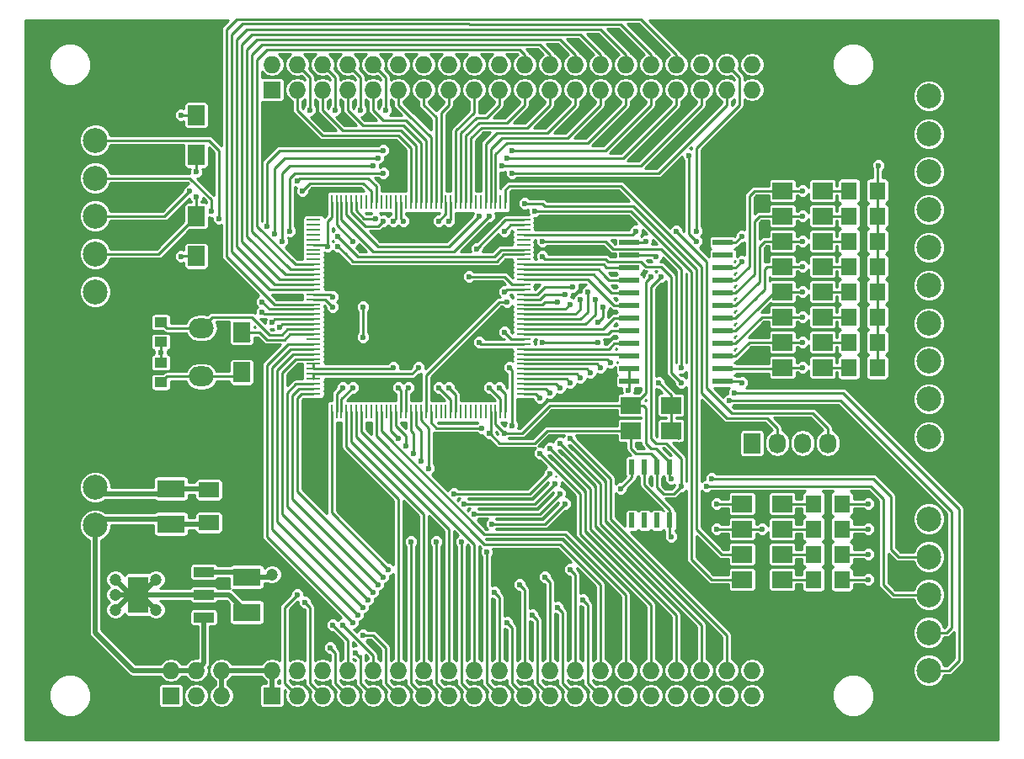
<source format=gtl>
G04 #@! TF.FileFunction,Copper,L1,Top,Signal*
%FSLAX46Y46*%
G04 Gerber Fmt 4.6, Leading zero omitted, Abs format (unit mm)*
G04 Created by KiCad (PCBNEW (after 2015-mar-04 BZR unknown)-product) date 03.06.2015 18:39:59*
%MOMM*%
G01*
G04 APERTURE LIST*
%ADD10C,0.100000*%
%ADD11R,2.794000X1.778000*%
%ADD12R,2.032000X1.524000*%
%ADD13R,1.597660X1.800860*%
%ADD14R,1.727200X1.727200*%
%ADD15O,1.727200X1.727200*%
%ADD16R,1.727200X2.032000*%
%ADD17O,1.727200X2.032000*%
%ADD18R,1.700000X2.000000*%
%ADD19R,2.000000X1.700000*%
%ADD20R,1.450000X0.250000*%
%ADD21R,0.250000X1.450000*%
%ADD22R,2.032000X3.657600*%
%ADD23R,2.032000X1.016000*%
%ADD24R,2.000000X0.600000*%
%ADD25R,0.600000X1.550000*%
%ADD26R,1.250000X1.000000*%
%ADD27O,2.499360X1.998980*%
%ADD28C,2.500000*%
%ADD29C,0.600000*%
%ADD30C,1.200000*%
%ADD31C,0.250000*%
%ADD32C,0.500000*%
%ADD33C,0.254000*%
G04 APERTURE END LIST*
D10*
D11*
X127000000Y-104648000D03*
X127000000Y-101092000D03*
D12*
X130810000Y-104521000D03*
X130810000Y-101219000D03*
D11*
X134620000Y-109982000D03*
X134620000Y-113538000D03*
D13*
X198015860Y-88900000D03*
X195176140Y-88900000D03*
X198015860Y-86360000D03*
X195176140Y-86360000D03*
X198015860Y-83820000D03*
X195176140Y-83820000D03*
X198015860Y-81280000D03*
X195176140Y-81280000D03*
X198015860Y-78740000D03*
X195176140Y-78740000D03*
X198015860Y-76200000D03*
X195176140Y-76200000D03*
X198015860Y-73660000D03*
X195176140Y-73660000D03*
X198015860Y-71120000D03*
X195176140Y-71120000D03*
X194459860Y-102616000D03*
X191620140Y-102616000D03*
X194459860Y-105156000D03*
X191620140Y-105156000D03*
X194459860Y-107696000D03*
X191620140Y-107696000D03*
X194459860Y-110236000D03*
X191620140Y-110236000D03*
D14*
X127000000Y-121920000D03*
D15*
X127000000Y-119380000D03*
X129540000Y-121920000D03*
X129540000Y-119380000D03*
X132080000Y-121920000D03*
X132080000Y-119380000D03*
D14*
X137160000Y-121920000D03*
D15*
X137160000Y-119380000D03*
X139700000Y-121920000D03*
X139700000Y-119380000D03*
X142240000Y-121920000D03*
X142240000Y-119380000D03*
X144780000Y-121920000D03*
X144780000Y-119380000D03*
X147320000Y-121920000D03*
X147320000Y-119380000D03*
X149860000Y-121920000D03*
X149860000Y-119380000D03*
X152400000Y-121920000D03*
X152400000Y-119380000D03*
X154940000Y-121920000D03*
X154940000Y-119380000D03*
X157480000Y-121920000D03*
X157480000Y-119380000D03*
X160020000Y-121920000D03*
X160020000Y-119380000D03*
X162560000Y-121920000D03*
X162560000Y-119380000D03*
X165100000Y-121920000D03*
X165100000Y-119380000D03*
X167640000Y-121920000D03*
X167640000Y-119380000D03*
X170180000Y-121920000D03*
X170180000Y-119380000D03*
X172720000Y-121920000D03*
X172720000Y-119380000D03*
X175260000Y-121920000D03*
X175260000Y-119380000D03*
X177800000Y-121920000D03*
X177800000Y-119380000D03*
X180340000Y-121920000D03*
X180340000Y-119380000D03*
X182880000Y-121920000D03*
X182880000Y-119380000D03*
X185420000Y-121920000D03*
X185420000Y-119380000D03*
D14*
X137160000Y-60960000D03*
D15*
X137160000Y-58420000D03*
X139700000Y-60960000D03*
X139700000Y-58420000D03*
X142240000Y-60960000D03*
X142240000Y-58420000D03*
X144780000Y-60960000D03*
X144780000Y-58420000D03*
X147320000Y-60960000D03*
X147320000Y-58420000D03*
X149860000Y-60960000D03*
X149860000Y-58420000D03*
X152400000Y-60960000D03*
X152400000Y-58420000D03*
X154940000Y-60960000D03*
X154940000Y-58420000D03*
X157480000Y-60960000D03*
X157480000Y-58420000D03*
X160020000Y-60960000D03*
X160020000Y-58420000D03*
X162560000Y-60960000D03*
X162560000Y-58420000D03*
X165100000Y-60960000D03*
X165100000Y-58420000D03*
X167640000Y-60960000D03*
X167640000Y-58420000D03*
X170180000Y-60960000D03*
X170180000Y-58420000D03*
X172720000Y-60960000D03*
X172720000Y-58420000D03*
X175260000Y-60960000D03*
X175260000Y-58420000D03*
X177800000Y-60960000D03*
X177800000Y-58420000D03*
X180340000Y-60960000D03*
X180340000Y-58420000D03*
X182880000Y-60960000D03*
X182880000Y-58420000D03*
X185420000Y-60960000D03*
X185420000Y-58420000D03*
D16*
X185420000Y-96520000D03*
D17*
X187960000Y-96520000D03*
X190500000Y-96520000D03*
X193040000Y-96520000D03*
D18*
X134112000Y-85376000D03*
X134112000Y-89376000D03*
X129540000Y-63532000D03*
X129540000Y-67532000D03*
X129540000Y-77692000D03*
X129540000Y-73692000D03*
D19*
X192500000Y-88900000D03*
X188500000Y-88900000D03*
X192500000Y-86360000D03*
X188500000Y-86360000D03*
X192500000Y-83820000D03*
X188500000Y-83820000D03*
X192500000Y-81280000D03*
X188500000Y-81280000D03*
X192500000Y-78740000D03*
X188500000Y-78740000D03*
X192500000Y-76200000D03*
X188500000Y-76200000D03*
X192500000Y-73660000D03*
X188500000Y-73660000D03*
X192500000Y-71120000D03*
X188500000Y-71120000D03*
X177260000Y-95250000D03*
X173260000Y-95250000D03*
X177260000Y-92710000D03*
X173260000Y-92710000D03*
X188436000Y-102616000D03*
X184436000Y-102616000D03*
X188436000Y-105156000D03*
X184436000Y-105156000D03*
X188436000Y-107696000D03*
X184436000Y-107696000D03*
X188436000Y-110236000D03*
X184436000Y-110236000D03*
D20*
X141342000Y-74054000D03*
X141342000Y-74554000D03*
X141342000Y-75054000D03*
X141342000Y-75554000D03*
X141342000Y-76054000D03*
X141342000Y-76554000D03*
X141342000Y-77054000D03*
X141342000Y-77554000D03*
X141342000Y-78054000D03*
X141342000Y-78554000D03*
X141342000Y-79054000D03*
X141342000Y-79554000D03*
X141342000Y-80054000D03*
X141342000Y-80554000D03*
X141342000Y-81054000D03*
X141342000Y-81554000D03*
X141342000Y-82054000D03*
X141342000Y-82554000D03*
X141342000Y-83054000D03*
X141342000Y-83554000D03*
X141342000Y-84054000D03*
X141342000Y-84554000D03*
X141342000Y-85054000D03*
X141342000Y-85554000D03*
X141342000Y-86054000D03*
X141342000Y-86554000D03*
X141342000Y-87054000D03*
X141342000Y-87554000D03*
X141342000Y-88054000D03*
X141342000Y-88554000D03*
X141342000Y-89054000D03*
X141342000Y-89554000D03*
X141342000Y-90054000D03*
X141342000Y-90554000D03*
X141342000Y-91054000D03*
X141342000Y-91554000D03*
D21*
X143142000Y-93354000D03*
X143642000Y-93354000D03*
X144142000Y-93354000D03*
X144642000Y-93354000D03*
X145142000Y-93354000D03*
X145642000Y-93354000D03*
X146142000Y-93354000D03*
X146642000Y-93354000D03*
X147142000Y-93354000D03*
X147642000Y-93354000D03*
X148142000Y-93354000D03*
X148642000Y-93354000D03*
X149142000Y-93354000D03*
X149642000Y-93354000D03*
X150142000Y-93354000D03*
X150642000Y-93354000D03*
X151142000Y-93354000D03*
X151642000Y-93354000D03*
X152142000Y-93354000D03*
X152642000Y-93354000D03*
X153142000Y-93354000D03*
X153642000Y-93354000D03*
X154142000Y-93354000D03*
X154642000Y-93354000D03*
X155142000Y-93354000D03*
X155642000Y-93354000D03*
X156142000Y-93354000D03*
X156642000Y-93354000D03*
X157142000Y-93354000D03*
X157642000Y-93354000D03*
X158142000Y-93354000D03*
X158642000Y-93354000D03*
X159142000Y-93354000D03*
X159642000Y-93354000D03*
X160142000Y-93354000D03*
X160642000Y-93354000D03*
D20*
X162442000Y-91554000D03*
X162442000Y-91054000D03*
X162442000Y-90554000D03*
X162442000Y-90054000D03*
X162442000Y-89554000D03*
X162442000Y-89054000D03*
X162442000Y-88554000D03*
X162442000Y-88054000D03*
X162442000Y-87554000D03*
X162442000Y-87054000D03*
X162442000Y-86554000D03*
X162442000Y-86054000D03*
X162442000Y-85554000D03*
X162442000Y-85054000D03*
X162442000Y-84554000D03*
X162442000Y-84054000D03*
X162442000Y-83554000D03*
X162442000Y-83054000D03*
X162442000Y-82554000D03*
X162442000Y-82054000D03*
X162442000Y-81554000D03*
X162442000Y-81054000D03*
X162442000Y-80554000D03*
X162442000Y-80054000D03*
X162442000Y-79554000D03*
X162442000Y-79054000D03*
X162442000Y-78554000D03*
X162442000Y-78054000D03*
X162442000Y-77554000D03*
X162442000Y-77054000D03*
X162442000Y-76554000D03*
X162442000Y-76054000D03*
X162442000Y-75554000D03*
X162442000Y-75054000D03*
X162442000Y-74554000D03*
X162442000Y-74054000D03*
D21*
X160642000Y-72254000D03*
X160142000Y-72254000D03*
X159642000Y-72254000D03*
X159142000Y-72254000D03*
X158642000Y-72254000D03*
X158142000Y-72254000D03*
X157642000Y-72254000D03*
X157142000Y-72254000D03*
X156642000Y-72254000D03*
X156142000Y-72254000D03*
X155642000Y-72254000D03*
X155142000Y-72254000D03*
X154642000Y-72254000D03*
X154142000Y-72254000D03*
X153642000Y-72254000D03*
X153142000Y-72254000D03*
X152642000Y-72254000D03*
X152142000Y-72254000D03*
X151642000Y-72254000D03*
X151142000Y-72254000D03*
X150642000Y-72254000D03*
X150142000Y-72254000D03*
X149642000Y-72254000D03*
X149142000Y-72254000D03*
X148642000Y-72254000D03*
X148142000Y-72254000D03*
X147642000Y-72254000D03*
X147142000Y-72254000D03*
X146642000Y-72254000D03*
X146142000Y-72254000D03*
X145642000Y-72254000D03*
X145142000Y-72254000D03*
X144642000Y-72254000D03*
X144142000Y-72254000D03*
X143642000Y-72254000D03*
X143142000Y-72254000D03*
D22*
X123698000Y-111760000D03*
D23*
X130302000Y-111760000D03*
X130302000Y-109474000D03*
X130302000Y-114046000D03*
D24*
X173100000Y-76327000D03*
X173100000Y-77597000D03*
X173100000Y-78867000D03*
X173100000Y-80137000D03*
X173100000Y-81407000D03*
X173100000Y-82677000D03*
X173100000Y-83947000D03*
X173100000Y-85217000D03*
X173100000Y-86487000D03*
X173100000Y-87757000D03*
X173100000Y-89027000D03*
X173100000Y-90297000D03*
X182500000Y-90297000D03*
X182500000Y-89027000D03*
X182500000Y-87757000D03*
X182500000Y-86487000D03*
X182500000Y-85217000D03*
X182500000Y-83947000D03*
X182500000Y-82677000D03*
X182500000Y-81407000D03*
X182500000Y-80137000D03*
X182500000Y-78867000D03*
X182500000Y-77597000D03*
X182500000Y-76327000D03*
D25*
X173355000Y-104300000D03*
X174625000Y-104300000D03*
X175895000Y-104300000D03*
X177165000Y-104300000D03*
X177165000Y-98900000D03*
X175895000Y-98900000D03*
X174625000Y-98900000D03*
X173355000Y-98900000D03*
D26*
X125984000Y-84344000D03*
X125984000Y-86344000D03*
X125984000Y-90408000D03*
X125984000Y-88408000D03*
D27*
X130048000Y-84935060D03*
X130048000Y-89816940D03*
D28*
X119380000Y-100965000D03*
X119380000Y-104775000D03*
X203200000Y-95885000D03*
X203200000Y-92075000D03*
X203200000Y-88265000D03*
X203200000Y-84455000D03*
X203200000Y-80645000D03*
X203200000Y-76835000D03*
X203200000Y-73025000D03*
X203200000Y-69215000D03*
X203200000Y-65405000D03*
X203200000Y-61595000D03*
X119380000Y-66040000D03*
X119380000Y-69850000D03*
X119380000Y-73660000D03*
X119380000Y-77470000D03*
X119380000Y-81280000D03*
X203200000Y-119380000D03*
X203200000Y-115570000D03*
X203200000Y-111760000D03*
X203200000Y-107950000D03*
X203200000Y-104140000D03*
D29*
X145288000Y-76200000D03*
X184404000Y-78232000D03*
X184404000Y-90424000D03*
X197104000Y-110236000D03*
X197104000Y-107696000D03*
X197104000Y-105156000D03*
X197104000Y-102616000D03*
X157988000Y-86360000D03*
X143256000Y-81788000D03*
X149352000Y-88900000D03*
X160528000Y-75184000D03*
X154940000Y-74168000D03*
X150368000Y-74168000D03*
X160528000Y-81280000D03*
X159004000Y-90932000D03*
X153924000Y-90932000D03*
X149860000Y-90932000D03*
X144272000Y-90932000D03*
X125984000Y-87376000D03*
D30*
X125476000Y-110236000D03*
X125476000Y-113284000D03*
X121412000Y-111760000D03*
X121412000Y-110236000D03*
X121412000Y-113284000D03*
D29*
X177292000Y-105918000D03*
X172974000Y-91186000D03*
X198120000Y-68580000D03*
X181864000Y-102616000D03*
X184404000Y-75692000D03*
X142748000Y-76708000D03*
X149352000Y-74168000D03*
X143256000Y-82804000D03*
X153924000Y-74168000D03*
X146304000Y-85852000D03*
X146304000Y-82804000D03*
X151892000Y-88900000D03*
X156972000Y-79756000D03*
X160528000Y-85344000D03*
X160020000Y-90932000D03*
X154940000Y-90932000D03*
X150876000Y-90932000D03*
X145288000Y-90932000D03*
X157734000Y-76962000D03*
D30*
X137160000Y-109728000D03*
D29*
X181864000Y-105156000D03*
X172212000Y-101092000D03*
X175768000Y-77724000D03*
X174752000Y-76200000D03*
X186436000Y-105156000D03*
X128016000Y-77724000D03*
X128016000Y-63500000D03*
X176022000Y-90424000D03*
X190500000Y-86360000D03*
X190500000Y-83820000D03*
X190500000Y-81280000D03*
X190500000Y-78740000D03*
X190500000Y-76200000D03*
X190500000Y-73660000D03*
X190500000Y-71120000D03*
X143764000Y-76708000D03*
X131826000Y-73914000D03*
X131064000Y-73152000D03*
X143764000Y-75692000D03*
X139700000Y-70104000D03*
X129540000Y-69215000D03*
X128905000Y-71120000D03*
X140208000Y-71120000D03*
X129540000Y-71755000D03*
X147574000Y-73914000D03*
X164338000Y-76200000D03*
X183642000Y-91440000D03*
X178308000Y-88900000D03*
X148336000Y-74168000D03*
X178308000Y-90424000D03*
X183134000Y-92202000D03*
X164338000Y-77724000D03*
X143256000Y-114808000D03*
X178308000Y-100838000D03*
X180848000Y-100838000D03*
X159004000Y-95504000D03*
X179070000Y-67564000D03*
X176276000Y-79756000D03*
X179832000Y-76200000D03*
X144272000Y-114808000D03*
X160528000Y-95504000D03*
X177292000Y-100076000D03*
X181356000Y-100076000D03*
X175260000Y-79756000D03*
X179832000Y-75184000D03*
X150622000Y-96774000D03*
X140462000Y-112522000D03*
X138938000Y-75184000D03*
X148336000Y-69342000D03*
X161290000Y-69342000D03*
X137922000Y-84836000D03*
X151384000Y-97536000D03*
X143002000Y-117094000D03*
X139700000Y-111760000D03*
X149860000Y-96012000D03*
X152146000Y-98298000D03*
X145542000Y-117602000D03*
X152908000Y-99060000D03*
X146304000Y-115824000D03*
X168148000Y-89916000D03*
X165100000Y-99568000D03*
X155448000Y-101600000D03*
X151130000Y-106426000D03*
X169164000Y-89408000D03*
X165608000Y-100584000D03*
X156464000Y-102616000D03*
X153670000Y-106426000D03*
X170180000Y-88900000D03*
X166116000Y-101600000D03*
X156210000Y-106426000D03*
X157480000Y-103632000D03*
X171196000Y-88392000D03*
X166624000Y-102616000D03*
X158750000Y-107442000D03*
X159258000Y-104648000D03*
X164084000Y-91948000D03*
X164084000Y-97536000D03*
X165100000Y-97028000D03*
X165100000Y-91440000D03*
X166116000Y-96520000D03*
X166116000Y-90932000D03*
X167132000Y-96012000D03*
X167132000Y-90424000D03*
X167132000Y-82550000D03*
X140970000Y-62992000D03*
X165862000Y-82296000D03*
X143510000Y-62992000D03*
X166624000Y-81534000D03*
X146050000Y-62992000D03*
X148590000Y-62992000D03*
X167386000Y-80772000D03*
X160782000Y-82296000D03*
X161036000Y-88900000D03*
X161290000Y-94742000D03*
X158242000Y-94996000D03*
X169926000Y-84328000D03*
X170434000Y-82804000D03*
X164338000Y-86360000D03*
X169926000Y-86360000D03*
X169672000Y-82042000D03*
X168910000Y-81280000D03*
X168148000Y-82042000D03*
X136144000Y-82296000D03*
X136652000Y-74676000D03*
X148336000Y-67056000D03*
X161290000Y-67056000D03*
X136144000Y-83312000D03*
X137414000Y-75438000D03*
X147828000Y-67818000D03*
X160782000Y-67818000D03*
X138176000Y-76200000D03*
X137160000Y-84328000D03*
X160274000Y-68580000D03*
X147320000Y-68580000D03*
X145288000Y-114554000D03*
X160782000Y-114554000D03*
X145796000Y-113792000D03*
X163322000Y-113792000D03*
X146304000Y-113030000D03*
X165862000Y-113030000D03*
X146812000Y-112268000D03*
X168402000Y-112268000D03*
X177800000Y-75184000D03*
X173736000Y-75184000D03*
X162560000Y-72390000D03*
X157988000Y-73660000D03*
X163576000Y-73152000D03*
X159004000Y-73660000D03*
X147320000Y-111506000D03*
X159512000Y-111506000D03*
X147828000Y-110744000D03*
X162052000Y-110744000D03*
X148336000Y-109982000D03*
X164592000Y-109982000D03*
X148844000Y-109220000D03*
X167132000Y-109220000D03*
X190500000Y-88900000D03*
D31*
X126575060Y-84935060D02*
X125984000Y-84344000D01*
X130048000Y-84935060D02*
X126575060Y-84935060D01*
X135128000Y-83820000D02*
X131163060Y-83820000D01*
X131163060Y-83820000D02*
X130048000Y-84935060D01*
X135636000Y-84328000D02*
X135128000Y-83820000D01*
X138176000Y-85598000D02*
X137922000Y-85598000D01*
X138720000Y-85054000D02*
X138176000Y-85598000D01*
X137922000Y-85598000D02*
X136906000Y-85598000D01*
X140208000Y-85054000D02*
X139736000Y-85054000D01*
X141342000Y-85054000D02*
X140208000Y-85054000D01*
X139736000Y-85054000D02*
X138720000Y-85054000D01*
X135636000Y-84328000D02*
X136906000Y-85598000D01*
X143642000Y-72254000D02*
X143642000Y-74554000D01*
X143642000Y-74554000D02*
X145288000Y-76200000D01*
X155142000Y-73966000D02*
X154940000Y-74168000D01*
X150142000Y-73942000D02*
X150368000Y-74168000D01*
X182500000Y-78867000D02*
X183769000Y-78867000D01*
X183769000Y-78867000D02*
X184404000Y-78232000D01*
X182500000Y-90297000D02*
X184277000Y-90297000D01*
X184277000Y-90297000D02*
X184404000Y-90424000D01*
X173100000Y-89027000D02*
X173100000Y-90297000D01*
X194459860Y-110236000D02*
X197104000Y-110236000D01*
X194459860Y-107696000D02*
X197104000Y-107696000D01*
X194459860Y-105156000D02*
X197104000Y-105156000D01*
X194459860Y-102616000D02*
X197104000Y-102616000D01*
X198015860Y-86360000D02*
X198015860Y-88900000D01*
X198015860Y-83820000D02*
X198015860Y-86360000D01*
X198015860Y-81280000D02*
X198015860Y-83820000D01*
X198015860Y-78740000D02*
X198015860Y-81280000D01*
X198015860Y-76200000D02*
X198015860Y-78740000D01*
X198015860Y-73660000D02*
X198015860Y-76200000D01*
X198015860Y-71120000D02*
X198015860Y-73660000D01*
X162442000Y-86554000D02*
X158182000Y-86554000D01*
X158182000Y-86554000D02*
X157988000Y-86360000D01*
X141342000Y-81554000D02*
X143022000Y-81554000D01*
X143022000Y-81554000D02*
X143256000Y-81788000D01*
X141342000Y-89054000D02*
X149198000Y-89054000D01*
X149198000Y-89054000D02*
X149352000Y-88900000D01*
X162442000Y-74554000D02*
X161158000Y-74554000D01*
X161158000Y-74554000D02*
X160528000Y-75184000D01*
X155142000Y-72254000D02*
X155142000Y-73966000D01*
X150142000Y-72254000D02*
X150142000Y-73942000D01*
X162442000Y-81054000D02*
X160754000Y-81054000D01*
X160754000Y-81054000D02*
X160528000Y-81280000D01*
X160142000Y-93354000D02*
X160142000Y-92070000D01*
X160142000Y-92070000D02*
X159004000Y-90932000D01*
X155142000Y-93354000D02*
X155142000Y-92150000D01*
X155142000Y-92150000D02*
X153924000Y-90932000D01*
X150142000Y-93354000D02*
X150142000Y-91214000D01*
X150142000Y-91214000D02*
X149860000Y-90932000D01*
X143642000Y-93354000D02*
X143642000Y-91562000D01*
X143642000Y-91562000D02*
X144272000Y-90932000D01*
X141342000Y-88554000D02*
X141342000Y-89054000D01*
X125984000Y-87376000D02*
X125984000Y-86344000D01*
X125984000Y-88408000D02*
X125984000Y-87376000D01*
D32*
X126492000Y-101600000D02*
X127000000Y-101092000D01*
X119380000Y-101600000D02*
X126492000Y-101600000D01*
X130683000Y-101092000D02*
X130810000Y-101219000D01*
X127000000Y-101092000D02*
X130683000Y-101092000D01*
X130302000Y-111760000D02*
X123698000Y-111760000D01*
X132842000Y-111760000D02*
X134620000Y-113538000D01*
X130302000Y-111760000D02*
X132842000Y-111760000D01*
X137160000Y-121920000D02*
X137160000Y-119380000D01*
X123952000Y-111760000D02*
X125476000Y-110236000D01*
X123952000Y-111760000D02*
X125476000Y-113284000D01*
X123698000Y-111760000D02*
X123952000Y-111760000D01*
X123698000Y-111760000D02*
X121412000Y-111760000D01*
X122936000Y-111760000D02*
X121412000Y-110236000D01*
X122936000Y-111760000D02*
X121412000Y-113284000D01*
X123698000Y-111760000D02*
X122936000Y-111760000D01*
D31*
X177165000Y-105791000D02*
X177292000Y-105918000D01*
X177165000Y-104300000D02*
X177165000Y-105791000D01*
X173100000Y-91060000D02*
X172974000Y-91186000D01*
X173100000Y-90297000D02*
X173100000Y-91060000D01*
X174625000Y-100711000D02*
X177165000Y-103251000D01*
X177165000Y-103251000D02*
X177165000Y-104300000D01*
X174625000Y-98900000D02*
X174625000Y-100711000D01*
X198015860Y-69319140D02*
X198015860Y-68684140D01*
X198015860Y-68684140D02*
X198120000Y-68580000D01*
X198015860Y-71120000D02*
X198015860Y-69319140D01*
D32*
X137160000Y-119380000D02*
X132080000Y-119380000D01*
X132080000Y-121920000D02*
X132080000Y-119380000D01*
D31*
X126575060Y-89816940D02*
X125984000Y-90408000D01*
X130048000Y-89816940D02*
X126575060Y-89816940D01*
X133671060Y-89816940D02*
X134112000Y-89376000D01*
X130048000Y-89816940D02*
X133671060Y-89816940D01*
D32*
X126492000Y-104140000D02*
X127000000Y-104648000D01*
X119380000Y-104140000D02*
X126492000Y-104140000D01*
X130683000Y-104648000D02*
X130810000Y-104521000D01*
X127000000Y-104648000D02*
X130683000Y-104648000D01*
X130302000Y-114046000D02*
X130302000Y-115570000D01*
D31*
X181864000Y-102616000D02*
X184436000Y-102616000D01*
X183769000Y-76327000D02*
X182500000Y-76327000D01*
X183769000Y-76327000D02*
X184404000Y-75692000D01*
D32*
X127000000Y-119380000D02*
X129540000Y-119380000D01*
X130302000Y-118618000D02*
X129540000Y-119380000D01*
X130302000Y-115570000D02*
X130302000Y-118618000D01*
X123190000Y-119380000D02*
X119380000Y-115570000D01*
X119380000Y-115570000D02*
X119380000Y-104775000D01*
X127000000Y-119380000D02*
X123190000Y-119380000D01*
D31*
X143142000Y-72254000D02*
X143142000Y-73774000D01*
X142748000Y-74168000D02*
X142748000Y-76708000D01*
X143142000Y-73774000D02*
X142748000Y-74168000D01*
X149642000Y-73878000D02*
X149352000Y-74168000D01*
X142506000Y-82054000D02*
X143256000Y-82804000D01*
X154642000Y-73450000D02*
X153924000Y-74168000D01*
X146304000Y-82804000D02*
X146304000Y-85852000D01*
X151238000Y-89554000D02*
X151892000Y-88900000D01*
X141342000Y-89554000D02*
X151238000Y-89554000D01*
X162442000Y-80554000D02*
X161326000Y-80554000D01*
X161326000Y-80554000D02*
X160528000Y-79756000D01*
X160528000Y-79756000D02*
X156972000Y-79756000D01*
X141342000Y-76554000D02*
X142594000Y-76554000D01*
X142594000Y-76554000D02*
X142748000Y-76708000D01*
X154642000Y-72254000D02*
X154642000Y-73450000D01*
X149642000Y-72254000D02*
X149642000Y-73878000D01*
X162442000Y-86054000D02*
X161238000Y-86054000D01*
X161238000Y-86054000D02*
X160528000Y-85344000D01*
X160642000Y-93354000D02*
X160642000Y-91554000D01*
X160642000Y-91554000D02*
X160020000Y-90932000D01*
X155642000Y-93354000D02*
X155642000Y-91634000D01*
X155642000Y-91634000D02*
X154940000Y-90932000D01*
X150642000Y-93354000D02*
X150642000Y-91166000D01*
X150642000Y-91166000D02*
X150876000Y-90932000D01*
X144142000Y-93354000D02*
X144142000Y-92078000D01*
X144142000Y-92078000D02*
X145288000Y-90932000D01*
X141342000Y-90054000D02*
X141342000Y-89554000D01*
X141342000Y-82054000D02*
X142506000Y-82054000D01*
X178054000Y-96044000D02*
X177260000Y-95250000D01*
X177260000Y-95250000D02*
X177260000Y-92710000D01*
X177260000Y-95250000D02*
X177546000Y-95250000D01*
X160642000Y-74054000D02*
X157734000Y-76962000D01*
X162442000Y-74054000D02*
X160642000Y-74054000D01*
D32*
X134112000Y-109474000D02*
X134620000Y-109982000D01*
X130302000Y-109474000D02*
X134112000Y-109474000D01*
X136906000Y-109982000D02*
X137160000Y-109728000D01*
X134620000Y-109982000D02*
X136906000Y-109982000D01*
D31*
X181864000Y-105156000D02*
X184436000Y-105156000D01*
X173355000Y-98900000D02*
X173355000Y-99949000D01*
X173355000Y-99949000D02*
X172212000Y-101092000D01*
X175641000Y-77597000D02*
X173100000Y-77597000D01*
X175641000Y-77597000D02*
X175768000Y-77724000D01*
X173100000Y-76327000D02*
X174625000Y-76327000D01*
X174625000Y-76327000D02*
X174752000Y-76200000D01*
X184436000Y-105156000D02*
X186436000Y-105156000D01*
X128016000Y-77724000D02*
X128048000Y-77692000D01*
X128048000Y-77692000D02*
X129540000Y-77692000D01*
X128016000Y-63500000D02*
X128048000Y-63532000D01*
X128048000Y-63532000D02*
X129540000Y-63532000D01*
X177260000Y-91662000D02*
X177260000Y-92710000D01*
X177260000Y-91662000D02*
X176022000Y-90424000D01*
X192500000Y-88900000D02*
X195176140Y-88900000D01*
X192500000Y-86360000D02*
X195176140Y-86360000D01*
X192500000Y-83820000D02*
X195176140Y-83820000D01*
X192500000Y-81280000D02*
X195176140Y-81280000D01*
X192500000Y-78740000D02*
X195176140Y-78740000D01*
X192500000Y-76200000D02*
X195176140Y-76200000D01*
X192500000Y-73660000D02*
X195176140Y-73660000D01*
X192500000Y-71120000D02*
X195176140Y-71120000D01*
X188436000Y-102616000D02*
X191620140Y-102616000D01*
X191620140Y-105156000D02*
X188436000Y-105156000D01*
X188436000Y-107696000D02*
X191620140Y-107696000D01*
X191620140Y-110236000D02*
X188436000Y-110236000D01*
X182500000Y-87757000D02*
X183769000Y-87757000D01*
X185166000Y-86360000D02*
X188500000Y-86360000D01*
X183769000Y-87757000D02*
X185166000Y-86360000D01*
X188500000Y-86360000D02*
X190500000Y-86360000D01*
X182500000Y-86487000D02*
X183769000Y-86487000D01*
X186436000Y-83820000D02*
X186944000Y-83820000D01*
X183769000Y-86487000D02*
X186436000Y-83820000D01*
X187452000Y-83820000D02*
X188500000Y-83820000D01*
X186944000Y-83820000D02*
X187452000Y-83820000D01*
X190500000Y-83820000D02*
X188500000Y-83820000D01*
X188500000Y-81280000D02*
X187706000Y-81280000D01*
X187706000Y-81280000D02*
X186690000Y-82296000D01*
X186182000Y-82804000D02*
X186690000Y-82296000D01*
X182500000Y-85217000D02*
X183769000Y-85217000D01*
X183769000Y-85217000D02*
X186182000Y-82804000D01*
X188500000Y-81280000D02*
X187960000Y-81280000D01*
X188500000Y-81280000D02*
X190500000Y-81280000D01*
X182500000Y-83947000D02*
X183769000Y-83947000D01*
X183769000Y-83947000D02*
X186690000Y-81026000D01*
X186690000Y-81026000D02*
X186690000Y-80518000D01*
X183769000Y-83947000D02*
X185928000Y-81788000D01*
X182500000Y-83947000D02*
X183261000Y-83947000D01*
X186690000Y-80518000D02*
X186690000Y-78994000D01*
X186690000Y-78994000D02*
X186944000Y-78740000D01*
X186944000Y-78740000D02*
X187452000Y-78740000D01*
X187452000Y-78740000D02*
X188500000Y-78740000D01*
X188500000Y-78740000D02*
X190500000Y-78740000D01*
X186182000Y-79756000D02*
X186182000Y-80264000D01*
X183769000Y-82677000D02*
X186182000Y-80264000D01*
X183769000Y-82677000D02*
X182500000Y-82677000D01*
X182500000Y-82677000D02*
X183261000Y-82677000D01*
X186182000Y-79756000D02*
X186182000Y-76708000D01*
X186182000Y-76708000D02*
X186690000Y-76200000D01*
X186690000Y-76200000D02*
X188500000Y-76200000D01*
X188500000Y-76200000D02*
X190500000Y-76200000D01*
X186944000Y-73660000D02*
X186182000Y-73660000D01*
X186182000Y-73660000D02*
X185674000Y-74168000D01*
X185674000Y-74168000D02*
X185674000Y-74676000D01*
X188500000Y-73660000D02*
X186944000Y-73660000D01*
X183769000Y-81407000D02*
X182500000Y-81407000D01*
X185674000Y-79502000D02*
X183769000Y-81407000D01*
X185674000Y-74168000D02*
X185674000Y-74676000D01*
X185674000Y-74676000D02*
X185674000Y-79502000D01*
X186182000Y-73660000D02*
X185674000Y-74168000D01*
X188500000Y-73660000D02*
X190500000Y-73660000D01*
X182500000Y-80137000D02*
X183769000Y-80137000D01*
X183769000Y-80137000D02*
X185166000Y-78740000D01*
X186944000Y-71120000D02*
X188500000Y-71120000D01*
X185674000Y-71120000D02*
X186944000Y-71120000D01*
X185166000Y-71628000D02*
X185674000Y-71120000D01*
X185166000Y-72390000D02*
X185166000Y-71628000D01*
X185166000Y-73914000D02*
X185166000Y-72390000D01*
X185166000Y-78740000D02*
X185166000Y-73914000D01*
X190500000Y-71120000D02*
X188500000Y-71120000D01*
X144610000Y-77554000D02*
X143764000Y-76708000D01*
X131826000Y-73914000D02*
X131826000Y-67945000D01*
X160444000Y-77554000D02*
X159766000Y-78232000D01*
X159766000Y-78232000D02*
X145288000Y-78232000D01*
X145288000Y-78232000D02*
X144610000Y-77554000D01*
X162442000Y-77554000D02*
X160444000Y-77554000D01*
X131826000Y-67056000D02*
X130810000Y-66040000D01*
X130810000Y-66040000D02*
X119380000Y-66040000D01*
X131826000Y-67945000D02*
X131826000Y-67056000D01*
X145796000Y-77724000D02*
X143764000Y-75692000D01*
X159512000Y-77724000D02*
X145796000Y-77724000D01*
X160182000Y-77054000D02*
X159512000Y-77724000D01*
X131064000Y-73152000D02*
X131064000Y-72390000D01*
X162442000Y-77054000D02*
X160182000Y-77054000D01*
X131064000Y-72009000D02*
X128905000Y-69850000D01*
X128905000Y-69850000D02*
X119380000Y-69850000D01*
X131064000Y-72390000D02*
X131064000Y-72009000D01*
X147642000Y-72254000D02*
X147642000Y-70680000D01*
X146812000Y-69850000D02*
X144780000Y-69850000D01*
X147642000Y-70680000D02*
X146812000Y-69850000D01*
X144780000Y-69850000D02*
X140462000Y-69850000D01*
X139954000Y-69850000D02*
X139700000Y-70104000D01*
X140462000Y-69850000D02*
X139954000Y-69850000D01*
X129540000Y-69215000D02*
X129540000Y-67532000D01*
X128905000Y-71120000D02*
X126365000Y-73660000D01*
X126365000Y-73660000D02*
X119380000Y-73660000D01*
X129540000Y-73692000D02*
X129540000Y-71755000D01*
X141478000Y-70358000D02*
X140970000Y-70358000D01*
X140970000Y-70358000D02*
X140208000Y-71120000D01*
X144780000Y-70358000D02*
X141478000Y-70358000D01*
X147142000Y-71196000D02*
X146304000Y-70358000D01*
X146304000Y-70358000D02*
X144780000Y-70358000D01*
X147142000Y-72254000D02*
X147142000Y-71196000D01*
X125762000Y-77470000D02*
X129540000Y-73692000D01*
X119380000Y-77470000D02*
X125762000Y-77470000D01*
X145642000Y-72254000D02*
X145642000Y-73123602D01*
X146432398Y-73914000D02*
X147574000Y-73914000D01*
X145642000Y-73123602D02*
X146432398Y-73914000D01*
X174244000Y-76962000D02*
X175768000Y-76962000D01*
X170688000Y-76200000D02*
X171450000Y-76962000D01*
X171450000Y-76962000D02*
X171704000Y-76962000D01*
X164338000Y-76200000D02*
X170688000Y-76200000D01*
X171704000Y-76962000D02*
X174244000Y-76962000D01*
X183642000Y-91440000D02*
X193040000Y-91440000D01*
X178308000Y-78994000D02*
X178308000Y-88900000D01*
X176276000Y-76962000D02*
X178308000Y-78994000D01*
X175768000Y-76962000D02*
X176276000Y-76962000D01*
X194564000Y-91440000D02*
X206248000Y-103124000D01*
X206248000Y-103124000D02*
X206248000Y-118364000D01*
X206248000Y-118364000D02*
X205232000Y-119380000D01*
X205232000Y-119380000D02*
X203200000Y-119380000D01*
X193040000Y-91440000D02*
X194564000Y-91440000D01*
X147828000Y-74676000D02*
X148336000Y-74168000D01*
X145142000Y-72254000D02*
X145142000Y-73260000D01*
X145142000Y-73260000D02*
X146558000Y-74676000D01*
X146558000Y-74676000D02*
X147828000Y-74676000D01*
X171450000Y-78232000D02*
X174244000Y-78232000D01*
X177292000Y-79756000D02*
X177292000Y-89408000D01*
X177292000Y-89408000D02*
X178308000Y-90424000D01*
X183134000Y-92202000D02*
X192278000Y-92202000D01*
X174752000Y-78740000D02*
X176276000Y-78740000D01*
X176276000Y-78740000D02*
X177292000Y-79756000D01*
X174244000Y-78232000D02*
X174752000Y-78740000D01*
X192278000Y-92202000D02*
X193040000Y-92202000D01*
X170688000Y-77978000D02*
X170942000Y-78232000D01*
X170942000Y-78232000D02*
X171450000Y-78232000D01*
X164338000Y-77724000D02*
X164592000Y-77978000D01*
X164592000Y-77978000D02*
X170688000Y-77978000D01*
X194310000Y-92202000D02*
X205486000Y-103378000D01*
X205486000Y-103378000D02*
X205486000Y-115062000D01*
X205486000Y-115062000D02*
X204978000Y-115570000D01*
X204978000Y-115570000D02*
X203200000Y-115570000D01*
X193040000Y-92202000D02*
X194310000Y-92202000D01*
X180848000Y-100838000D02*
X197358000Y-100838000D01*
X197358000Y-100838000D02*
X197612000Y-101092000D01*
X197612000Y-101092000D02*
X198628000Y-102108000D01*
X198628000Y-102108000D02*
X198628000Y-108204000D01*
X144780000Y-116332000D02*
X143256000Y-114808000D01*
X144780000Y-119380000D02*
X144780000Y-116332000D01*
X165100000Y-95250000D02*
X173260000Y-95250000D01*
X164846000Y-95250000D02*
X165100000Y-95250000D01*
X173260000Y-95250000D02*
X173736000Y-95250000D01*
X159142000Y-95642000D02*
X160020000Y-96520000D01*
X160020000Y-96520000D02*
X163576000Y-96520000D01*
X163576000Y-96520000D02*
X164846000Y-95250000D01*
X159142000Y-93354000D02*
X159142000Y-95642000D01*
X159142000Y-95366000D02*
X159004000Y-95504000D01*
X159142000Y-95366000D02*
X159142000Y-93354000D01*
X175260000Y-97536000D02*
X175768000Y-98044000D01*
X175260000Y-97536000D02*
X173736000Y-97536000D01*
X179070000Y-67564000D02*
X179070000Y-75438000D01*
X179832000Y-76200000D02*
X179070000Y-75438000D01*
X176276000Y-79756000D02*
X176276000Y-79756000D01*
X175895000Y-100965000D02*
X176530000Y-101600000D01*
X176530000Y-101600000D02*
X177546000Y-101600000D01*
X177546000Y-101600000D02*
X178308000Y-100838000D01*
X175768000Y-96520000D02*
X175260000Y-96012000D01*
X175260000Y-96012000D02*
X175260000Y-93980000D01*
X178308000Y-98044000D02*
X176784000Y-96520000D01*
X178308000Y-99568000D02*
X178308000Y-98044000D01*
X176784000Y-96520000D02*
X175768000Y-96520000D01*
X175260000Y-93980000D02*
X175260000Y-91948000D01*
X178308000Y-99822000D02*
X178308000Y-99568000D01*
X178308000Y-100838000D02*
X178308000Y-99822000D01*
X175895000Y-98900000D02*
X175895000Y-100965000D01*
X176276000Y-79756000D02*
X175514000Y-80518000D01*
X175260000Y-80772000D02*
X175514000Y-80518000D01*
X175260000Y-91948000D02*
X175260000Y-80772000D01*
X173260000Y-97060000D02*
X173736000Y-97536000D01*
X173260000Y-95250000D02*
X173260000Y-97060000D01*
X175895000Y-98171000D02*
X175260000Y-97536000D01*
X175895000Y-98900000D02*
X175895000Y-98171000D01*
X198628000Y-110744000D02*
X199644000Y-111760000D01*
X199644000Y-111760000D02*
X203200000Y-111760000D01*
X198628000Y-108204000D02*
X198628000Y-110744000D01*
X147320000Y-119380000D02*
X147320000Y-117856000D01*
X147320000Y-117856000D02*
X144272000Y-114808000D01*
X147320000Y-117856000D02*
X144272000Y-114808000D01*
X160528000Y-95504000D02*
X162306000Y-95504000D01*
X162306000Y-95504000D02*
X163068000Y-94742000D01*
X163068000Y-94742000D02*
X165100000Y-92710000D01*
X159642000Y-94618000D02*
X160528000Y-95504000D01*
X181356000Y-100076000D02*
X197612000Y-100076000D01*
X177165000Y-99949000D02*
X177292000Y-100076000D01*
X177165000Y-98900000D02*
X177165000Y-99949000D01*
X199390000Y-101854000D02*
X199390000Y-105918000D01*
X197612000Y-100076000D02*
X199390000Y-101854000D01*
X165100000Y-92710000D02*
X173260000Y-92710000D01*
X174752000Y-92964000D02*
X174498000Y-92710000D01*
X174498000Y-92710000D02*
X173260000Y-92710000D01*
X159642000Y-93354000D02*
X159642000Y-94618000D01*
X177165000Y-98425000D02*
X177165000Y-98900000D01*
X176784000Y-98044000D02*
X177165000Y-98425000D01*
X174752000Y-92964000D02*
X174752000Y-95504000D01*
X174752000Y-96012000D02*
X174752000Y-95504000D01*
X176784000Y-98044000D02*
X175768000Y-97028000D01*
X175260000Y-97028000D02*
X174752000Y-96520000D01*
X174752000Y-96520000D02*
X174752000Y-96012000D01*
X175768000Y-97028000D02*
X175260000Y-97028000D01*
X173260000Y-92710000D02*
X173482000Y-92710000D01*
X173482000Y-92710000D02*
X174752000Y-91440000D01*
X175260000Y-79756000D02*
X175260000Y-79756000D01*
X179832000Y-66802000D02*
X179832000Y-68580000D01*
X184150000Y-62484000D02*
X179832000Y-66802000D01*
X184150000Y-59690000D02*
X184150000Y-62484000D01*
X179832000Y-75184000D02*
X179832000Y-68580000D01*
X182880000Y-58420000D02*
X184150000Y-59690000D01*
X175260000Y-79756000D02*
X175260000Y-79756000D01*
X174752000Y-80264000D02*
X174752000Y-91440000D01*
X175260000Y-79756000D02*
X174752000Y-80264000D01*
X199390000Y-107188000D02*
X200152000Y-107950000D01*
X200152000Y-107950000D02*
X203200000Y-107950000D01*
X199390000Y-105918000D02*
X199390000Y-107188000D01*
X150622000Y-95758000D02*
X150622000Y-96774000D01*
X140970000Y-120650000D02*
X140970000Y-113030000D01*
X142240000Y-121920000D02*
X140970000Y-120650000D01*
X140970000Y-113030000D02*
X140462000Y-112522000D01*
X149642000Y-94778000D02*
X149642000Y-93354000D01*
X149642000Y-94778000D02*
X150622000Y-95758000D01*
X138938000Y-72644000D02*
X138938000Y-75184000D01*
X138938000Y-69850000D02*
X138938000Y-72644000D01*
X139446000Y-69342000D02*
X138938000Y-69850000D01*
X163068000Y-69342000D02*
X161290000Y-69342000D01*
X176022000Y-69342000D02*
X163068000Y-69342000D01*
X182880000Y-62484000D02*
X182880000Y-60960000D01*
X182880000Y-62484000D02*
X176022000Y-69342000D01*
X148336000Y-69342000D02*
X139446000Y-69342000D01*
X141342000Y-84554000D02*
X139220000Y-84554000D01*
X138204000Y-84554000D02*
X137922000Y-84836000D01*
X139220000Y-84554000D02*
X138204000Y-84554000D01*
X151384000Y-95504000D02*
X151384000Y-97536000D01*
X143002000Y-117094000D02*
X143510000Y-117602000D01*
X143510000Y-117602000D02*
X143510000Y-120650000D01*
X143510000Y-120650000D02*
X144780000Y-121920000D01*
X151142000Y-93354000D02*
X151142000Y-95262000D01*
X151142000Y-95262000D02*
X151384000Y-95504000D01*
X139700000Y-111760000D02*
X138430000Y-113030000D01*
X138430000Y-113030000D02*
X138430000Y-120650000D01*
X138430000Y-120650000D02*
X139700000Y-121920000D01*
X149142000Y-95294000D02*
X149860000Y-96012000D01*
X149142000Y-93354000D02*
X149142000Y-95294000D01*
X152146000Y-95250000D02*
X152146000Y-98298000D01*
X151642000Y-94746000D02*
X151642000Y-93354000D01*
X151642000Y-94746000D02*
X152146000Y-95250000D01*
X146050000Y-120650000D02*
X146050000Y-117856000D01*
X146050000Y-117856000D02*
X146050000Y-118110000D01*
X146050000Y-118110000D02*
X145542000Y-117602000D01*
X147320000Y-121920000D02*
X146050000Y-120650000D01*
X152908000Y-94996000D02*
X152908000Y-99060000D01*
X148590000Y-117094000D02*
X148590000Y-120650000D01*
X148590000Y-120650000D02*
X149860000Y-121920000D01*
X152142000Y-94230000D02*
X152908000Y-94996000D01*
X152142000Y-93354000D02*
X152142000Y-94230000D01*
X146304000Y-115824000D02*
X147320000Y-115824000D01*
X147320000Y-115824000D02*
X148590000Y-117094000D01*
X155642000Y-65084000D02*
X157480000Y-63246000D01*
X157480000Y-63246000D02*
X157480000Y-60960000D01*
X155642000Y-72254000D02*
X155642000Y-65084000D01*
X149860000Y-119380000D02*
X149860000Y-106680000D01*
X144642000Y-96890000D02*
X149860000Y-102108000D01*
X149860000Y-102108000D02*
X149860000Y-106680000D01*
X144642000Y-93354000D02*
X144642000Y-96890000D01*
X154142000Y-63282000D02*
X154940000Y-62484000D01*
X154940000Y-62484000D02*
X154940000Y-60960000D01*
X154142000Y-72254000D02*
X154142000Y-63282000D01*
X152400000Y-119380000D02*
X152400000Y-106680000D01*
X152400000Y-103632000D02*
X152400000Y-106680000D01*
X145142000Y-93354000D02*
X145142000Y-96374000D01*
X145142000Y-96374000D02*
X152146000Y-103378000D01*
X152146000Y-103378000D02*
X152400000Y-103632000D01*
X152642000Y-61202000D02*
X152400000Y-60960000D01*
X153642000Y-63726000D02*
X152400000Y-62484000D01*
X152400000Y-62484000D02*
X152400000Y-60960000D01*
X153642000Y-72254000D02*
X153642000Y-63726000D01*
X154940000Y-119380000D02*
X154940000Y-106680000D01*
X145642000Y-95858000D02*
X145642000Y-93354000D01*
X145642000Y-95858000D02*
X154940000Y-105156000D01*
X154940000Y-106680000D02*
X154940000Y-105156000D01*
X165100000Y-99568000D02*
X163068000Y-101600000D01*
X157480000Y-101600000D02*
X155448000Y-101600000D01*
X152400000Y-121920000D02*
X151130000Y-120650000D01*
X163068000Y-101600000D02*
X157480000Y-101600000D01*
X151130000Y-120650000D02*
X151130000Y-106426000D01*
X167786000Y-89554000D02*
X162442000Y-89554000D01*
X167786000Y-89554000D02*
X168148000Y-89916000D01*
X157480000Y-119380000D02*
X157480000Y-106680000D01*
X146142000Y-95342000D02*
X157480000Y-106680000D01*
X146142000Y-95342000D02*
X146142000Y-93354000D01*
X165608000Y-100584000D02*
X163576000Y-102616000D01*
X153670000Y-106426000D02*
X153670000Y-120650000D01*
X156972000Y-102616000D02*
X156464000Y-102616000D01*
X163576000Y-102616000D02*
X156972000Y-102616000D01*
X153670000Y-120650000D02*
X154940000Y-121920000D01*
X162442000Y-89054000D02*
X168810000Y-89054000D01*
X168810000Y-89054000D02*
X169164000Y-89408000D01*
X159642000Y-67434000D02*
X160782000Y-66294000D01*
X160782000Y-66294000D02*
X168910000Y-66294000D01*
X168910000Y-66294000D02*
X172720000Y-62484000D01*
X172720000Y-62484000D02*
X172720000Y-60960000D01*
X159642000Y-72254000D02*
X159642000Y-67434000D01*
X166116000Y-101600000D02*
X164084000Y-103632000D01*
X157988000Y-103632000D02*
X157480000Y-103632000D01*
X156210000Y-120650000D02*
X157480000Y-121920000D01*
X156210000Y-120650000D02*
X156210000Y-106426000D01*
X164084000Y-103632000D02*
X157988000Y-103632000D01*
X162442000Y-88554000D02*
X169834000Y-88554000D01*
X169834000Y-88554000D02*
X170180000Y-88900000D01*
X159142000Y-66918000D02*
X160274000Y-65786000D01*
X160274000Y-65786000D02*
X166878000Y-65786000D01*
X166878000Y-65786000D02*
X170180000Y-62484000D01*
X170180000Y-62484000D02*
X170180000Y-60960000D01*
X159142000Y-72254000D02*
X159142000Y-66918000D01*
X166624000Y-102616000D02*
X164592000Y-104648000D01*
X164592000Y-104648000D02*
X160782000Y-104648000D01*
X162442000Y-88054000D02*
X170858000Y-88054000D01*
X170858000Y-88054000D02*
X171196000Y-88392000D01*
X158750000Y-120650000D02*
X160020000Y-121920000D01*
X158750000Y-114554000D02*
X158750000Y-120650000D01*
X158750000Y-112776000D02*
X158750000Y-114554000D01*
X158750000Y-107442000D02*
X158750000Y-112776000D01*
X160782000Y-104648000D02*
X159258000Y-104648000D01*
X158642000Y-66402000D02*
X159766000Y-65278000D01*
X159766000Y-65278000D02*
X164846000Y-65278000D01*
X164846000Y-65278000D02*
X167640000Y-62484000D01*
X167640000Y-62484000D02*
X167640000Y-60960000D01*
X158642000Y-72254000D02*
X158642000Y-66402000D01*
X135636000Y-74676000D02*
X135636000Y-72136000D01*
X141342000Y-78554000D02*
X139514000Y-78554000D01*
X139514000Y-78554000D02*
X135636000Y-74676000D01*
X136652000Y-56896000D02*
X162052000Y-56896000D01*
X162052000Y-56896000D02*
X162560000Y-57404000D01*
X162560000Y-57404000D02*
X162560000Y-58420000D01*
X135636000Y-72136000D02*
X135636000Y-57912000D01*
X136652000Y-56896000D02*
X135636000Y-57912000D01*
X157142000Y-65870000D02*
X158242000Y-64770000D01*
X158242000Y-64770000D02*
X162814000Y-64770000D01*
X162814000Y-64770000D02*
X165100000Y-62484000D01*
X165100000Y-62484000D02*
X165100000Y-60960000D01*
X157142000Y-72254000D02*
X157142000Y-65870000D01*
X141342000Y-79054000D02*
X138998000Y-79054000D01*
X135128000Y-75184000D02*
X135128000Y-74168000D01*
X138998000Y-79054000D02*
X135128000Y-75184000D01*
X135128000Y-74168000D02*
X135128000Y-71628000D01*
X156972000Y-56388000D02*
X136144000Y-56388000D01*
X165100000Y-57404000D02*
X164084000Y-56388000D01*
X165100000Y-57404000D02*
X165100000Y-58420000D01*
X164084000Y-56388000D02*
X156972000Y-56388000D01*
X135128000Y-57404000D02*
X135128000Y-71628000D01*
X136144000Y-56388000D02*
X135128000Y-57404000D01*
X165100000Y-106680000D02*
X165608000Y-106680000D01*
X170180000Y-110744000D02*
X170180000Y-111760000D01*
X166116000Y-106680000D02*
X170180000Y-110744000D01*
X165608000Y-106680000D02*
X166116000Y-106680000D01*
X170180000Y-119380000D02*
X170180000Y-111760000D01*
X147642000Y-95826000D02*
X147642000Y-93354000D01*
X158496000Y-106680000D02*
X160020000Y-106680000D01*
X147642000Y-95826000D02*
X158496000Y-106680000D01*
X160020000Y-106680000D02*
X164592000Y-106680000D01*
X164592000Y-106680000D02*
X165100000Y-106680000D01*
X141342000Y-79554000D02*
X138482000Y-79554000D01*
X134620000Y-75692000D02*
X134620000Y-74676000D01*
X138482000Y-79554000D02*
X134620000Y-75692000D01*
X167640000Y-58420000D02*
X167640000Y-57912000D01*
X135636000Y-55880000D02*
X134620000Y-56896000D01*
X156972000Y-55880000D02*
X135636000Y-55880000D01*
X167640000Y-57404000D02*
X166116000Y-55880000D01*
X166116000Y-55880000D02*
X156972000Y-55880000D01*
X167640000Y-58420000D02*
X167640000Y-57404000D01*
X134620000Y-56896000D02*
X134620000Y-74676000D01*
X134620000Y-74676000D02*
X134620000Y-74676000D01*
X166116000Y-105664000D02*
X166624000Y-105664000D01*
X172720000Y-112776000D02*
X172720000Y-119380000D01*
X148142000Y-93354000D02*
X148142000Y-95310000D01*
X148142000Y-95310000D02*
X158496000Y-105664000D01*
X158496000Y-105664000D02*
X165608000Y-105664000D01*
X172720000Y-112268000D02*
X172720000Y-112776000D01*
X165608000Y-105664000D02*
X166116000Y-105664000D01*
X166624000Y-105664000D02*
X172720000Y-111760000D01*
X172720000Y-111760000D02*
X172720000Y-112268000D01*
X141342000Y-80054000D02*
X137966000Y-80054000D01*
X134112000Y-76200000D02*
X134112000Y-75184000D01*
X137966000Y-80054000D02*
X134112000Y-76200000D01*
X170180000Y-57404000D02*
X170180000Y-58420000D01*
X135128000Y-55372000D02*
X157029998Y-55372000D01*
X134112000Y-56388000D02*
X135128000Y-55372000D01*
X134112000Y-75184000D02*
X134112000Y-56388000D01*
X168148000Y-55372000D02*
X157029998Y-55372000D01*
X170180000Y-57404000D02*
X168148000Y-55372000D01*
X164084000Y-97536000D02*
X168148000Y-101600000D01*
X168148000Y-101600000D02*
X168148000Y-105664000D01*
X163690000Y-91554000D02*
X164084000Y-91948000D01*
X162442000Y-91554000D02*
X163690000Y-91554000D01*
X168148000Y-105664000D02*
X175260000Y-112776000D01*
X175260000Y-112776000D02*
X175260000Y-119380000D01*
X141342000Y-80554000D02*
X137450000Y-80554000D01*
X137450000Y-80554000D02*
X133604000Y-76708000D01*
X133604000Y-76708000D02*
X133604000Y-75692000D01*
X134999602Y-54864000D02*
X134620000Y-54864000D01*
X156972000Y-54864000D02*
X134999602Y-54864000D01*
X172720000Y-57404000D02*
X170180000Y-54864000D01*
X172720000Y-58420000D02*
X172720000Y-57404000D01*
X170180000Y-54864000D02*
X156972000Y-54864000D01*
X133604000Y-55880000D02*
X133604000Y-75692000D01*
X134620000Y-54864000D02*
X133604000Y-55880000D01*
X133604000Y-75692000D02*
X133604000Y-75692000D01*
X165100000Y-97028000D02*
X169164000Y-101092000D01*
X169164000Y-101092000D02*
X169164000Y-105156000D01*
X162442000Y-91054000D02*
X164714000Y-91054000D01*
X164714000Y-91054000D02*
X165100000Y-91440000D01*
X169164000Y-105156000D02*
X177800000Y-113792000D01*
X177800000Y-119380000D02*
X177800000Y-113792000D01*
X141342000Y-81054000D02*
X136934000Y-81054000D01*
X136934000Y-81054000D02*
X133096000Y-77216000D01*
X133096000Y-77216000D02*
X133096000Y-76200000D01*
X175260000Y-57404000D02*
X172212000Y-54356000D01*
X175260000Y-58420000D02*
X175260000Y-57404000D01*
X156972000Y-54356000D02*
X156972000Y-54356000D01*
X172212000Y-54356000D02*
X156972000Y-54356000D01*
X133096000Y-76200000D02*
X133096000Y-76200000D01*
X133096000Y-76200000D02*
X133096000Y-55372000D01*
X156972000Y-54298002D02*
X156972000Y-54356000D01*
X134169998Y-54298002D02*
X156972000Y-54298002D01*
X133096000Y-55372000D02*
X134169998Y-54298002D01*
X166116000Y-96520000D02*
X170180000Y-100584000D01*
X170180000Y-100584000D02*
X170180000Y-104648000D01*
X162442000Y-90554000D02*
X165738000Y-90554000D01*
X165738000Y-90554000D02*
X166116000Y-90932000D01*
X170180000Y-104648000D02*
X180340000Y-114808000D01*
X180340000Y-114808000D02*
X180340000Y-119380000D01*
X141342000Y-82554000D02*
X137418000Y-82554000D01*
X132588000Y-77724000D02*
X132588000Y-76708000D01*
X137418000Y-82554000D02*
X132588000Y-77724000D01*
X177800000Y-58420000D02*
X177800000Y-57404000D01*
X132588000Y-54864000D02*
X132588000Y-76708000D01*
X133604000Y-53848000D02*
X132588000Y-54864000D01*
X156972000Y-53848000D02*
X133604000Y-53848000D01*
X174244000Y-53848000D02*
X156972000Y-53848000D01*
X177800000Y-57404000D02*
X174244000Y-53848000D01*
X167132000Y-96012000D02*
X171196000Y-100076000D01*
X171196000Y-100076000D02*
X171196000Y-104140000D01*
X162442000Y-90054000D02*
X166762000Y-90054000D01*
X166762000Y-90054000D02*
X167132000Y-90424000D01*
X182880000Y-115824000D02*
X182880000Y-119380000D01*
X171196000Y-104140000D02*
X182880000Y-115824000D01*
X166628000Y-83054000D02*
X167132000Y-82550000D01*
X166628000Y-83054000D02*
X162442000Y-83054000D01*
X140970000Y-59690000D02*
X140970000Y-62992000D01*
X139700000Y-58420000D02*
X140970000Y-59690000D01*
X164334000Y-82554000D02*
X164592000Y-82296000D01*
X164592000Y-82296000D02*
X165862000Y-82296000D01*
X164334000Y-82554000D02*
X162442000Y-82554000D01*
X143510000Y-59690000D02*
X143510000Y-62992000D01*
X142240000Y-58420000D02*
X143510000Y-59690000D01*
X164072000Y-82054000D02*
X164592000Y-81534000D01*
X164592000Y-81534000D02*
X166624000Y-81534000D01*
X164072000Y-82054000D02*
X162442000Y-82054000D01*
X144780000Y-58420000D02*
X146050000Y-59690000D01*
X146050000Y-59690000D02*
X146050000Y-62992000D01*
X147320000Y-58420000D02*
X148590000Y-59690000D01*
X148590000Y-59690000D02*
X148590000Y-62992000D01*
X163810000Y-81554000D02*
X164592000Y-80772000D01*
X164592000Y-80772000D02*
X167386000Y-80772000D01*
X163810000Y-81554000D02*
X162442000Y-81554000D01*
X152642000Y-90182000D02*
X152642000Y-93354000D01*
X152642000Y-89674000D02*
X159258000Y-83058000D01*
X152642000Y-90182000D02*
X152642000Y-89674000D01*
X159258000Y-83058000D02*
X160020000Y-82296000D01*
X160020000Y-82296000D02*
X160782000Y-82296000D01*
X150876000Y-63500000D02*
X149860000Y-62484000D01*
X149860000Y-62484000D02*
X149860000Y-60960000D01*
X153142000Y-72254000D02*
X153142000Y-65740012D01*
X150901988Y-63500000D02*
X153142000Y-65740012D01*
X150876000Y-63500000D02*
X150901988Y-63500000D01*
X161036000Y-88900000D02*
X161036000Y-88900000D01*
X161290000Y-89154000D02*
X161036000Y-88900000D01*
X153142000Y-93354000D02*
X153142000Y-94468000D01*
X161290000Y-94742000D02*
X161290000Y-89408000D01*
X153670000Y-94996000D02*
X158242000Y-94996000D01*
X153142000Y-94468000D02*
X153670000Y-94996000D01*
X161290000Y-89408000D02*
X161290000Y-89154000D01*
X170434000Y-83820000D02*
X170434000Y-82804000D01*
X169926000Y-84328000D02*
X170434000Y-83820000D01*
X164338000Y-86360000D02*
X169926000Y-86360000D01*
X150368000Y-64008000D02*
X148336000Y-64008000D01*
X148336000Y-64008000D02*
X147320000Y-62992000D01*
X147320000Y-62992000D02*
X147320000Y-60960000D01*
X152642000Y-72254000D02*
X152642000Y-66282000D01*
X150622000Y-64008000D02*
X152654000Y-66040000D01*
X152654000Y-66040000D02*
X152654000Y-66270000D01*
X152654000Y-66270000D02*
X152642000Y-66282000D01*
X150368000Y-64008000D02*
X150622000Y-64008000D01*
X162442000Y-84554000D02*
X168684000Y-84554000D01*
X169672000Y-83566000D02*
X169672000Y-82042000D01*
X168684000Y-84554000D02*
X169672000Y-83566000D01*
X150114000Y-64516000D02*
X146304000Y-64516000D01*
X146304000Y-64516000D02*
X144780000Y-62992000D01*
X144780000Y-62992000D02*
X144780000Y-62484000D01*
X144780000Y-62484000D02*
X144780000Y-60960000D01*
X152142000Y-72254000D02*
X152142000Y-66548000D01*
X152142000Y-66544000D02*
X152146000Y-66548000D01*
X152146000Y-66548000D02*
X152142000Y-66548000D01*
X150368000Y-64516000D02*
X152146000Y-66294000D01*
X152146000Y-66294000D02*
X152146000Y-66540000D01*
X152146000Y-66540000D02*
X152142000Y-66544000D01*
X150114000Y-64516000D02*
X150368000Y-64516000D01*
X168168000Y-84054000D02*
X162442000Y-84054000D01*
X168910000Y-83312000D02*
X168168000Y-84054000D01*
X168910000Y-81280000D02*
X168910000Y-83312000D01*
X151642000Y-66552000D02*
X150114000Y-65024000D01*
X150114000Y-65024000D02*
X144272000Y-65024000D01*
X144272000Y-65024000D02*
X142240000Y-62992000D01*
X142240000Y-62992000D02*
X142240000Y-62484000D01*
X142240000Y-62484000D02*
X142240000Y-60960000D01*
X151642000Y-72254000D02*
X151642000Y-66552000D01*
X162442000Y-83554000D02*
X164580000Y-83554000D01*
X164580000Y-83554000D02*
X167652000Y-83554000D01*
X168148000Y-83058000D02*
X167652000Y-83554000D01*
X168148000Y-82042000D02*
X168148000Y-83058000D01*
X151142000Y-66814000D02*
X149860000Y-65532000D01*
X149860000Y-65532000D02*
X142240000Y-65532000D01*
X142240000Y-65532000D02*
X139700000Y-62992000D01*
X139700000Y-62992000D02*
X139700000Y-62484000D01*
X139700000Y-62484000D02*
X139700000Y-60960000D01*
X151142000Y-72254000D02*
X151142000Y-66814000D01*
X173100000Y-82677000D02*
X171577000Y-82677000D01*
X168954000Y-80054000D02*
X170180000Y-81280000D01*
X168954000Y-80054000D02*
X162442000Y-80054000D01*
X171577000Y-82677000D02*
X170180000Y-81280000D01*
X173100000Y-81407000D02*
X171323000Y-81407000D01*
X169470000Y-79554000D02*
X170180000Y-80264000D01*
X169470000Y-79554000D02*
X162442000Y-79554000D01*
X171323000Y-81407000D02*
X170180000Y-80264000D01*
X173100000Y-80137000D02*
X171069000Y-80137000D01*
X169986000Y-79054000D02*
X162442000Y-79054000D01*
X169986000Y-79054000D02*
X170688000Y-79756000D01*
X171069000Y-80137000D02*
X170688000Y-79756000D01*
X136902000Y-83054000D02*
X136144000Y-82296000D01*
X141342000Y-83054000D02*
X136902000Y-83054000D01*
X136652000Y-72644000D02*
X136652000Y-74676000D01*
X166116000Y-67056000D02*
X170688000Y-67056000D01*
X161290000Y-67056000D02*
X166116000Y-67056000D01*
X138176000Y-67056000D02*
X148336000Y-67056000D01*
X136652000Y-72644000D02*
X136652000Y-68580000D01*
X175260000Y-62484000D02*
X170688000Y-67056000D01*
X175260000Y-60960000D02*
X175260000Y-62484000D01*
X137922000Y-67056000D02*
X136652000Y-68326000D01*
X136652000Y-68326000D02*
X136652000Y-68580000D01*
X138176000Y-67056000D02*
X137922000Y-67056000D01*
X173100000Y-78867000D02*
X170815000Y-78867000D01*
X170502000Y-78554000D02*
X170688000Y-78740000D01*
X170502000Y-78554000D02*
X162442000Y-78554000D01*
X170815000Y-78867000D02*
X170688000Y-78740000D01*
X136386000Y-83554000D02*
X136144000Y-83312000D01*
X141342000Y-83554000D02*
X136386000Y-83554000D01*
X137414000Y-73406000D02*
X137414000Y-75438000D01*
X177800000Y-62484000D02*
X177800000Y-60960000D01*
X137414000Y-68834000D02*
X138430000Y-67818000D01*
X137414000Y-73406000D02*
X137414000Y-68834000D01*
X165100000Y-67818000D02*
X172466000Y-67818000D01*
X160782000Y-67818000D02*
X165100000Y-67818000D01*
X138430000Y-67818000D02*
X147828000Y-67818000D01*
X172466000Y-67818000D02*
X177800000Y-62484000D01*
X162442000Y-87554000D02*
X172897000Y-87554000D01*
X172897000Y-87554000D02*
X173100000Y-87757000D01*
X138176000Y-74168000D02*
X138176000Y-76200000D01*
X137434000Y-84054000D02*
X137160000Y-84328000D01*
X174244000Y-68580000D02*
X180340000Y-62484000D01*
X180340000Y-62484000D02*
X180340000Y-60960000D01*
X164338000Y-68580000D02*
X174244000Y-68580000D01*
X160274000Y-68580000D02*
X164338000Y-68580000D01*
X138938000Y-68580000D02*
X147320000Y-68580000D01*
X138176000Y-74168000D02*
X138176000Y-69342000D01*
X138938000Y-68580000D02*
X138176000Y-69342000D01*
X141342000Y-84054000D02*
X137434000Y-84054000D01*
X162442000Y-87054000D02*
X171010000Y-87054000D01*
X171577000Y-86487000D02*
X171196000Y-86868000D01*
X171577000Y-86487000D02*
X173100000Y-86487000D01*
X171010000Y-87054000D02*
X171196000Y-86868000D01*
X161290000Y-116586000D02*
X161290000Y-115062000D01*
X161290000Y-120650000D02*
X161290000Y-116586000D01*
X162560000Y-121920000D02*
X161290000Y-120650000D01*
X141342000Y-86554000D02*
X138744000Y-86554000D01*
X138744000Y-86554000D02*
X136652000Y-88646000D01*
X136652000Y-93218000D02*
X136652000Y-88646000D01*
X136652000Y-105918000D02*
X145288000Y-114554000D01*
X136652000Y-93218000D02*
X136652000Y-105918000D01*
X161290000Y-115062000D02*
X160782000Y-114554000D01*
X162442000Y-85554000D02*
X170986000Y-85554000D01*
X171323000Y-85217000D02*
X173100000Y-85217000D01*
X170986000Y-85554000D02*
X171323000Y-85217000D01*
X165100000Y-121920000D02*
X163830000Y-120650000D01*
X163830000Y-120650000D02*
X163830000Y-116586000D01*
X163830000Y-116586000D02*
X163830000Y-114300000D01*
X139192000Y-87054000D02*
X139006000Y-87054000D01*
X139006000Y-87054000D02*
X137160000Y-88900000D01*
X141342000Y-87054000D02*
X139192000Y-87054000D01*
X137160000Y-93218000D02*
X137160000Y-88900000D01*
X137160000Y-105156000D02*
X145796000Y-113792000D01*
X137160000Y-93218000D02*
X137160000Y-105156000D01*
X163830000Y-114300000D02*
X163322000Y-113792000D01*
X162442000Y-85054000D02*
X170470000Y-85054000D01*
X171577000Y-83947000D02*
X173100000Y-83947000D01*
X170470000Y-85054000D02*
X171577000Y-83947000D01*
X166370000Y-120650000D02*
X166370000Y-113538000D01*
X167640000Y-121920000D02*
X166370000Y-120650000D01*
X137668000Y-89154000D02*
X137668000Y-93218000D01*
X141342000Y-87554000D02*
X139700000Y-87554000D01*
X139268000Y-87554000D02*
X137668000Y-89154000D01*
X139700000Y-87554000D02*
X139268000Y-87554000D01*
X137668000Y-104394000D02*
X146304000Y-113030000D01*
X137668000Y-93218000D02*
X137668000Y-104394000D01*
X166370000Y-113538000D02*
X165862000Y-113030000D01*
X170180000Y-121920000D02*
X168910000Y-120650000D01*
X168910000Y-116586000D02*
X168910000Y-112776000D01*
X168910000Y-120650000D02*
X168910000Y-116586000D01*
X138176000Y-92964000D02*
X138176000Y-93218000D01*
X138176000Y-89430008D02*
X138176000Y-92964000D01*
X141342000Y-88054000D02*
X139700000Y-88054000D01*
X139552008Y-88054000D02*
X138176000Y-89430008D01*
X139700000Y-88054000D02*
X139552008Y-88054000D01*
X138176000Y-103632000D02*
X146812000Y-112268000D01*
X138176000Y-92964000D02*
X138176000Y-103632000D01*
X168910000Y-112776000D02*
X168402000Y-112268000D01*
X160642000Y-71006000D02*
X161036000Y-70612000D01*
X161036000Y-70612000D02*
X171704000Y-70612000D01*
X160642000Y-72254000D02*
X160642000Y-71006000D01*
X172212000Y-70612000D02*
X180340000Y-78740000D01*
X180340000Y-78740000D02*
X180340000Y-91440000D01*
X180340000Y-91440000D02*
X182880000Y-93980000D01*
X182880000Y-93980000D02*
X186944000Y-93980000D01*
X186944000Y-93980000D02*
X187960000Y-94996000D01*
X187960000Y-94996000D02*
X187960000Y-96520000D01*
X171704000Y-70612000D02*
X172212000Y-70612000D01*
X177800000Y-75184000D02*
X178816000Y-76200000D01*
X193040000Y-94996000D02*
X193040000Y-96520000D01*
X180848000Y-78232000D02*
X178816000Y-76200000D01*
X180848000Y-90932000D02*
X180848000Y-78232000D01*
X183388000Y-93472000D02*
X180848000Y-90932000D01*
X191516000Y-93472000D02*
X183388000Y-93472000D01*
X193040000Y-94996000D02*
X191516000Y-93472000D01*
X173366000Y-75554000D02*
X173736000Y-75184000D01*
X162442000Y-75554000D02*
X173366000Y-75554000D01*
X134290000Y-85554000D02*
X134112000Y-85376000D01*
X134842000Y-86106000D02*
X134112000Y-85376000D01*
X134842000Y-86106000D02*
X134112000Y-85376000D01*
X138982000Y-85554000D02*
X138430000Y-86106000D01*
X138430000Y-86106000D02*
X136652000Y-86106000D01*
X141342000Y-85554000D02*
X138982000Y-85554000D01*
X135922000Y-85376000D02*
X136652000Y-86106000D01*
X134112000Y-85376000D02*
X135922000Y-85376000D01*
X164592000Y-72644000D02*
X172974000Y-72644000D01*
X164338000Y-72390000D02*
X164592000Y-72644000D01*
X162560000Y-72390000D02*
X164338000Y-72390000D01*
X156464000Y-75184000D02*
X157988000Y-73660000D01*
X144642000Y-73522000D02*
X146304000Y-75184000D01*
X144642000Y-72254000D02*
X144642000Y-73522000D01*
X173228000Y-72644000D02*
X172974000Y-72644000D01*
X179832000Y-105156000D02*
X180340000Y-105664000D01*
X184436000Y-107696000D02*
X182372000Y-107696000D01*
X182372000Y-107696000D02*
X180340000Y-105664000D01*
X179832000Y-79248000D02*
X179832000Y-105156000D01*
X173482000Y-72644000D02*
X179832000Y-78994000D01*
X179832000Y-78994000D02*
X179832000Y-79248000D01*
X173228000Y-72644000D02*
X173482000Y-72644000D01*
X154940000Y-76708000D02*
X149352000Y-76708000D01*
X146558000Y-75438000D02*
X146304000Y-75184000D01*
X156464000Y-75184000D02*
X154940000Y-76708000D01*
X147828000Y-76708000D02*
X149352000Y-76708000D01*
X146558000Y-75438000D02*
X147828000Y-76708000D01*
X144142000Y-72254000D02*
X144142000Y-74038000D01*
X144142000Y-74038000D02*
X145796000Y-75692000D01*
X179324000Y-79248000D02*
X179324000Y-79756000D01*
X173228000Y-73152000D02*
X179324000Y-79248000D01*
X179832000Y-108712000D02*
X179324000Y-108204000D01*
X179324000Y-108204000D02*
X179324000Y-79756000D01*
X181356000Y-110236000D02*
X184436000Y-110236000D01*
X179832000Y-108712000D02*
X181356000Y-110236000D01*
X156972000Y-75692000D02*
X159004000Y-73660000D01*
X172720000Y-73152000D02*
X163576000Y-73152000D01*
X172720000Y-73152000D02*
X173228000Y-73152000D01*
X147320000Y-77216000D02*
X155448000Y-77216000D01*
X155448000Y-77216000D02*
X156972000Y-75692000D01*
X145796000Y-75692000D02*
X147320000Y-77216000D01*
X160020000Y-114046000D02*
X160020000Y-112268000D01*
X160020000Y-116586000D02*
X160020000Y-114046000D01*
X160020000Y-119380000D02*
X160020000Y-116586000D01*
X138684000Y-91440000D02*
X138684000Y-93218000D01*
X141342000Y-90554000D02*
X139700000Y-90554000D01*
X139570000Y-90554000D02*
X138684000Y-91440000D01*
X139700000Y-90554000D02*
X139570000Y-90554000D01*
X138684000Y-102870000D02*
X147320000Y-111506000D01*
X138684000Y-93218000D02*
X138684000Y-102870000D01*
X160020000Y-112014000D02*
X159512000Y-111506000D01*
X160020000Y-112268000D02*
X160020000Y-112014000D01*
X162560000Y-113030000D02*
X162560000Y-111252000D01*
X162560000Y-116586000D02*
X162560000Y-113030000D01*
X162560000Y-119380000D02*
X162560000Y-116586000D01*
X139192000Y-92202000D02*
X139192000Y-93218000D01*
X139832000Y-91054000D02*
X139192000Y-91694000D01*
X139192000Y-91694000D02*
X139192000Y-92202000D01*
X141342000Y-91054000D02*
X139832000Y-91054000D01*
X139192000Y-102108000D02*
X147828000Y-110744000D01*
X139192000Y-93218000D02*
X139192000Y-102108000D01*
X162560000Y-111252000D02*
X162052000Y-110744000D01*
X165100000Y-116586000D02*
X165100000Y-119126000D01*
X165100000Y-112014000D02*
X165100000Y-110490000D01*
X165100000Y-116586000D02*
X165100000Y-112014000D01*
X140094000Y-91554000D02*
X139700000Y-91948000D01*
X139700000Y-91948000D02*
X139700000Y-93218000D01*
X141342000Y-91554000D02*
X140094000Y-91554000D01*
X139700000Y-101346000D02*
X148336000Y-109982000D01*
X139700000Y-93218000D02*
X139700000Y-101346000D01*
X165100000Y-110490000D02*
X164592000Y-109982000D01*
X167640000Y-110998000D02*
X167640000Y-116586000D01*
X167640000Y-109728000D02*
X167640000Y-110998000D01*
X167640000Y-119380000D02*
X167640000Y-116586000D01*
X143142000Y-103518000D02*
X148844000Y-109220000D01*
X143142000Y-93354000D02*
X143142000Y-103518000D01*
X167640000Y-109728000D02*
X167132000Y-109220000D01*
X182500000Y-89027000D02*
X188373000Y-89027000D01*
X188373000Y-89027000D02*
X188500000Y-88900000D01*
X190500000Y-88900000D02*
X188500000Y-88900000D01*
X160020000Y-62484000D02*
X158750000Y-63754000D01*
X158750000Y-63754000D02*
X157734000Y-63754000D01*
X157734000Y-63754000D02*
X156142000Y-65346000D01*
X156142000Y-65346000D02*
X156142000Y-72254000D01*
X160020000Y-60960000D02*
X160020000Y-62484000D01*
X156642000Y-65608000D02*
X157988000Y-64262000D01*
X157988000Y-64262000D02*
X160782000Y-64262000D01*
X160782000Y-64262000D02*
X162560000Y-62484000D01*
X162560000Y-62484000D02*
X162560000Y-60960000D01*
X156642000Y-72254000D02*
X156642000Y-65608000D01*
D33*
G36*
X130558000Y-72345870D02*
X130539784Y-72333574D01*
X130390000Y-72303536D01*
X130046000Y-72303536D01*
X130046000Y-72212122D01*
X130116987Y-72141259D01*
X130220882Y-71891054D01*
X130220890Y-71881482D01*
X130558000Y-72218592D01*
X130558000Y-72345870D01*
X130558000Y-72345870D01*
G37*
X130558000Y-72345870D02*
X130539784Y-72333574D01*
X130390000Y-72303536D01*
X130046000Y-72303536D01*
X130046000Y-72212122D01*
X130116987Y-72141259D01*
X130220882Y-71891054D01*
X130220890Y-71881482D01*
X130558000Y-72218592D01*
X130558000Y-72345870D01*
G36*
X131320000Y-71549408D02*
X129666702Y-69896110D01*
X129674865Y-69896118D01*
X129925252Y-69792661D01*
X130116987Y-69601259D01*
X130220882Y-69351054D01*
X130221118Y-69080135D01*
X130155143Y-68920464D01*
X130390000Y-68920464D01*
X130535274Y-68892278D01*
X130662956Y-68808404D01*
X130748426Y-68681784D01*
X130778464Y-68532000D01*
X130778464Y-66724056D01*
X131320000Y-67265592D01*
X131320000Y-67945000D01*
X131320000Y-71549408D01*
X131320000Y-71549408D01*
G37*
X131320000Y-71549408D02*
X129666702Y-69896110D01*
X129674865Y-69896118D01*
X129925252Y-69792661D01*
X130116987Y-69601259D01*
X130220882Y-69351054D01*
X130221118Y-69080135D01*
X130155143Y-68920464D01*
X130390000Y-68920464D01*
X130535274Y-68892278D01*
X130662956Y-68808404D01*
X130748426Y-68681784D01*
X130778464Y-68532000D01*
X130778464Y-66724056D01*
X131320000Y-67265592D01*
X131320000Y-67945000D01*
X131320000Y-71549408D01*
G36*
X135462408Y-84870000D02*
X135350464Y-84870000D01*
X135350464Y-84758056D01*
X135462408Y-84870000D01*
X135462408Y-84870000D01*
G37*
X135462408Y-84870000D02*
X135350464Y-84870000D01*
X135350464Y-84758056D01*
X135462408Y-84870000D01*
G36*
X136533907Y-84060000D02*
X136479118Y-84191946D01*
X136478888Y-84455296D01*
X136016481Y-83992889D01*
X136149742Y-83993005D01*
X136149743Y-83993005D01*
X136192362Y-84021483D01*
X136192363Y-84021483D01*
X136386000Y-84060000D01*
X136533907Y-84060000D01*
X136533907Y-84060000D01*
G37*
X136533907Y-84060000D02*
X136479118Y-84191946D01*
X136478888Y-84455296D01*
X136016481Y-83992889D01*
X136149742Y-83993005D01*
X136149743Y-83993005D01*
X136192362Y-84021483D01*
X136192363Y-84021483D01*
X136386000Y-84060000D01*
X136533907Y-84060000D01*
G36*
X137290933Y-85092000D02*
X137115592Y-85092000D01*
X137032481Y-85008889D01*
X137256673Y-85009084D01*
X137290933Y-85092000D01*
X137290933Y-85092000D01*
G37*
X137290933Y-85092000D02*
X137115592Y-85092000D01*
X137032481Y-85008889D01*
X137256673Y-85009084D01*
X137290933Y-85092000D01*
G36*
X137927567Y-120667936D02*
X137791000Y-120667936D01*
X137791000Y-120450867D01*
X137924000Y-120362000D01*
X137924000Y-120650000D01*
X137927567Y-120667936D01*
X137927567Y-120667936D01*
G37*
X137927567Y-120667936D02*
X137791000Y-120667936D01*
X137791000Y-120450867D01*
X137924000Y-120362000D01*
X137924000Y-120650000D01*
X137927567Y-120667936D01*
G36*
X140253189Y-81806066D02*
X140228536Y-81929000D01*
X140228536Y-82048000D01*
X137627592Y-82048000D01*
X137139592Y-81560000D01*
X140228536Y-81560000D01*
X140228536Y-81679000D01*
X140253189Y-81806066D01*
X140253189Y-81806066D01*
G37*
X140253189Y-81806066D02*
X140228536Y-81929000D01*
X140228536Y-82048000D01*
X137627592Y-82048000D01*
X137139592Y-81560000D01*
X140228536Y-81560000D01*
X140228536Y-81679000D01*
X140253189Y-81806066D01*
G36*
X140253189Y-89806066D02*
X140228536Y-89929000D01*
X140228536Y-90048000D01*
X139700000Y-90048000D01*
X139570000Y-90048000D01*
X139376362Y-90086517D01*
X139212204Y-90196204D01*
X138682000Y-90726408D01*
X138682000Y-89639600D01*
X139761600Y-88560000D01*
X140228536Y-88560000D01*
X140228536Y-88679000D01*
X140253189Y-88806066D01*
X140228536Y-88929000D01*
X140228536Y-89179000D01*
X140253189Y-89306066D01*
X140228536Y-89429000D01*
X140228536Y-89679000D01*
X140253189Y-89806066D01*
X140253189Y-89806066D01*
G37*
X140253189Y-89806066D02*
X140228536Y-89929000D01*
X140228536Y-90048000D01*
X139700000Y-90048000D01*
X139570000Y-90048000D01*
X139376362Y-90086517D01*
X139212204Y-90196204D01*
X138682000Y-90726408D01*
X138682000Y-89639600D01*
X139761600Y-88560000D01*
X140228536Y-88560000D01*
X140228536Y-88679000D01*
X140253189Y-88806066D01*
X140228536Y-88929000D01*
X140228536Y-89179000D01*
X140253189Y-89306066D01*
X140228536Y-89429000D01*
X140228536Y-89679000D01*
X140253189Y-89806066D01*
G36*
X140464000Y-62534877D02*
X140393013Y-62605741D01*
X140289118Y-62855946D01*
X140289109Y-62865517D01*
X140206000Y-62782408D01*
X140206000Y-62484000D01*
X140206000Y-62114390D01*
X140464000Y-61942000D01*
X140464000Y-62534877D01*
X140464000Y-62534877D01*
G37*
X140464000Y-62534877D02*
X140393013Y-62605741D01*
X140289118Y-62855946D01*
X140289109Y-62865517D01*
X140206000Y-62782408D01*
X140206000Y-62484000D01*
X140206000Y-62114390D01*
X140464000Y-61942000D01*
X140464000Y-62534877D01*
G36*
X140464000Y-118397999D02*
X140176288Y-118205757D01*
X139700000Y-118111017D01*
X139223712Y-118205757D01*
X138936000Y-118397999D01*
X138936000Y-113239592D01*
X139734561Y-112441030D01*
X139781069Y-112441071D01*
X139780882Y-112656865D01*
X139884339Y-112907252D01*
X140075741Y-113098987D01*
X140325946Y-113202882D01*
X140427378Y-113202970D01*
X140464000Y-113239592D01*
X140464000Y-118397999D01*
X140464000Y-118397999D01*
G37*
X140464000Y-118397999D02*
X140176288Y-118205757D01*
X139700000Y-118111017D01*
X139223712Y-118205757D01*
X138936000Y-118397999D01*
X138936000Y-113239592D01*
X139734561Y-112441030D01*
X139781069Y-112441071D01*
X139780882Y-112656865D01*
X139884339Y-112907252D01*
X140075741Y-113098987D01*
X140325946Y-113202882D01*
X140427378Y-113202970D01*
X140464000Y-113239592D01*
X140464000Y-118397999D01*
G36*
X143004000Y-59977999D02*
X142716288Y-59785757D01*
X142240000Y-59691017D01*
X141763712Y-59785757D01*
X141476000Y-59977999D01*
X141476000Y-59690000D01*
X141437483Y-59496362D01*
X141327796Y-59332204D01*
X140860877Y-58865285D01*
X140944600Y-58444383D01*
X140944600Y-58395617D01*
X140849860Y-57919329D01*
X140580065Y-57515552D01*
X140410122Y-57402000D01*
X141529877Y-57402000D01*
X141359935Y-57515552D01*
X141090140Y-57919329D01*
X140995400Y-58395617D01*
X140995400Y-58444383D01*
X141090140Y-58920671D01*
X141359935Y-59324448D01*
X141763712Y-59594243D01*
X142240000Y-59688983D01*
X142701577Y-59597169D01*
X143004000Y-59899592D01*
X143004000Y-59977999D01*
X143004000Y-59977999D01*
G37*
X143004000Y-59977999D02*
X142716288Y-59785757D01*
X142240000Y-59691017D01*
X141763712Y-59785757D01*
X141476000Y-59977999D01*
X141476000Y-59690000D01*
X141437483Y-59496362D01*
X141327796Y-59332204D01*
X140860877Y-58865285D01*
X140944600Y-58444383D01*
X140944600Y-58395617D01*
X140849860Y-57919329D01*
X140580065Y-57515552D01*
X140410122Y-57402000D01*
X141529877Y-57402000D01*
X141359935Y-57515552D01*
X141090140Y-57919329D01*
X140995400Y-58395617D01*
X140995400Y-58444383D01*
X141090140Y-58920671D01*
X141359935Y-59324448D01*
X141763712Y-59594243D01*
X142240000Y-59688983D01*
X142701577Y-59597169D01*
X143004000Y-59899592D01*
X143004000Y-59977999D01*
G36*
X143004000Y-62534877D02*
X142933013Y-62605741D01*
X142829118Y-62855946D01*
X142829109Y-62865517D01*
X142746000Y-62782408D01*
X142746000Y-62484000D01*
X142746000Y-62114390D01*
X143004000Y-61942000D01*
X143004000Y-62534877D01*
X143004000Y-62534877D01*
G37*
X143004000Y-62534877D02*
X142933013Y-62605741D01*
X142829118Y-62855946D01*
X142829109Y-62865517D01*
X142746000Y-62782408D01*
X142746000Y-62484000D01*
X142746000Y-62114390D01*
X143004000Y-61942000D01*
X143004000Y-62534877D01*
G36*
X143308919Y-76200045D02*
X143255954Y-76252919D01*
X143254000Y-76250962D01*
X143254000Y-76145030D01*
X143308919Y-76200045D01*
X143308919Y-76200045D01*
G37*
X143308919Y-76200045D02*
X143255954Y-76252919D01*
X143254000Y-76250962D01*
X143254000Y-76145030D01*
X143308919Y-76200045D01*
G36*
X143455170Y-75082762D02*
X143378748Y-75114339D01*
X143254000Y-75238870D01*
X143254000Y-74866592D01*
X143284204Y-74911796D01*
X143455170Y-75082762D01*
X143455170Y-75082762D01*
G37*
X143455170Y-75082762D02*
X143378748Y-75114339D01*
X143254000Y-75238870D01*
X143254000Y-74866592D01*
X143284204Y-74911796D01*
X143455170Y-75082762D01*
G36*
X143558408Y-65026000D02*
X142449592Y-65026000D01*
X141096702Y-63673110D01*
X141104865Y-63673118D01*
X141355252Y-63569661D01*
X141546987Y-63378259D01*
X141650882Y-63128054D01*
X141651118Y-62857135D01*
X141547661Y-62606748D01*
X141476000Y-62534962D01*
X141476000Y-61942000D01*
X141734000Y-62114390D01*
X141734000Y-62484000D01*
X141734000Y-62992000D01*
X141772517Y-63185638D01*
X141882204Y-63349796D01*
X143558408Y-65026000D01*
X143558408Y-65026000D01*
G37*
X143558408Y-65026000D02*
X142449592Y-65026000D01*
X141096702Y-63673110D01*
X141104865Y-63673118D01*
X141355252Y-63569661D01*
X141546987Y-63378259D01*
X141650882Y-63128054D01*
X141651118Y-62857135D01*
X141547661Y-62606748D01*
X141476000Y-62534962D01*
X141476000Y-61942000D01*
X141734000Y-62114390D01*
X141734000Y-62484000D01*
X141734000Y-62992000D01*
X141772517Y-63185638D01*
X141882204Y-63349796D01*
X143558408Y-65026000D01*
G36*
X145544000Y-59977999D02*
X145256288Y-59785757D01*
X144780000Y-59691017D01*
X144303712Y-59785757D01*
X144016000Y-59977999D01*
X144016000Y-59690000D01*
X143977483Y-59496362D01*
X143867796Y-59332204D01*
X143400877Y-58865285D01*
X143484600Y-58444383D01*
X143484600Y-58395617D01*
X143389860Y-57919329D01*
X143120065Y-57515552D01*
X142950122Y-57402000D01*
X144069877Y-57402000D01*
X143899935Y-57515552D01*
X143630140Y-57919329D01*
X143535400Y-58395617D01*
X143535400Y-58444383D01*
X143630140Y-58920671D01*
X143899935Y-59324448D01*
X144303712Y-59594243D01*
X144780000Y-59688983D01*
X145241577Y-59597169D01*
X145544000Y-59899592D01*
X145544000Y-59977999D01*
X145544000Y-59977999D01*
G37*
X145544000Y-59977999D02*
X145256288Y-59785757D01*
X144780000Y-59691017D01*
X144303712Y-59785757D01*
X144016000Y-59977999D01*
X144016000Y-59690000D01*
X143977483Y-59496362D01*
X143867796Y-59332204D01*
X143400877Y-58865285D01*
X143484600Y-58444383D01*
X143484600Y-58395617D01*
X143389860Y-57919329D01*
X143120065Y-57515552D01*
X142950122Y-57402000D01*
X144069877Y-57402000D01*
X143899935Y-57515552D01*
X143630140Y-57919329D01*
X143535400Y-58395617D01*
X143535400Y-58444383D01*
X143630140Y-58920671D01*
X143899935Y-59324448D01*
X144303712Y-59594243D01*
X144780000Y-59688983D01*
X145241577Y-59597169D01*
X145544000Y-59899592D01*
X145544000Y-59977999D01*
G36*
X145544000Y-62534877D02*
X145473013Y-62605741D01*
X145369118Y-62855946D01*
X145369109Y-62865517D01*
X145286000Y-62782408D01*
X145286000Y-62484000D01*
X145286000Y-62114390D01*
X145544000Y-61942000D01*
X145544000Y-62534877D01*
X145544000Y-62534877D01*
G37*
X145544000Y-62534877D02*
X145473013Y-62605741D01*
X145369118Y-62855946D01*
X145369109Y-62865517D01*
X145286000Y-62782408D01*
X145286000Y-62484000D01*
X145286000Y-62114390D01*
X145544000Y-61942000D01*
X145544000Y-62534877D01*
G36*
X145544000Y-118397999D02*
X145315516Y-118245331D01*
X145405946Y-118282882D01*
X145507378Y-118282970D01*
X145544000Y-118319592D01*
X145544000Y-118397999D01*
X145544000Y-118397999D01*
G37*
X145544000Y-118397999D02*
X145315516Y-118245331D01*
X145405946Y-118282882D01*
X145507378Y-118282970D01*
X145544000Y-118319592D01*
X145544000Y-118397999D01*
G36*
X145590408Y-64518000D02*
X144481592Y-64518000D01*
X143636702Y-63673110D01*
X143644865Y-63673118D01*
X143895252Y-63569661D01*
X144086987Y-63378259D01*
X144190882Y-63128054D01*
X144191118Y-62857135D01*
X144087661Y-62606748D01*
X144016000Y-62534962D01*
X144016000Y-61942000D01*
X144274000Y-62114390D01*
X144274000Y-62484000D01*
X144274000Y-62992000D01*
X144312517Y-63185638D01*
X144422204Y-63349796D01*
X145590408Y-64518000D01*
X145590408Y-64518000D01*
G37*
X145590408Y-64518000D02*
X144481592Y-64518000D01*
X143636702Y-63673110D01*
X143644865Y-63673118D01*
X143895252Y-63569661D01*
X144086987Y-63378259D01*
X144190882Y-63128054D01*
X144191118Y-62857135D01*
X144087661Y-62606748D01*
X144016000Y-62534962D01*
X144016000Y-61942000D01*
X144274000Y-62114390D01*
X144274000Y-62484000D01*
X144274000Y-62992000D01*
X144312517Y-63185638D01*
X144422204Y-63349796D01*
X145590408Y-64518000D01*
G36*
X145669518Y-116921110D02*
X145407135Y-116920882D01*
X145286000Y-116970933D01*
X145286000Y-116537592D01*
X145669518Y-116921110D01*
X145669518Y-116921110D01*
G37*
X145669518Y-116921110D02*
X145407135Y-116920882D01*
X145286000Y-116970933D01*
X145286000Y-116537592D01*
X145669518Y-116921110D01*
G36*
X146394677Y-71164269D02*
X146389933Y-71165189D01*
X146267000Y-71140536D01*
X146017000Y-71140536D01*
X145889933Y-71165189D01*
X145767000Y-71140536D01*
X145517000Y-71140536D01*
X145389933Y-71165189D01*
X145267000Y-71140536D01*
X145017000Y-71140536D01*
X144889933Y-71165189D01*
X144767000Y-71140536D01*
X144517000Y-71140536D01*
X144389933Y-71165189D01*
X144267000Y-71140536D01*
X144017000Y-71140536D01*
X143889933Y-71165189D01*
X143767000Y-71140536D01*
X143517000Y-71140536D01*
X143389933Y-71165189D01*
X143267000Y-71140536D01*
X143017000Y-71140536D01*
X142871726Y-71168722D01*
X142744044Y-71252596D01*
X142658574Y-71379216D01*
X142628536Y-71529000D01*
X142628536Y-72979000D01*
X142636000Y-73017470D01*
X142636000Y-73564408D01*
X142423077Y-73777330D01*
X142343404Y-73656044D01*
X142216784Y-73570574D01*
X142067000Y-73540536D01*
X140617000Y-73540536D01*
X140471726Y-73568722D01*
X140344044Y-73652596D01*
X140258574Y-73779216D01*
X140228536Y-73929000D01*
X140228536Y-74179000D01*
X140253189Y-74306066D01*
X140228536Y-74429000D01*
X140228536Y-74679000D01*
X140253189Y-74806066D01*
X140228536Y-74929000D01*
X140228536Y-75179000D01*
X140253189Y-75306066D01*
X140228536Y-75429000D01*
X140228536Y-75679000D01*
X140253189Y-75806066D01*
X140228536Y-75929000D01*
X140228536Y-76179000D01*
X140253189Y-76306066D01*
X140228536Y-76429000D01*
X140228536Y-76679000D01*
X140253189Y-76806066D01*
X140228536Y-76929000D01*
X140228536Y-77179000D01*
X140253189Y-77306066D01*
X140228536Y-77429000D01*
X140228536Y-77679000D01*
X140253189Y-77806066D01*
X140228536Y-77929000D01*
X140228536Y-78048000D01*
X139723592Y-78048000D01*
X138484829Y-76809237D01*
X138561252Y-76777661D01*
X138752987Y-76586259D01*
X138856882Y-76336054D01*
X138857118Y-76065135D01*
X138768665Y-75851062D01*
X138801946Y-75864882D01*
X139072865Y-75865118D01*
X139323252Y-75761661D01*
X139514987Y-75570259D01*
X139618882Y-75320054D01*
X139619118Y-75049135D01*
X139515661Y-74798748D01*
X139444000Y-74726962D01*
X139444000Y-72644000D01*
X139444000Y-70735075D01*
X139563946Y-70784882D01*
X139609760Y-70784921D01*
X139527118Y-70983946D01*
X139526882Y-71254865D01*
X139630339Y-71505252D01*
X139821741Y-71696987D01*
X140071946Y-71800882D01*
X140342865Y-71801118D01*
X140593252Y-71697661D01*
X140784987Y-71506259D01*
X140888882Y-71256054D01*
X140888970Y-71154621D01*
X141179592Y-70864000D01*
X141478000Y-70864000D01*
X144780000Y-70864000D01*
X146094408Y-70864000D01*
X146394677Y-71164269D01*
X146394677Y-71164269D01*
G37*
X146394677Y-71164269D02*
X146389933Y-71165189D01*
X146267000Y-71140536D01*
X146017000Y-71140536D01*
X145889933Y-71165189D01*
X145767000Y-71140536D01*
X145517000Y-71140536D01*
X145389933Y-71165189D01*
X145267000Y-71140536D01*
X145017000Y-71140536D01*
X144889933Y-71165189D01*
X144767000Y-71140536D01*
X144517000Y-71140536D01*
X144389933Y-71165189D01*
X144267000Y-71140536D01*
X144017000Y-71140536D01*
X143889933Y-71165189D01*
X143767000Y-71140536D01*
X143517000Y-71140536D01*
X143389933Y-71165189D01*
X143267000Y-71140536D01*
X143017000Y-71140536D01*
X142871726Y-71168722D01*
X142744044Y-71252596D01*
X142658574Y-71379216D01*
X142628536Y-71529000D01*
X142628536Y-72979000D01*
X142636000Y-73017470D01*
X142636000Y-73564408D01*
X142423077Y-73777330D01*
X142343404Y-73656044D01*
X142216784Y-73570574D01*
X142067000Y-73540536D01*
X140617000Y-73540536D01*
X140471726Y-73568722D01*
X140344044Y-73652596D01*
X140258574Y-73779216D01*
X140228536Y-73929000D01*
X140228536Y-74179000D01*
X140253189Y-74306066D01*
X140228536Y-74429000D01*
X140228536Y-74679000D01*
X140253189Y-74806066D01*
X140228536Y-74929000D01*
X140228536Y-75179000D01*
X140253189Y-75306066D01*
X140228536Y-75429000D01*
X140228536Y-75679000D01*
X140253189Y-75806066D01*
X140228536Y-75929000D01*
X140228536Y-76179000D01*
X140253189Y-76306066D01*
X140228536Y-76429000D01*
X140228536Y-76679000D01*
X140253189Y-76806066D01*
X140228536Y-76929000D01*
X140228536Y-77179000D01*
X140253189Y-77306066D01*
X140228536Y-77429000D01*
X140228536Y-77679000D01*
X140253189Y-77806066D01*
X140228536Y-77929000D01*
X140228536Y-78048000D01*
X139723592Y-78048000D01*
X138484829Y-76809237D01*
X138561252Y-76777661D01*
X138752987Y-76586259D01*
X138856882Y-76336054D01*
X138857118Y-76065135D01*
X138768665Y-75851062D01*
X138801946Y-75864882D01*
X139072865Y-75865118D01*
X139323252Y-75761661D01*
X139514987Y-75570259D01*
X139618882Y-75320054D01*
X139619118Y-75049135D01*
X139515661Y-74798748D01*
X139444000Y-74726962D01*
X139444000Y-72644000D01*
X139444000Y-70735075D01*
X139563946Y-70784882D01*
X139609760Y-70784921D01*
X139527118Y-70983946D01*
X139526882Y-71254865D01*
X139630339Y-71505252D01*
X139821741Y-71696987D01*
X140071946Y-71800882D01*
X140342865Y-71801118D01*
X140593252Y-71697661D01*
X140784987Y-71506259D01*
X140888882Y-71256054D01*
X140888970Y-71154621D01*
X141179592Y-70864000D01*
X141478000Y-70864000D01*
X144780000Y-70864000D01*
X146094408Y-70864000D01*
X146394677Y-71164269D01*
G36*
X146606408Y-77218000D02*
X146005592Y-77218000D01*
X145596829Y-76809237D01*
X145673252Y-76777661D01*
X145864987Y-76586259D01*
X145897167Y-76508759D01*
X146606408Y-77218000D01*
X146606408Y-77218000D01*
G37*
X146606408Y-77218000D02*
X146005592Y-77218000D01*
X145596829Y-76809237D01*
X145673252Y-76777661D01*
X145864987Y-76586259D01*
X145897167Y-76508759D01*
X146606408Y-77218000D01*
G36*
X146814000Y-118225609D02*
X146556000Y-118397999D01*
X146556000Y-118110000D01*
X146556000Y-117856000D01*
X146543980Y-117795572D01*
X146814000Y-118065592D01*
X146814000Y-118225609D01*
X146814000Y-118225609D01*
G37*
X146814000Y-118225609D02*
X146556000Y-118397999D01*
X146556000Y-118110000D01*
X146556000Y-117856000D01*
X146543980Y-117795572D01*
X146814000Y-118065592D01*
X146814000Y-118225609D01*
G36*
X147136000Y-95620408D02*
X146648000Y-95132408D01*
X146648000Y-94467464D01*
X146767000Y-94467464D01*
X146894066Y-94442810D01*
X147017000Y-94467464D01*
X147136000Y-94467464D01*
X147136000Y-95620408D01*
X147136000Y-95620408D01*
G37*
X147136000Y-95620408D02*
X146648000Y-95132408D01*
X146648000Y-94467464D01*
X146767000Y-94467464D01*
X146894066Y-94442810D01*
X147017000Y-94467464D01*
X147136000Y-94467464D01*
X147136000Y-95620408D01*
G36*
X147157568Y-73367464D02*
X147116962Y-73408000D01*
X146641990Y-73408000D01*
X146601454Y-73367464D01*
X146767000Y-73367464D01*
X146894066Y-73342810D01*
X147017000Y-73367464D01*
X147157568Y-73367464D01*
X147157568Y-73367464D01*
G37*
X147157568Y-73367464D02*
X147116962Y-73408000D01*
X146641990Y-73408000D01*
X146601454Y-73367464D01*
X146767000Y-73367464D01*
X146894066Y-73342810D01*
X147017000Y-73367464D01*
X147157568Y-73367464D01*
G36*
X147622408Y-64010000D02*
X146513592Y-64010000D01*
X146176702Y-63673110D01*
X146184865Y-63673118D01*
X146435252Y-63569661D01*
X146626987Y-63378259D01*
X146730882Y-63128054D01*
X146731118Y-62857135D01*
X146627661Y-62606748D01*
X146556000Y-62534962D01*
X146556000Y-61942000D01*
X146814000Y-62114390D01*
X146814000Y-62992000D01*
X146852517Y-63185638D01*
X146962204Y-63349796D01*
X147622408Y-64010000D01*
X147622408Y-64010000D01*
G37*
X147622408Y-64010000D02*
X146513592Y-64010000D01*
X146176702Y-63673110D01*
X146184865Y-63673118D01*
X146435252Y-63569661D01*
X146626987Y-63378259D01*
X146730882Y-63128054D01*
X146731118Y-62857135D01*
X146627661Y-62606748D01*
X146556000Y-62534962D01*
X146556000Y-61942000D01*
X146814000Y-62114390D01*
X146814000Y-62992000D01*
X146852517Y-63185638D01*
X146962204Y-63349796D01*
X147622408Y-64010000D01*
G36*
X148084000Y-59977999D02*
X147796288Y-59785757D01*
X147320000Y-59691017D01*
X146843712Y-59785757D01*
X146556000Y-59977999D01*
X146556000Y-59690000D01*
X146517483Y-59496362D01*
X146407796Y-59332204D01*
X145940877Y-58865285D01*
X146024600Y-58444383D01*
X146024600Y-58395617D01*
X145929860Y-57919329D01*
X145660065Y-57515552D01*
X145490122Y-57402000D01*
X146609877Y-57402000D01*
X146439935Y-57515552D01*
X146170140Y-57919329D01*
X146075400Y-58395617D01*
X146075400Y-58444383D01*
X146170140Y-58920671D01*
X146439935Y-59324448D01*
X146843712Y-59594243D01*
X147320000Y-59688983D01*
X147781577Y-59597169D01*
X148084000Y-59899592D01*
X148084000Y-59977999D01*
X148084000Y-59977999D01*
G37*
X148084000Y-59977999D02*
X147796288Y-59785757D01*
X147320000Y-59691017D01*
X146843712Y-59785757D01*
X146556000Y-59977999D01*
X146556000Y-59690000D01*
X146517483Y-59496362D01*
X146407796Y-59332204D01*
X145940877Y-58865285D01*
X146024600Y-58444383D01*
X146024600Y-58395617D01*
X145929860Y-57919329D01*
X145660065Y-57515552D01*
X145490122Y-57402000D01*
X146609877Y-57402000D01*
X146439935Y-57515552D01*
X146170140Y-57919329D01*
X146075400Y-58395617D01*
X146075400Y-58444383D01*
X146170140Y-58920671D01*
X146439935Y-59324448D01*
X146843712Y-59594243D01*
X147320000Y-59688983D01*
X147781577Y-59597169D01*
X148084000Y-59899592D01*
X148084000Y-59977999D01*
G36*
X148084000Y-62534877D02*
X148013013Y-62605741D01*
X147909118Y-62855946D01*
X147909109Y-62865517D01*
X147826000Y-62782408D01*
X147826000Y-62114390D01*
X148084000Y-61942000D01*
X148084000Y-62534877D01*
X148084000Y-62534877D01*
G37*
X148084000Y-62534877D02*
X148013013Y-62605741D01*
X147909118Y-62855946D01*
X147909109Y-62865517D01*
X147826000Y-62782408D01*
X147826000Y-62114390D01*
X148084000Y-61942000D01*
X148084000Y-62534877D01*
G36*
X148084000Y-118397999D02*
X147826000Y-118225609D01*
X147826000Y-117856000D01*
X147787483Y-117662362D01*
X147677796Y-117498204D01*
X146612829Y-116433237D01*
X146689252Y-116401661D01*
X146761037Y-116330000D01*
X147110408Y-116330000D01*
X148084000Y-117303592D01*
X148084000Y-118397999D01*
X148084000Y-118397999D01*
G37*
X148084000Y-118397999D02*
X147826000Y-118225609D01*
X147826000Y-117856000D01*
X147787483Y-117662362D01*
X147677796Y-117498204D01*
X146612829Y-116433237D01*
X146689252Y-116401661D01*
X146761037Y-116330000D01*
X147110408Y-116330000D01*
X148084000Y-117303592D01*
X148084000Y-118397999D01*
G36*
X149136000Y-73520406D02*
X148966748Y-73590339D01*
X148843954Y-73712919D01*
X148722259Y-73591013D01*
X148472054Y-73487118D01*
X148201135Y-73486882D01*
X148136519Y-73513580D01*
X147984063Y-73360858D01*
X148017000Y-73367464D01*
X148267000Y-73367464D01*
X148394066Y-73342810D01*
X148517000Y-73367464D01*
X148767000Y-73367464D01*
X148894066Y-73342810D01*
X149017000Y-73367464D01*
X149136000Y-73367464D01*
X149136000Y-73520406D01*
X149136000Y-73520406D01*
G37*
X149136000Y-73520406D02*
X148966748Y-73590339D01*
X148843954Y-73712919D01*
X148722259Y-73591013D01*
X148472054Y-73487118D01*
X148201135Y-73486882D01*
X148136519Y-73513580D01*
X147984063Y-73360858D01*
X148017000Y-73367464D01*
X148267000Y-73367464D01*
X148394066Y-73342810D01*
X148517000Y-73367464D01*
X148767000Y-73367464D01*
X148894066Y-73342810D01*
X149017000Y-73367464D01*
X149136000Y-73367464D01*
X149136000Y-73520406D01*
G36*
X149354000Y-108766969D02*
X149230259Y-108643013D01*
X148980054Y-108539118D01*
X148878621Y-108539029D01*
X143648000Y-103308408D01*
X143648000Y-94467464D01*
X143767000Y-94467464D01*
X143894066Y-94442810D01*
X144017000Y-94467464D01*
X144136000Y-94467464D01*
X144136000Y-96890000D01*
X144174517Y-97083638D01*
X144284204Y-97247796D01*
X149354000Y-102317592D01*
X149354000Y-106680000D01*
X149354000Y-108766969D01*
X149354000Y-108766969D01*
G37*
X149354000Y-108766969D02*
X149230259Y-108643013D01*
X148980054Y-108539118D01*
X148878621Y-108539029D01*
X143648000Y-103308408D01*
X143648000Y-94467464D01*
X143767000Y-94467464D01*
X143894066Y-94442810D01*
X144017000Y-94467464D01*
X144136000Y-94467464D01*
X144136000Y-96890000D01*
X144174517Y-97083638D01*
X144284204Y-97247796D01*
X149354000Y-102317592D01*
X149354000Y-106680000D01*
X149354000Y-108766969D01*
G36*
X149354000Y-118225609D02*
X149096000Y-118397999D01*
X149096000Y-117094000D01*
X149057483Y-116900362D01*
X148947796Y-116736204D01*
X147677796Y-115466204D01*
X147513638Y-115356517D01*
X147320000Y-115318000D01*
X146761122Y-115318000D01*
X146690259Y-115247013D01*
X146440054Y-115143118D01*
X146169135Y-115142882D01*
X145918748Y-115246339D01*
X145727013Y-115437741D01*
X145694832Y-115515240D01*
X145414702Y-115235110D01*
X145422865Y-115235118D01*
X145673252Y-115131661D01*
X145864987Y-114940259D01*
X145968882Y-114690054D01*
X145969084Y-114457326D01*
X146181252Y-114369661D01*
X146372987Y-114178259D01*
X146476882Y-113928054D01*
X146477084Y-113695326D01*
X146689252Y-113607661D01*
X146880987Y-113416259D01*
X146984882Y-113166054D01*
X146985084Y-112933326D01*
X147197252Y-112845661D01*
X147388987Y-112654259D01*
X147492882Y-112404054D01*
X147493084Y-112171326D01*
X147705252Y-112083661D01*
X147896987Y-111892259D01*
X148000882Y-111642054D01*
X148001084Y-111409326D01*
X148213252Y-111321661D01*
X148404987Y-111130259D01*
X148508882Y-110880054D01*
X148509084Y-110647326D01*
X148721252Y-110559661D01*
X148912987Y-110368259D01*
X149016882Y-110118054D01*
X149017084Y-109885326D01*
X149229252Y-109797661D01*
X149354000Y-109673129D01*
X149354000Y-118225609D01*
X149354000Y-118225609D01*
G37*
X149354000Y-118225609D02*
X149096000Y-118397999D01*
X149096000Y-117094000D01*
X149057483Y-116900362D01*
X148947796Y-116736204D01*
X147677796Y-115466204D01*
X147513638Y-115356517D01*
X147320000Y-115318000D01*
X146761122Y-115318000D01*
X146690259Y-115247013D01*
X146440054Y-115143118D01*
X146169135Y-115142882D01*
X145918748Y-115246339D01*
X145727013Y-115437741D01*
X145694832Y-115515240D01*
X145414702Y-115235110D01*
X145422865Y-115235118D01*
X145673252Y-115131661D01*
X145864987Y-114940259D01*
X145968882Y-114690054D01*
X145969084Y-114457326D01*
X146181252Y-114369661D01*
X146372987Y-114178259D01*
X146476882Y-113928054D01*
X146477084Y-113695326D01*
X146689252Y-113607661D01*
X146880987Y-113416259D01*
X146984882Y-113166054D01*
X146985084Y-112933326D01*
X147197252Y-112845661D01*
X147388987Y-112654259D01*
X147492882Y-112404054D01*
X147493084Y-112171326D01*
X147705252Y-112083661D01*
X147896987Y-111892259D01*
X148000882Y-111642054D01*
X148001084Y-111409326D01*
X148213252Y-111321661D01*
X148404987Y-111130259D01*
X148508882Y-110880054D01*
X148509084Y-110647326D01*
X148721252Y-110559661D01*
X148912987Y-110368259D01*
X149016882Y-110118054D01*
X149017084Y-109885326D01*
X149229252Y-109797661D01*
X149354000Y-109673129D01*
X149354000Y-118225609D01*
G36*
X150162408Y-63502000D02*
X149043030Y-63502000D01*
X149166987Y-63378259D01*
X149270882Y-63128054D01*
X149271118Y-62857135D01*
X149167661Y-62606748D01*
X149096000Y-62534962D01*
X149096000Y-61942000D01*
X149354000Y-62114390D01*
X149354000Y-62484000D01*
X149392517Y-62677638D01*
X149502204Y-62841796D01*
X150162408Y-63502000D01*
X150162408Y-63502000D01*
G37*
X150162408Y-63502000D02*
X149043030Y-63502000D01*
X149166987Y-63378259D01*
X149270882Y-63128054D01*
X149271118Y-62857135D01*
X149167661Y-62606748D01*
X149096000Y-62534962D01*
X149096000Y-61942000D01*
X149354000Y-62114390D01*
X149354000Y-62484000D01*
X149392517Y-62677638D01*
X149502204Y-62841796D01*
X150162408Y-63502000D01*
G36*
X150636000Y-71140536D02*
X150517000Y-71140536D01*
X150389933Y-71165189D01*
X150267000Y-71140536D01*
X150017000Y-71140536D01*
X149889933Y-71165189D01*
X149767000Y-71140536D01*
X149517000Y-71140536D01*
X149389933Y-71165189D01*
X149267000Y-71140536D01*
X149017000Y-71140536D01*
X148889933Y-71165189D01*
X148767000Y-71140536D01*
X148517000Y-71140536D01*
X148389933Y-71165189D01*
X148267000Y-71140536D01*
X148148000Y-71140536D01*
X148148000Y-70680000D01*
X148109483Y-70486362D01*
X147999796Y-70322204D01*
X147525592Y-69848000D01*
X147878877Y-69848000D01*
X147949741Y-69918987D01*
X148199946Y-70022882D01*
X148470865Y-70023118D01*
X148721252Y-69919661D01*
X148912987Y-69728259D01*
X149016882Y-69478054D01*
X149017118Y-69207135D01*
X148913661Y-68956748D01*
X148722259Y-68765013D01*
X148472054Y-68661118D01*
X148201135Y-68660882D01*
X147987062Y-68749334D01*
X148000882Y-68716054D01*
X148001084Y-68483326D01*
X148213252Y-68395661D01*
X148404987Y-68204259D01*
X148508882Y-67954054D01*
X148509084Y-67721326D01*
X148721252Y-67633661D01*
X148912987Y-67442259D01*
X149016882Y-67192054D01*
X149017118Y-66921135D01*
X148913661Y-66670748D01*
X148722259Y-66479013D01*
X148472054Y-66375118D01*
X148201135Y-66374882D01*
X147950748Y-66478339D01*
X147878962Y-66550000D01*
X138176000Y-66550000D01*
X137922000Y-66550000D01*
X137728362Y-66588517D01*
X137564204Y-66698204D01*
X136294204Y-67968204D01*
X136184517Y-68132362D01*
X136146000Y-68326000D01*
X136146000Y-68580000D01*
X136146000Y-72644000D01*
X136146000Y-74218877D01*
X136142000Y-74222870D01*
X136142000Y-72136000D01*
X136142000Y-62178910D01*
X136146616Y-62182026D01*
X136296400Y-62212064D01*
X138023600Y-62212064D01*
X138168874Y-62183878D01*
X138296556Y-62100004D01*
X138382026Y-61973384D01*
X138412064Y-61823600D01*
X138412064Y-60096400D01*
X138383878Y-59951126D01*
X138300004Y-59823444D01*
X138173384Y-59737974D01*
X138023600Y-59707936D01*
X136296400Y-59707936D01*
X136151126Y-59736122D01*
X136142000Y-59742116D01*
X136142000Y-59118013D01*
X136279935Y-59324448D01*
X136683712Y-59594243D01*
X137160000Y-59688983D01*
X137636288Y-59594243D01*
X138040065Y-59324448D01*
X138309860Y-58920671D01*
X138404600Y-58444383D01*
X138404600Y-58395617D01*
X138309860Y-57919329D01*
X138040065Y-57515552D01*
X137870122Y-57402000D01*
X138989877Y-57402000D01*
X138819935Y-57515552D01*
X138550140Y-57919329D01*
X138455400Y-58395617D01*
X138455400Y-58444383D01*
X138550140Y-58920671D01*
X138819935Y-59324448D01*
X139223712Y-59594243D01*
X139700000Y-59688983D01*
X140161577Y-59597169D01*
X140464000Y-59899592D01*
X140464000Y-59977999D01*
X140176288Y-59785757D01*
X139700000Y-59691017D01*
X139223712Y-59785757D01*
X138819935Y-60055552D01*
X138550140Y-60459329D01*
X138455400Y-60935617D01*
X138455400Y-60984383D01*
X138550140Y-61460671D01*
X138819935Y-61864448D01*
X139194000Y-62114390D01*
X139194000Y-62484000D01*
X139194000Y-62992000D01*
X139232517Y-63185638D01*
X139342204Y-63349796D01*
X141882204Y-65889796D01*
X142046362Y-65999483D01*
X142240000Y-66038000D01*
X149650408Y-66038000D01*
X150636000Y-67023592D01*
X150636000Y-71140536D01*
X150636000Y-71140536D01*
G37*
X150636000Y-71140536D02*
X150517000Y-71140536D01*
X150389933Y-71165189D01*
X150267000Y-71140536D01*
X150017000Y-71140536D01*
X149889933Y-71165189D01*
X149767000Y-71140536D01*
X149517000Y-71140536D01*
X149389933Y-71165189D01*
X149267000Y-71140536D01*
X149017000Y-71140536D01*
X148889933Y-71165189D01*
X148767000Y-71140536D01*
X148517000Y-71140536D01*
X148389933Y-71165189D01*
X148267000Y-71140536D01*
X148148000Y-71140536D01*
X148148000Y-70680000D01*
X148109483Y-70486362D01*
X147999796Y-70322204D01*
X147525592Y-69848000D01*
X147878877Y-69848000D01*
X147949741Y-69918987D01*
X148199946Y-70022882D01*
X148470865Y-70023118D01*
X148721252Y-69919661D01*
X148912987Y-69728259D01*
X149016882Y-69478054D01*
X149017118Y-69207135D01*
X148913661Y-68956748D01*
X148722259Y-68765013D01*
X148472054Y-68661118D01*
X148201135Y-68660882D01*
X147987062Y-68749334D01*
X148000882Y-68716054D01*
X148001084Y-68483326D01*
X148213252Y-68395661D01*
X148404987Y-68204259D01*
X148508882Y-67954054D01*
X148509084Y-67721326D01*
X148721252Y-67633661D01*
X148912987Y-67442259D01*
X149016882Y-67192054D01*
X149017118Y-66921135D01*
X148913661Y-66670748D01*
X148722259Y-66479013D01*
X148472054Y-66375118D01*
X148201135Y-66374882D01*
X147950748Y-66478339D01*
X147878962Y-66550000D01*
X138176000Y-66550000D01*
X137922000Y-66550000D01*
X137728362Y-66588517D01*
X137564204Y-66698204D01*
X136294204Y-67968204D01*
X136184517Y-68132362D01*
X136146000Y-68326000D01*
X136146000Y-68580000D01*
X136146000Y-72644000D01*
X136146000Y-74218877D01*
X136142000Y-74222870D01*
X136142000Y-72136000D01*
X136142000Y-62178910D01*
X136146616Y-62182026D01*
X136296400Y-62212064D01*
X138023600Y-62212064D01*
X138168874Y-62183878D01*
X138296556Y-62100004D01*
X138382026Y-61973384D01*
X138412064Y-61823600D01*
X138412064Y-60096400D01*
X138383878Y-59951126D01*
X138300004Y-59823444D01*
X138173384Y-59737974D01*
X138023600Y-59707936D01*
X136296400Y-59707936D01*
X136151126Y-59736122D01*
X136142000Y-59742116D01*
X136142000Y-59118013D01*
X136279935Y-59324448D01*
X136683712Y-59594243D01*
X137160000Y-59688983D01*
X137636288Y-59594243D01*
X138040065Y-59324448D01*
X138309860Y-58920671D01*
X138404600Y-58444383D01*
X138404600Y-58395617D01*
X138309860Y-57919329D01*
X138040065Y-57515552D01*
X137870122Y-57402000D01*
X138989877Y-57402000D01*
X138819935Y-57515552D01*
X138550140Y-57919329D01*
X138455400Y-58395617D01*
X138455400Y-58444383D01*
X138550140Y-58920671D01*
X138819935Y-59324448D01*
X139223712Y-59594243D01*
X139700000Y-59688983D01*
X140161577Y-59597169D01*
X140464000Y-59899592D01*
X140464000Y-59977999D01*
X140176288Y-59785757D01*
X139700000Y-59691017D01*
X139223712Y-59785757D01*
X138819935Y-60055552D01*
X138550140Y-60459329D01*
X138455400Y-60935617D01*
X138455400Y-60984383D01*
X138550140Y-61460671D01*
X138819935Y-61864448D01*
X139194000Y-62114390D01*
X139194000Y-62484000D01*
X139194000Y-62992000D01*
X139232517Y-63185638D01*
X139342204Y-63349796D01*
X141882204Y-65889796D01*
X142046362Y-65999483D01*
X142240000Y-66038000D01*
X149650408Y-66038000D01*
X150636000Y-67023592D01*
X150636000Y-71140536D01*
G36*
X150636000Y-95056408D02*
X150148000Y-94568408D01*
X150148000Y-94467464D01*
X150267000Y-94467464D01*
X150394066Y-94442810D01*
X150517000Y-94467464D01*
X150636000Y-94467464D01*
X150636000Y-95056408D01*
X150636000Y-95056408D01*
G37*
X150636000Y-95056408D02*
X150148000Y-94568408D01*
X150148000Y-94467464D01*
X150267000Y-94467464D01*
X150394066Y-94442810D01*
X150517000Y-94467464D01*
X150636000Y-94467464D01*
X150636000Y-95056408D01*
G36*
X151894000Y-118225609D02*
X151636000Y-118397999D01*
X151636000Y-106883122D01*
X151706987Y-106812259D01*
X151810882Y-106562054D01*
X151811118Y-106291135D01*
X151707661Y-106040748D01*
X151516259Y-105849013D01*
X151266054Y-105745118D01*
X150995135Y-105744882D01*
X150744748Y-105848339D01*
X150553013Y-106039741D01*
X150449118Y-106289946D01*
X150448882Y-106560865D01*
X150552339Y-106811252D01*
X150624000Y-106883037D01*
X150624000Y-118397999D01*
X150366000Y-118225609D01*
X150366000Y-106680000D01*
X150366000Y-102313592D01*
X151788204Y-103735796D01*
X151894000Y-103841592D01*
X151894000Y-106680000D01*
X151894000Y-118225609D01*
X151894000Y-118225609D01*
G37*
X151894000Y-118225609D02*
X151636000Y-118397999D01*
X151636000Y-106883122D01*
X151706987Y-106812259D01*
X151810882Y-106562054D01*
X151811118Y-106291135D01*
X151707661Y-106040748D01*
X151516259Y-105849013D01*
X151266054Y-105745118D01*
X150995135Y-105744882D01*
X150744748Y-105848339D01*
X150553013Y-106039741D01*
X150449118Y-106289946D01*
X150448882Y-106560865D01*
X150552339Y-106811252D01*
X150624000Y-106883037D01*
X150624000Y-118397999D01*
X150366000Y-118225609D01*
X150366000Y-106680000D01*
X150366000Y-102313592D01*
X151788204Y-103735796D01*
X151894000Y-103841592D01*
X151894000Y-106680000D01*
X151894000Y-118225609D01*
G36*
X152165902Y-89523669D02*
X152136000Y-89674000D01*
X152136000Y-90182000D01*
X152136000Y-92240536D01*
X152017000Y-92240536D01*
X151889933Y-92265189D01*
X151767000Y-92240536D01*
X151517000Y-92240536D01*
X151389933Y-92265189D01*
X151267000Y-92240536D01*
X151148000Y-92240536D01*
X151148000Y-91556455D01*
X151261252Y-91509661D01*
X151452987Y-91318259D01*
X151556882Y-91068054D01*
X151557118Y-90797135D01*
X151453661Y-90546748D01*
X151262259Y-90355013D01*
X151012054Y-90251118D01*
X150741135Y-90250882D01*
X150490748Y-90354339D01*
X150367954Y-90476919D01*
X150246259Y-90355013D01*
X149996054Y-90251118D01*
X149725135Y-90250882D01*
X149474748Y-90354339D01*
X149283013Y-90545741D01*
X149179118Y-90795946D01*
X149178882Y-91066865D01*
X149282339Y-91317252D01*
X149473741Y-91508987D01*
X149636000Y-91576363D01*
X149636000Y-92240536D01*
X149517000Y-92240536D01*
X149389933Y-92265189D01*
X149267000Y-92240536D01*
X149017000Y-92240536D01*
X148889933Y-92265189D01*
X148767000Y-92240536D01*
X148517000Y-92240536D01*
X148389933Y-92265189D01*
X148267000Y-92240536D01*
X148017000Y-92240536D01*
X147889933Y-92265189D01*
X147767000Y-92240536D01*
X147517000Y-92240536D01*
X147389933Y-92265189D01*
X147267000Y-92240536D01*
X147017000Y-92240536D01*
X146889933Y-92265189D01*
X146767000Y-92240536D01*
X146517000Y-92240536D01*
X146389933Y-92265189D01*
X146267000Y-92240536D01*
X146017000Y-92240536D01*
X145889933Y-92265189D01*
X145767000Y-92240536D01*
X145517000Y-92240536D01*
X145389933Y-92265189D01*
X145267000Y-92240536D01*
X145017000Y-92240536D01*
X144889933Y-92265189D01*
X144767000Y-92240536D01*
X144695056Y-92240536D01*
X145322561Y-91613030D01*
X145422865Y-91613118D01*
X145673252Y-91509661D01*
X145864987Y-91318259D01*
X145968882Y-91068054D01*
X145969118Y-90797135D01*
X145865661Y-90546748D01*
X145674259Y-90355013D01*
X145424054Y-90251118D01*
X145153135Y-90250882D01*
X144902748Y-90354339D01*
X144779954Y-90476919D01*
X144658259Y-90355013D01*
X144408054Y-90251118D01*
X144137135Y-90250882D01*
X143886748Y-90354339D01*
X143695013Y-90545741D01*
X143591118Y-90795946D01*
X143591029Y-90897378D01*
X143284204Y-91204204D01*
X143174517Y-91368362D01*
X143136000Y-91562000D01*
X143136000Y-92240536D01*
X143017000Y-92240536D01*
X142871726Y-92268722D01*
X142744044Y-92352596D01*
X142658574Y-92479216D01*
X142628536Y-92629000D01*
X142628536Y-94079000D01*
X142636000Y-94117470D01*
X142636000Y-103518000D01*
X142648019Y-103578427D01*
X140206000Y-101136408D01*
X140206000Y-93218000D01*
X140206000Y-92157592D01*
X140303592Y-92060000D01*
X140579780Y-92060000D01*
X140617000Y-92067464D01*
X142067000Y-92067464D01*
X142212274Y-92039278D01*
X142339956Y-91955404D01*
X142425426Y-91828784D01*
X142455464Y-91679000D01*
X142455464Y-91429000D01*
X142430810Y-91301933D01*
X142455464Y-91179000D01*
X142455464Y-90929000D01*
X142430810Y-90801933D01*
X142455464Y-90679000D01*
X142455464Y-90429000D01*
X142430810Y-90301933D01*
X142455464Y-90179000D01*
X142455464Y-90060000D01*
X151238000Y-90060000D01*
X151431638Y-90021483D01*
X151595796Y-89911796D01*
X151926561Y-89581030D01*
X152026865Y-89581118D01*
X152165902Y-89523669D01*
X152165902Y-89523669D01*
G37*
X152165902Y-89523669D02*
X152136000Y-89674000D01*
X152136000Y-90182000D01*
X152136000Y-92240536D01*
X152017000Y-92240536D01*
X151889933Y-92265189D01*
X151767000Y-92240536D01*
X151517000Y-92240536D01*
X151389933Y-92265189D01*
X151267000Y-92240536D01*
X151148000Y-92240536D01*
X151148000Y-91556455D01*
X151261252Y-91509661D01*
X151452987Y-91318259D01*
X151556882Y-91068054D01*
X151557118Y-90797135D01*
X151453661Y-90546748D01*
X151262259Y-90355013D01*
X151012054Y-90251118D01*
X150741135Y-90250882D01*
X150490748Y-90354339D01*
X150367954Y-90476919D01*
X150246259Y-90355013D01*
X149996054Y-90251118D01*
X149725135Y-90250882D01*
X149474748Y-90354339D01*
X149283013Y-90545741D01*
X149179118Y-90795946D01*
X149178882Y-91066865D01*
X149282339Y-91317252D01*
X149473741Y-91508987D01*
X149636000Y-91576363D01*
X149636000Y-92240536D01*
X149517000Y-92240536D01*
X149389933Y-92265189D01*
X149267000Y-92240536D01*
X149017000Y-92240536D01*
X148889933Y-92265189D01*
X148767000Y-92240536D01*
X148517000Y-92240536D01*
X148389933Y-92265189D01*
X148267000Y-92240536D01*
X148017000Y-92240536D01*
X147889933Y-92265189D01*
X147767000Y-92240536D01*
X147517000Y-92240536D01*
X147389933Y-92265189D01*
X147267000Y-92240536D01*
X147017000Y-92240536D01*
X146889933Y-92265189D01*
X146767000Y-92240536D01*
X146517000Y-92240536D01*
X146389933Y-92265189D01*
X146267000Y-92240536D01*
X146017000Y-92240536D01*
X145889933Y-92265189D01*
X145767000Y-92240536D01*
X145517000Y-92240536D01*
X145389933Y-92265189D01*
X145267000Y-92240536D01*
X145017000Y-92240536D01*
X144889933Y-92265189D01*
X144767000Y-92240536D01*
X144695056Y-92240536D01*
X145322561Y-91613030D01*
X145422865Y-91613118D01*
X145673252Y-91509661D01*
X145864987Y-91318259D01*
X145968882Y-91068054D01*
X145969118Y-90797135D01*
X145865661Y-90546748D01*
X145674259Y-90355013D01*
X145424054Y-90251118D01*
X145153135Y-90250882D01*
X144902748Y-90354339D01*
X144779954Y-90476919D01*
X144658259Y-90355013D01*
X144408054Y-90251118D01*
X144137135Y-90250882D01*
X143886748Y-90354339D01*
X143695013Y-90545741D01*
X143591118Y-90795946D01*
X143591029Y-90897378D01*
X143284204Y-91204204D01*
X143174517Y-91368362D01*
X143136000Y-91562000D01*
X143136000Y-92240536D01*
X143017000Y-92240536D01*
X142871726Y-92268722D01*
X142744044Y-92352596D01*
X142658574Y-92479216D01*
X142628536Y-92629000D01*
X142628536Y-94079000D01*
X142636000Y-94117470D01*
X142636000Y-103518000D01*
X142648019Y-103578427D01*
X140206000Y-101136408D01*
X140206000Y-93218000D01*
X140206000Y-92157592D01*
X140303592Y-92060000D01*
X140579780Y-92060000D01*
X140617000Y-92067464D01*
X142067000Y-92067464D01*
X142212274Y-92039278D01*
X142339956Y-91955404D01*
X142425426Y-91828784D01*
X142455464Y-91679000D01*
X142455464Y-91429000D01*
X142430810Y-91301933D01*
X142455464Y-91179000D01*
X142455464Y-90929000D01*
X142430810Y-90801933D01*
X142455464Y-90679000D01*
X142455464Y-90429000D01*
X142430810Y-90301933D01*
X142455464Y-90179000D01*
X142455464Y-90060000D01*
X151238000Y-90060000D01*
X151431638Y-90021483D01*
X151595796Y-89911796D01*
X151926561Y-89581030D01*
X152026865Y-89581118D01*
X152165902Y-89523669D01*
G36*
X154434000Y-118225609D02*
X154176000Y-118397999D01*
X154176000Y-106883122D01*
X154246987Y-106812259D01*
X154350882Y-106562054D01*
X154351118Y-106291135D01*
X154247661Y-106040748D01*
X154056259Y-105849013D01*
X153806054Y-105745118D01*
X153535135Y-105744882D01*
X153284748Y-105848339D01*
X153093013Y-106039741D01*
X152989118Y-106289946D01*
X152988882Y-106560865D01*
X153092339Y-106811252D01*
X153164000Y-106883037D01*
X153164000Y-118397999D01*
X152906000Y-118225609D01*
X152906000Y-106680000D01*
X152906000Y-103837592D01*
X154434000Y-105365592D01*
X154434000Y-106680000D01*
X154434000Y-118225609D01*
X154434000Y-118225609D01*
G37*
X154434000Y-118225609D02*
X154176000Y-118397999D01*
X154176000Y-106883122D01*
X154246987Y-106812259D01*
X154350882Y-106562054D01*
X154351118Y-106291135D01*
X154247661Y-106040748D01*
X154056259Y-105849013D01*
X153806054Y-105745118D01*
X153535135Y-105744882D01*
X153284748Y-105848339D01*
X153093013Y-106039741D01*
X152989118Y-106289946D01*
X152988882Y-106560865D01*
X153092339Y-106811252D01*
X153164000Y-106883037D01*
X153164000Y-118397999D01*
X152906000Y-118225609D01*
X152906000Y-106680000D01*
X152906000Y-103837592D01*
X154434000Y-105365592D01*
X154434000Y-106680000D01*
X154434000Y-118225609D01*
G36*
X155901170Y-105816762D02*
X155824748Y-105848339D01*
X155633013Y-106039741D01*
X155529118Y-106289946D01*
X155528882Y-106560865D01*
X155632339Y-106811252D01*
X155704000Y-106883037D01*
X155704000Y-118397999D01*
X155446000Y-118225609D01*
X155446000Y-106680000D01*
X155446000Y-105361592D01*
X155901170Y-105816762D01*
X155901170Y-105816762D01*
G37*
X155901170Y-105816762D02*
X155824748Y-105848339D01*
X155633013Y-106039741D01*
X155529118Y-106289946D01*
X155528882Y-106560865D01*
X155632339Y-106811252D01*
X155704000Y-106883037D01*
X155704000Y-118397999D01*
X155446000Y-118225609D01*
X155446000Y-106680000D01*
X155446000Y-105361592D01*
X155901170Y-105816762D01*
G36*
X156010969Y-102106000D02*
X155887013Y-102229741D01*
X155854832Y-102307240D01*
X155756829Y-102209237D01*
X155833252Y-102177661D01*
X155905037Y-102106000D01*
X156010969Y-102106000D01*
X156010969Y-102106000D01*
G37*
X156010969Y-102106000D02*
X155887013Y-102229741D01*
X155854832Y-102307240D01*
X155756829Y-102209237D01*
X155833252Y-102177661D01*
X155905037Y-102106000D01*
X156010969Y-102106000D01*
G36*
X156974000Y-118225609D02*
X156716000Y-118397999D01*
X156716000Y-106883122D01*
X156786987Y-106812259D01*
X156819167Y-106734759D01*
X156974000Y-106889592D01*
X156974000Y-118225609D01*
X156974000Y-118225609D01*
G37*
X156974000Y-118225609D02*
X156716000Y-118397999D01*
X156716000Y-106883122D01*
X156786987Y-106812259D01*
X156819167Y-106734759D01*
X156974000Y-106889592D01*
X156974000Y-118225609D01*
G36*
X157026969Y-103122000D02*
X156903013Y-103245741D01*
X156870832Y-103323240D01*
X156772829Y-103225237D01*
X156849252Y-103193661D01*
X156921037Y-103122000D01*
X156972000Y-103122000D01*
X157026969Y-103122000D01*
X157026969Y-103122000D01*
G37*
X157026969Y-103122000D02*
X156903013Y-103245741D01*
X156870832Y-103323240D01*
X156772829Y-103225237D01*
X156849252Y-103193661D01*
X156921037Y-103122000D01*
X156972000Y-103122000D01*
X157026969Y-103122000D01*
G36*
X157381304Y-73345286D02*
X157307118Y-73523946D01*
X157307029Y-73625378D01*
X156106204Y-74826204D01*
X154730408Y-76202000D01*
X149352000Y-76202000D01*
X148037592Y-76202000D01*
X147017592Y-75182000D01*
X147828000Y-75182000D01*
X148021638Y-75143483D01*
X148185796Y-75033796D01*
X148370561Y-74849030D01*
X148470865Y-74849118D01*
X148721252Y-74745661D01*
X148844045Y-74623080D01*
X148965741Y-74744987D01*
X149215946Y-74848882D01*
X149486865Y-74849118D01*
X149737252Y-74745661D01*
X149860045Y-74623080D01*
X149981741Y-74744987D01*
X150231946Y-74848882D01*
X150502865Y-74849118D01*
X150753252Y-74745661D01*
X150944987Y-74554259D01*
X151048882Y-74304054D01*
X151049118Y-74033135D01*
X150945661Y-73782748D01*
X150754259Y-73591013D01*
X150648000Y-73546890D01*
X150648000Y-73367464D01*
X150767000Y-73367464D01*
X150894066Y-73342810D01*
X151017000Y-73367464D01*
X151267000Y-73367464D01*
X151394066Y-73342810D01*
X151517000Y-73367464D01*
X151767000Y-73367464D01*
X151894066Y-73342810D01*
X152017000Y-73367464D01*
X152267000Y-73367464D01*
X152394066Y-73342810D01*
X152517000Y-73367464D01*
X152767000Y-73367464D01*
X152894066Y-73342810D01*
X153017000Y-73367464D01*
X153267000Y-73367464D01*
X153394066Y-73342810D01*
X153517000Y-73367464D01*
X153767000Y-73367464D01*
X153894066Y-73342810D01*
X154010289Y-73366118D01*
X153889438Y-73486969D01*
X153789135Y-73486882D01*
X153538748Y-73590339D01*
X153347013Y-73781741D01*
X153243118Y-74031946D01*
X153242882Y-74302865D01*
X153346339Y-74553252D01*
X153537741Y-74744987D01*
X153787946Y-74848882D01*
X154058865Y-74849118D01*
X154309252Y-74745661D01*
X154432045Y-74623080D01*
X154553741Y-74744987D01*
X154803946Y-74848882D01*
X155074865Y-74849118D01*
X155325252Y-74745661D01*
X155516987Y-74554259D01*
X155620882Y-74304054D01*
X155621058Y-74101444D01*
X155648000Y-73966000D01*
X155648000Y-73367464D01*
X155767000Y-73367464D01*
X155894066Y-73342810D01*
X156017000Y-73367464D01*
X156267000Y-73367464D01*
X156394066Y-73342810D01*
X156517000Y-73367464D01*
X156767000Y-73367464D01*
X156894066Y-73342810D01*
X157017000Y-73367464D01*
X157267000Y-73367464D01*
X157381304Y-73345286D01*
X157381304Y-73345286D01*
G37*
X157381304Y-73345286D02*
X157307118Y-73523946D01*
X157307029Y-73625378D01*
X156106204Y-74826204D01*
X154730408Y-76202000D01*
X149352000Y-76202000D01*
X148037592Y-76202000D01*
X147017592Y-75182000D01*
X147828000Y-75182000D01*
X148021638Y-75143483D01*
X148185796Y-75033796D01*
X148370561Y-74849030D01*
X148470865Y-74849118D01*
X148721252Y-74745661D01*
X148844045Y-74623080D01*
X148965741Y-74744987D01*
X149215946Y-74848882D01*
X149486865Y-74849118D01*
X149737252Y-74745661D01*
X149860045Y-74623080D01*
X149981741Y-74744987D01*
X150231946Y-74848882D01*
X150502865Y-74849118D01*
X150753252Y-74745661D01*
X150944987Y-74554259D01*
X151048882Y-74304054D01*
X151049118Y-74033135D01*
X150945661Y-73782748D01*
X150754259Y-73591013D01*
X150648000Y-73546890D01*
X150648000Y-73367464D01*
X150767000Y-73367464D01*
X150894066Y-73342810D01*
X151017000Y-73367464D01*
X151267000Y-73367464D01*
X151394066Y-73342810D01*
X151517000Y-73367464D01*
X151767000Y-73367464D01*
X151894066Y-73342810D01*
X152017000Y-73367464D01*
X152267000Y-73367464D01*
X152394066Y-73342810D01*
X152517000Y-73367464D01*
X152767000Y-73367464D01*
X152894066Y-73342810D01*
X153017000Y-73367464D01*
X153267000Y-73367464D01*
X153394066Y-73342810D01*
X153517000Y-73367464D01*
X153767000Y-73367464D01*
X153894066Y-73342810D01*
X154010289Y-73366118D01*
X153889438Y-73486969D01*
X153789135Y-73486882D01*
X153538748Y-73590339D01*
X153347013Y-73781741D01*
X153243118Y-74031946D01*
X153242882Y-74302865D01*
X153346339Y-74553252D01*
X153537741Y-74744987D01*
X153787946Y-74848882D01*
X154058865Y-74849118D01*
X154309252Y-74745661D01*
X154432045Y-74623080D01*
X154553741Y-74744987D01*
X154803946Y-74848882D01*
X155074865Y-74849118D01*
X155325252Y-74745661D01*
X155516987Y-74554259D01*
X155620882Y-74304054D01*
X155621058Y-74101444D01*
X155648000Y-73966000D01*
X155648000Y-73367464D01*
X155767000Y-73367464D01*
X155894066Y-73342810D01*
X156017000Y-73367464D01*
X156267000Y-73367464D01*
X156394066Y-73342810D01*
X156517000Y-73367464D01*
X156767000Y-73367464D01*
X156894066Y-73342810D01*
X157017000Y-73367464D01*
X157267000Y-73367464D01*
X157381304Y-73345286D01*
G36*
X157817317Y-94457701D02*
X157784962Y-94490000D01*
X153879592Y-94490000D01*
X153842422Y-94452830D01*
X153894066Y-94442810D01*
X154017000Y-94467464D01*
X154267000Y-94467464D01*
X154394066Y-94442810D01*
X154517000Y-94467464D01*
X154767000Y-94467464D01*
X154894066Y-94442810D01*
X155017000Y-94467464D01*
X155267000Y-94467464D01*
X155394066Y-94442810D01*
X155517000Y-94467464D01*
X155767000Y-94467464D01*
X155894066Y-94442810D01*
X156017000Y-94467464D01*
X156267000Y-94467464D01*
X156394066Y-94442810D01*
X156517000Y-94467464D01*
X156767000Y-94467464D01*
X156894066Y-94442810D01*
X157017000Y-94467464D01*
X157267000Y-94467464D01*
X157394066Y-94442810D01*
X157517000Y-94467464D01*
X157767000Y-94467464D01*
X157817317Y-94457701D01*
X157817317Y-94457701D01*
G37*
X157817317Y-94457701D02*
X157784962Y-94490000D01*
X153879592Y-94490000D01*
X153842422Y-94452830D01*
X153894066Y-94442810D01*
X154017000Y-94467464D01*
X154267000Y-94467464D01*
X154394066Y-94442810D01*
X154517000Y-94467464D01*
X154767000Y-94467464D01*
X154894066Y-94442810D01*
X155017000Y-94467464D01*
X155267000Y-94467464D01*
X155394066Y-94442810D01*
X155517000Y-94467464D01*
X155767000Y-94467464D01*
X155894066Y-94442810D01*
X156017000Y-94467464D01*
X156267000Y-94467464D01*
X156394066Y-94442810D01*
X156517000Y-94467464D01*
X156767000Y-94467464D01*
X156894066Y-94442810D01*
X157017000Y-94467464D01*
X157267000Y-94467464D01*
X157394066Y-94442810D01*
X157517000Y-94467464D01*
X157767000Y-94467464D01*
X157817317Y-94457701D01*
G36*
X158244000Y-118397999D02*
X157986000Y-118225609D01*
X157986000Y-106885592D01*
X158138204Y-107037796D01*
X158171285Y-107059900D01*
X158069118Y-107305946D01*
X158068882Y-107576865D01*
X158172339Y-107827252D01*
X158244000Y-107899037D01*
X158244000Y-112776000D01*
X158244000Y-114554000D01*
X158244000Y-118397999D01*
X158244000Y-118397999D01*
G37*
X158244000Y-118397999D02*
X157986000Y-118225609D01*
X157986000Y-106885592D01*
X158138204Y-107037796D01*
X158171285Y-107059900D01*
X158069118Y-107305946D01*
X158068882Y-107576865D01*
X158172339Y-107827252D01*
X158244000Y-107899037D01*
X158244000Y-112776000D01*
X158244000Y-114554000D01*
X158244000Y-118397999D01*
G36*
X158804969Y-104138000D02*
X158681013Y-104261741D01*
X158577118Y-104511946D01*
X158576882Y-104782865D01*
X158680339Y-105033252D01*
X158804870Y-105158000D01*
X158705592Y-105158000D01*
X157788829Y-104241237D01*
X157865252Y-104209661D01*
X157937037Y-104138000D01*
X157988000Y-104138000D01*
X158804969Y-104138000D01*
X158804969Y-104138000D01*
G37*
X158804969Y-104138000D02*
X158681013Y-104261741D01*
X158577118Y-104511946D01*
X158576882Y-104782865D01*
X158680339Y-105033252D01*
X158804870Y-105158000D01*
X158705592Y-105158000D01*
X157788829Y-104241237D01*
X157865252Y-104209661D01*
X157937037Y-104138000D01*
X157988000Y-104138000D01*
X158804969Y-104138000D01*
G36*
X159052408Y-65276000D02*
X158284204Y-66044204D01*
X158174517Y-66208362D01*
X158136000Y-66402000D01*
X158136000Y-71140536D01*
X158017000Y-71140536D01*
X157889933Y-71165189D01*
X157767000Y-71140536D01*
X157648000Y-71140536D01*
X157648000Y-66079592D01*
X158451592Y-65276000D01*
X159052408Y-65276000D01*
X159052408Y-65276000D01*
G37*
X159052408Y-65276000D02*
X158284204Y-66044204D01*
X158174517Y-66208362D01*
X158136000Y-66402000D01*
X158136000Y-71140536D01*
X158017000Y-71140536D01*
X157889933Y-71165189D01*
X157767000Y-71140536D01*
X157648000Y-71140536D01*
X157648000Y-66079592D01*
X158451592Y-65276000D01*
X159052408Y-65276000D01*
G36*
X159514000Y-118225609D02*
X159256000Y-118397999D01*
X159256000Y-114554000D01*
X159256000Y-112776000D01*
X159256000Y-112137075D01*
X159375946Y-112186882D01*
X159477378Y-112186970D01*
X159514000Y-112223592D01*
X159514000Y-112268000D01*
X159514000Y-114046000D01*
X159514000Y-116586000D01*
X159514000Y-118225609D01*
X159514000Y-118225609D01*
G37*
X159514000Y-118225609D02*
X159256000Y-118397999D01*
X159256000Y-114554000D01*
X159256000Y-112776000D01*
X159256000Y-112137075D01*
X159375946Y-112186882D01*
X159477378Y-112186970D01*
X159514000Y-112223592D01*
X159514000Y-112268000D01*
X159514000Y-114046000D01*
X159514000Y-116586000D01*
X159514000Y-118225609D01*
G36*
X159846969Y-95538561D02*
X159846888Y-95631296D01*
X159685030Y-95469438D01*
X159685111Y-95376703D01*
X159846969Y-95538561D01*
X159846969Y-95538561D01*
G37*
X159846969Y-95538561D02*
X159846888Y-95631296D01*
X159685030Y-95469438D01*
X159685111Y-95376703D01*
X159846969Y-95538561D01*
G36*
X160666621Y-94467464D02*
X160609118Y-94605946D01*
X160608928Y-94823069D01*
X160562621Y-94823029D01*
X160207056Y-94467464D01*
X160267000Y-94467464D01*
X160394066Y-94442810D01*
X160517000Y-94467464D01*
X160666621Y-94467464D01*
X160666621Y-94467464D01*
G37*
X160666621Y-94467464D02*
X160609118Y-94605946D01*
X160608928Y-94823069D01*
X160562621Y-94823029D01*
X160207056Y-94467464D01*
X160267000Y-94467464D01*
X160394066Y-94442810D01*
X160517000Y-94467464D01*
X160666621Y-94467464D01*
G36*
X160784000Y-118397999D02*
X160526000Y-118225609D01*
X160526000Y-116586000D01*
X160526000Y-115185075D01*
X160645946Y-115234882D01*
X160747378Y-115234970D01*
X160784000Y-115271592D01*
X160784000Y-116586000D01*
X160784000Y-118397999D01*
X160784000Y-118397999D01*
G37*
X160784000Y-118397999D02*
X160526000Y-118225609D01*
X160526000Y-116586000D01*
X160526000Y-115185075D01*
X160645946Y-115234882D01*
X160747378Y-115234970D01*
X160784000Y-115271592D01*
X160784000Y-116586000D01*
X160784000Y-118397999D01*
G36*
X161353189Y-76306066D02*
X161328536Y-76429000D01*
X161328536Y-76548000D01*
X160182000Y-76548000D01*
X159988362Y-76586517D01*
X159824204Y-76696204D01*
X159302408Y-77218000D01*
X158365075Y-77218000D01*
X158414882Y-77098054D01*
X158414970Y-76996621D01*
X159918762Y-75492829D01*
X159950339Y-75569252D01*
X160141741Y-75760987D01*
X160391946Y-75864882D01*
X160662865Y-75865118D01*
X160913252Y-75761661D01*
X161104987Y-75570259D01*
X161208882Y-75320054D01*
X161208970Y-75218621D01*
X161328536Y-75099056D01*
X161328536Y-75179000D01*
X161353189Y-75306066D01*
X161328536Y-75429000D01*
X161328536Y-75679000D01*
X161353189Y-75806066D01*
X161328536Y-75929000D01*
X161328536Y-76179000D01*
X161353189Y-76306066D01*
X161353189Y-76306066D01*
G37*
X161353189Y-76306066D02*
X161328536Y-76429000D01*
X161328536Y-76548000D01*
X160182000Y-76548000D01*
X159988362Y-76586517D01*
X159824204Y-76696204D01*
X159302408Y-77218000D01*
X158365075Y-77218000D01*
X158414882Y-77098054D01*
X158414970Y-76996621D01*
X159918762Y-75492829D01*
X159950339Y-75569252D01*
X160141741Y-75760987D01*
X160391946Y-75864882D01*
X160662865Y-75865118D01*
X160913252Y-75761661D01*
X161104987Y-75570259D01*
X161208882Y-75320054D01*
X161208970Y-75218621D01*
X161328536Y-75099056D01*
X161328536Y-75179000D01*
X161353189Y-75306066D01*
X161328536Y-75429000D01*
X161328536Y-75679000D01*
X161353189Y-75806066D01*
X161328536Y-75929000D01*
X161328536Y-76179000D01*
X161353189Y-76306066D01*
G36*
X161353189Y-79806066D02*
X161343245Y-79855653D01*
X160885796Y-79398204D01*
X160721638Y-79288517D01*
X160528000Y-79250000D01*
X157429122Y-79250000D01*
X157358259Y-79179013D01*
X157108054Y-79075118D01*
X156837135Y-79074882D01*
X156586748Y-79178339D01*
X156395013Y-79369741D01*
X156291118Y-79619946D01*
X156290882Y-79890865D01*
X156394339Y-80141252D01*
X156585741Y-80332987D01*
X156835946Y-80436882D01*
X157106865Y-80437118D01*
X157357252Y-80333661D01*
X157429037Y-80262000D01*
X160318408Y-80262000D01*
X160629226Y-80572818D01*
X160560362Y-80586517D01*
X160541662Y-80599011D01*
X160393135Y-80598882D01*
X160142748Y-80702339D01*
X159951013Y-80893741D01*
X159847118Y-81143946D01*
X159846882Y-81414865D01*
X159950339Y-81665252D01*
X160074870Y-81790000D01*
X160020000Y-81790000D01*
X159826362Y-81828517D01*
X159662204Y-81938204D01*
X158900204Y-82700204D01*
X152572889Y-89027518D01*
X152573118Y-88765135D01*
X152469661Y-88514748D01*
X152278259Y-88323013D01*
X152028054Y-88219118D01*
X151757135Y-88218882D01*
X151506748Y-88322339D01*
X151315013Y-88513741D01*
X151211118Y-88763946D01*
X151211029Y-88865378D01*
X151028408Y-89048000D01*
X150027921Y-89048000D01*
X150032882Y-89036054D01*
X150033118Y-88765135D01*
X149929661Y-88514748D01*
X149738259Y-88323013D01*
X149488054Y-88219118D01*
X149217135Y-88218882D01*
X148966748Y-88322339D01*
X148775013Y-88513741D01*
X148760787Y-88548000D01*
X146985118Y-88548000D01*
X146985118Y-85717135D01*
X146881661Y-85466748D01*
X146810000Y-85394962D01*
X146810000Y-83261122D01*
X146880987Y-83190259D01*
X146984882Y-82940054D01*
X146985118Y-82669135D01*
X146881661Y-82418748D01*
X146690259Y-82227013D01*
X146440054Y-82123118D01*
X146169135Y-82122882D01*
X145918748Y-82226339D01*
X145727013Y-82417741D01*
X145623118Y-82667946D01*
X145622882Y-82938865D01*
X145726339Y-83189252D01*
X145798000Y-83261037D01*
X145798000Y-85394877D01*
X145727013Y-85465741D01*
X145623118Y-85715946D01*
X145622882Y-85986865D01*
X145726339Y-86237252D01*
X145917741Y-86428987D01*
X146167946Y-86532882D01*
X146438865Y-86533118D01*
X146689252Y-86429661D01*
X146880987Y-86238259D01*
X146984882Y-85988054D01*
X146985118Y-85717135D01*
X146985118Y-88548000D01*
X142455464Y-88548000D01*
X142455464Y-88429000D01*
X142430810Y-88301933D01*
X142455464Y-88179000D01*
X142455464Y-87929000D01*
X142430810Y-87801933D01*
X142455464Y-87679000D01*
X142455464Y-87429000D01*
X142430810Y-87301933D01*
X142455464Y-87179000D01*
X142455464Y-86929000D01*
X142430810Y-86801933D01*
X142455464Y-86679000D01*
X142455464Y-86429000D01*
X142430810Y-86301933D01*
X142455464Y-86179000D01*
X142455464Y-85929000D01*
X142430810Y-85801933D01*
X142455464Y-85679000D01*
X142455464Y-85429000D01*
X142430810Y-85301933D01*
X142455464Y-85179000D01*
X142455464Y-84929000D01*
X142430810Y-84801933D01*
X142455464Y-84679000D01*
X142455464Y-84429000D01*
X142430810Y-84301933D01*
X142455464Y-84179000D01*
X142455464Y-83929000D01*
X142430810Y-83801933D01*
X142455464Y-83679000D01*
X142455464Y-83429000D01*
X142430810Y-83301933D01*
X142455464Y-83179000D01*
X142455464Y-82929000D01*
X142430810Y-82801933D01*
X142448772Y-82712364D01*
X142574969Y-82838561D01*
X142574882Y-82938865D01*
X142678339Y-83189252D01*
X142869741Y-83380987D01*
X143119946Y-83484882D01*
X143390865Y-83485118D01*
X143641252Y-83381661D01*
X143832987Y-83190259D01*
X143936882Y-82940054D01*
X143937118Y-82669135D01*
X143833661Y-82418748D01*
X143711080Y-82295954D01*
X143832987Y-82174259D01*
X143936882Y-81924054D01*
X143937118Y-81653135D01*
X143833661Y-81402748D01*
X143642259Y-81211013D01*
X143392054Y-81107118D01*
X143246279Y-81106991D01*
X143215638Y-81086517D01*
X143022000Y-81048000D01*
X142455464Y-81048000D01*
X142455464Y-80929000D01*
X142430810Y-80801933D01*
X142455464Y-80679000D01*
X142455464Y-80429000D01*
X142430810Y-80301933D01*
X142455464Y-80179000D01*
X142455464Y-79929000D01*
X142430810Y-79801933D01*
X142455464Y-79679000D01*
X142455464Y-79429000D01*
X142430810Y-79301933D01*
X142455464Y-79179000D01*
X142455464Y-78929000D01*
X142430810Y-78801933D01*
X142455464Y-78679000D01*
X142455464Y-78429000D01*
X142430810Y-78301933D01*
X142455464Y-78179000D01*
X142455464Y-77929000D01*
X142430810Y-77801933D01*
X142455464Y-77679000D01*
X142455464Y-77429000D01*
X142433286Y-77314695D01*
X142611946Y-77388882D01*
X142882865Y-77389118D01*
X143133252Y-77285661D01*
X143256045Y-77163080D01*
X143377741Y-77284987D01*
X143627946Y-77388882D01*
X143729378Y-77388970D01*
X144252204Y-77911796D01*
X144930204Y-78589796D01*
X145094362Y-78699483D01*
X145288000Y-78738000D01*
X159766000Y-78738000D01*
X159959638Y-78699483D01*
X160123796Y-78589796D01*
X160653592Y-78060000D01*
X161328536Y-78060000D01*
X161328536Y-78179000D01*
X161353189Y-78306066D01*
X161328536Y-78429000D01*
X161328536Y-78679000D01*
X161353189Y-78806066D01*
X161328536Y-78929000D01*
X161328536Y-79179000D01*
X161353189Y-79306066D01*
X161328536Y-79429000D01*
X161328536Y-79679000D01*
X161353189Y-79806066D01*
X161353189Y-79806066D01*
G37*
X161353189Y-79806066D02*
X161343245Y-79855653D01*
X160885796Y-79398204D01*
X160721638Y-79288517D01*
X160528000Y-79250000D01*
X157429122Y-79250000D01*
X157358259Y-79179013D01*
X157108054Y-79075118D01*
X156837135Y-79074882D01*
X156586748Y-79178339D01*
X156395013Y-79369741D01*
X156291118Y-79619946D01*
X156290882Y-79890865D01*
X156394339Y-80141252D01*
X156585741Y-80332987D01*
X156835946Y-80436882D01*
X157106865Y-80437118D01*
X157357252Y-80333661D01*
X157429037Y-80262000D01*
X160318408Y-80262000D01*
X160629226Y-80572818D01*
X160560362Y-80586517D01*
X160541662Y-80599011D01*
X160393135Y-80598882D01*
X160142748Y-80702339D01*
X159951013Y-80893741D01*
X159847118Y-81143946D01*
X159846882Y-81414865D01*
X159950339Y-81665252D01*
X160074870Y-81790000D01*
X160020000Y-81790000D01*
X159826362Y-81828517D01*
X159662204Y-81938204D01*
X158900204Y-82700204D01*
X152572889Y-89027518D01*
X152573118Y-88765135D01*
X152469661Y-88514748D01*
X152278259Y-88323013D01*
X152028054Y-88219118D01*
X151757135Y-88218882D01*
X151506748Y-88322339D01*
X151315013Y-88513741D01*
X151211118Y-88763946D01*
X151211029Y-88865378D01*
X151028408Y-89048000D01*
X150027921Y-89048000D01*
X150032882Y-89036054D01*
X150033118Y-88765135D01*
X149929661Y-88514748D01*
X149738259Y-88323013D01*
X149488054Y-88219118D01*
X149217135Y-88218882D01*
X148966748Y-88322339D01*
X148775013Y-88513741D01*
X148760787Y-88548000D01*
X146985118Y-88548000D01*
X146985118Y-85717135D01*
X146881661Y-85466748D01*
X146810000Y-85394962D01*
X146810000Y-83261122D01*
X146880987Y-83190259D01*
X146984882Y-82940054D01*
X146985118Y-82669135D01*
X146881661Y-82418748D01*
X146690259Y-82227013D01*
X146440054Y-82123118D01*
X146169135Y-82122882D01*
X145918748Y-82226339D01*
X145727013Y-82417741D01*
X145623118Y-82667946D01*
X145622882Y-82938865D01*
X145726339Y-83189252D01*
X145798000Y-83261037D01*
X145798000Y-85394877D01*
X145727013Y-85465741D01*
X145623118Y-85715946D01*
X145622882Y-85986865D01*
X145726339Y-86237252D01*
X145917741Y-86428987D01*
X146167946Y-86532882D01*
X146438865Y-86533118D01*
X146689252Y-86429661D01*
X146880987Y-86238259D01*
X146984882Y-85988054D01*
X146985118Y-85717135D01*
X146985118Y-88548000D01*
X142455464Y-88548000D01*
X142455464Y-88429000D01*
X142430810Y-88301933D01*
X142455464Y-88179000D01*
X142455464Y-87929000D01*
X142430810Y-87801933D01*
X142455464Y-87679000D01*
X142455464Y-87429000D01*
X142430810Y-87301933D01*
X142455464Y-87179000D01*
X142455464Y-86929000D01*
X142430810Y-86801933D01*
X142455464Y-86679000D01*
X142455464Y-86429000D01*
X142430810Y-86301933D01*
X142455464Y-86179000D01*
X142455464Y-85929000D01*
X142430810Y-85801933D01*
X142455464Y-85679000D01*
X142455464Y-85429000D01*
X142430810Y-85301933D01*
X142455464Y-85179000D01*
X142455464Y-84929000D01*
X142430810Y-84801933D01*
X142455464Y-84679000D01*
X142455464Y-84429000D01*
X142430810Y-84301933D01*
X142455464Y-84179000D01*
X142455464Y-83929000D01*
X142430810Y-83801933D01*
X142455464Y-83679000D01*
X142455464Y-83429000D01*
X142430810Y-83301933D01*
X142455464Y-83179000D01*
X142455464Y-82929000D01*
X142430810Y-82801933D01*
X142448772Y-82712364D01*
X142574969Y-82838561D01*
X142574882Y-82938865D01*
X142678339Y-83189252D01*
X142869741Y-83380987D01*
X143119946Y-83484882D01*
X143390865Y-83485118D01*
X143641252Y-83381661D01*
X143832987Y-83190259D01*
X143936882Y-82940054D01*
X143937118Y-82669135D01*
X143833661Y-82418748D01*
X143711080Y-82295954D01*
X143832987Y-82174259D01*
X143936882Y-81924054D01*
X143937118Y-81653135D01*
X143833661Y-81402748D01*
X143642259Y-81211013D01*
X143392054Y-81107118D01*
X143246279Y-81106991D01*
X143215638Y-81086517D01*
X143022000Y-81048000D01*
X142455464Y-81048000D01*
X142455464Y-80929000D01*
X142430810Y-80801933D01*
X142455464Y-80679000D01*
X142455464Y-80429000D01*
X142430810Y-80301933D01*
X142455464Y-80179000D01*
X142455464Y-79929000D01*
X142430810Y-79801933D01*
X142455464Y-79679000D01*
X142455464Y-79429000D01*
X142430810Y-79301933D01*
X142455464Y-79179000D01*
X142455464Y-78929000D01*
X142430810Y-78801933D01*
X142455464Y-78679000D01*
X142455464Y-78429000D01*
X142430810Y-78301933D01*
X142455464Y-78179000D01*
X142455464Y-77929000D01*
X142430810Y-77801933D01*
X142455464Y-77679000D01*
X142455464Y-77429000D01*
X142433286Y-77314695D01*
X142611946Y-77388882D01*
X142882865Y-77389118D01*
X143133252Y-77285661D01*
X143256045Y-77163080D01*
X143377741Y-77284987D01*
X143627946Y-77388882D01*
X143729378Y-77388970D01*
X144252204Y-77911796D01*
X144930204Y-78589796D01*
X145094362Y-78699483D01*
X145288000Y-78738000D01*
X159766000Y-78738000D01*
X159959638Y-78699483D01*
X160123796Y-78589796D01*
X160653592Y-78060000D01*
X161328536Y-78060000D01*
X161328536Y-78179000D01*
X161353189Y-78306066D01*
X161328536Y-78429000D01*
X161328536Y-78679000D01*
X161353189Y-78806066D01*
X161328536Y-78929000D01*
X161328536Y-79179000D01*
X161353189Y-79306066D01*
X161328536Y-79429000D01*
X161328536Y-79679000D01*
X161353189Y-79806066D01*
G36*
X161353189Y-81806066D02*
X161336790Y-81887837D01*
X161168259Y-81719013D01*
X161086252Y-81684960D01*
X161104987Y-81666259D01*
X161149109Y-81560000D01*
X161328536Y-81560000D01*
X161328536Y-81679000D01*
X161353189Y-81806066D01*
X161353189Y-81806066D01*
G37*
X161353189Y-81806066D02*
X161336790Y-81887837D01*
X161168259Y-81719013D01*
X161086252Y-81684960D01*
X161104987Y-81666259D01*
X161149109Y-81560000D01*
X161328536Y-81560000D01*
X161328536Y-81679000D01*
X161353189Y-81806066D01*
G36*
X161353189Y-87806066D02*
X161328536Y-87929000D01*
X161328536Y-88179000D01*
X161350713Y-88293304D01*
X161172054Y-88219118D01*
X160901135Y-88218882D01*
X160650748Y-88322339D01*
X160459013Y-88513741D01*
X160355118Y-88763946D01*
X160354882Y-89034865D01*
X160458339Y-89285252D01*
X160649741Y-89476987D01*
X160784000Y-89532736D01*
X160784000Y-90980408D01*
X160701030Y-90897438D01*
X160701118Y-90797135D01*
X160597661Y-90546748D01*
X160406259Y-90355013D01*
X160156054Y-90251118D01*
X159885135Y-90250882D01*
X159634748Y-90354339D01*
X159511954Y-90476919D01*
X159390259Y-90355013D01*
X159140054Y-90251118D01*
X158869135Y-90250882D01*
X158618748Y-90354339D01*
X158427013Y-90545741D01*
X158323118Y-90795946D01*
X158322882Y-91066865D01*
X158426339Y-91317252D01*
X158617741Y-91508987D01*
X158867946Y-91612882D01*
X158969378Y-91612970D01*
X159596944Y-92240536D01*
X159517000Y-92240536D01*
X159389933Y-92265189D01*
X159267000Y-92240536D01*
X159017000Y-92240536D01*
X158889933Y-92265189D01*
X158767000Y-92240536D01*
X158517000Y-92240536D01*
X158389933Y-92265189D01*
X158267000Y-92240536D01*
X158017000Y-92240536D01*
X157889933Y-92265189D01*
X157767000Y-92240536D01*
X157517000Y-92240536D01*
X157389933Y-92265189D01*
X157267000Y-92240536D01*
X157017000Y-92240536D01*
X156889933Y-92265189D01*
X156767000Y-92240536D01*
X156517000Y-92240536D01*
X156389933Y-92265189D01*
X156267000Y-92240536D01*
X156148000Y-92240536D01*
X156148000Y-91634000D01*
X156109483Y-91440362D01*
X155999796Y-91276204D01*
X155621030Y-90897438D01*
X155621118Y-90797135D01*
X155517661Y-90546748D01*
X155326259Y-90355013D01*
X155076054Y-90251118D01*
X154805135Y-90250882D01*
X154554748Y-90354339D01*
X154431954Y-90476919D01*
X154310259Y-90355013D01*
X154060054Y-90251118D01*
X153789135Y-90250882D01*
X153538748Y-90354339D01*
X153347013Y-90545741D01*
X153243118Y-90795946D01*
X153242882Y-91066865D01*
X153346339Y-91317252D01*
X153537741Y-91508987D01*
X153787946Y-91612882D01*
X153889378Y-91612970D01*
X154516953Y-92240545D01*
X154389933Y-92265189D01*
X154267000Y-92240536D01*
X154017000Y-92240536D01*
X153889933Y-92265189D01*
X153767000Y-92240536D01*
X153517000Y-92240536D01*
X153389933Y-92265189D01*
X153267000Y-92240536D01*
X153148000Y-92240536D01*
X153148000Y-90182000D01*
X153148000Y-89883592D01*
X159615796Y-83415796D01*
X160229592Y-82802000D01*
X160324877Y-82802000D01*
X160395741Y-82872987D01*
X160645946Y-82976882D01*
X160916865Y-82977118D01*
X161167252Y-82873661D01*
X161334006Y-82707196D01*
X161353189Y-82806066D01*
X161328536Y-82929000D01*
X161328536Y-83179000D01*
X161353189Y-83306066D01*
X161328536Y-83429000D01*
X161328536Y-83679000D01*
X161353189Y-83806066D01*
X161328536Y-83929000D01*
X161328536Y-84179000D01*
X161353189Y-84306066D01*
X161328536Y-84429000D01*
X161328536Y-84679000D01*
X161353189Y-84806066D01*
X161328536Y-84929000D01*
X161328536Y-85179000D01*
X161353189Y-85306066D01*
X161328545Y-85428953D01*
X161209030Y-85309438D01*
X161209118Y-85209135D01*
X161105661Y-84958748D01*
X160914259Y-84767013D01*
X160664054Y-84663118D01*
X160393135Y-84662882D01*
X160142748Y-84766339D01*
X159951013Y-84957741D01*
X159847118Y-85207946D01*
X159846882Y-85478865D01*
X159950339Y-85729252D01*
X160141741Y-85920987D01*
X160391946Y-86024882D01*
X160493378Y-86024970D01*
X160516408Y-86048000D01*
X158595927Y-86048000D01*
X158565661Y-85974748D01*
X158374259Y-85783013D01*
X158124054Y-85679118D01*
X157853135Y-85678882D01*
X157602748Y-85782339D01*
X157411013Y-85973741D01*
X157307118Y-86223946D01*
X157306882Y-86494865D01*
X157410339Y-86745252D01*
X157601741Y-86936987D01*
X157851946Y-87040882D01*
X158086916Y-87041086D01*
X158182000Y-87060000D01*
X161328536Y-87060000D01*
X161328536Y-87179000D01*
X161353189Y-87306066D01*
X161328536Y-87429000D01*
X161328536Y-87679000D01*
X161353189Y-87806066D01*
X161353189Y-87806066D01*
G37*
X161353189Y-87806066D02*
X161328536Y-87929000D01*
X161328536Y-88179000D01*
X161350713Y-88293304D01*
X161172054Y-88219118D01*
X160901135Y-88218882D01*
X160650748Y-88322339D01*
X160459013Y-88513741D01*
X160355118Y-88763946D01*
X160354882Y-89034865D01*
X160458339Y-89285252D01*
X160649741Y-89476987D01*
X160784000Y-89532736D01*
X160784000Y-90980408D01*
X160701030Y-90897438D01*
X160701118Y-90797135D01*
X160597661Y-90546748D01*
X160406259Y-90355013D01*
X160156054Y-90251118D01*
X159885135Y-90250882D01*
X159634748Y-90354339D01*
X159511954Y-90476919D01*
X159390259Y-90355013D01*
X159140054Y-90251118D01*
X158869135Y-90250882D01*
X158618748Y-90354339D01*
X158427013Y-90545741D01*
X158323118Y-90795946D01*
X158322882Y-91066865D01*
X158426339Y-91317252D01*
X158617741Y-91508987D01*
X158867946Y-91612882D01*
X158969378Y-91612970D01*
X159596944Y-92240536D01*
X159517000Y-92240536D01*
X159389933Y-92265189D01*
X159267000Y-92240536D01*
X159017000Y-92240536D01*
X158889933Y-92265189D01*
X158767000Y-92240536D01*
X158517000Y-92240536D01*
X158389933Y-92265189D01*
X158267000Y-92240536D01*
X158017000Y-92240536D01*
X157889933Y-92265189D01*
X157767000Y-92240536D01*
X157517000Y-92240536D01*
X157389933Y-92265189D01*
X157267000Y-92240536D01*
X157017000Y-92240536D01*
X156889933Y-92265189D01*
X156767000Y-92240536D01*
X156517000Y-92240536D01*
X156389933Y-92265189D01*
X156267000Y-92240536D01*
X156148000Y-92240536D01*
X156148000Y-91634000D01*
X156109483Y-91440362D01*
X155999796Y-91276204D01*
X155621030Y-90897438D01*
X155621118Y-90797135D01*
X155517661Y-90546748D01*
X155326259Y-90355013D01*
X155076054Y-90251118D01*
X154805135Y-90250882D01*
X154554748Y-90354339D01*
X154431954Y-90476919D01*
X154310259Y-90355013D01*
X154060054Y-90251118D01*
X153789135Y-90250882D01*
X153538748Y-90354339D01*
X153347013Y-90545741D01*
X153243118Y-90795946D01*
X153242882Y-91066865D01*
X153346339Y-91317252D01*
X153537741Y-91508987D01*
X153787946Y-91612882D01*
X153889378Y-91612970D01*
X154516953Y-92240545D01*
X154389933Y-92265189D01*
X154267000Y-92240536D01*
X154017000Y-92240536D01*
X153889933Y-92265189D01*
X153767000Y-92240536D01*
X153517000Y-92240536D01*
X153389933Y-92265189D01*
X153267000Y-92240536D01*
X153148000Y-92240536D01*
X153148000Y-90182000D01*
X153148000Y-89883592D01*
X159615796Y-83415796D01*
X160229592Y-82802000D01*
X160324877Y-82802000D01*
X160395741Y-82872987D01*
X160645946Y-82976882D01*
X160916865Y-82977118D01*
X161167252Y-82873661D01*
X161334006Y-82707196D01*
X161353189Y-82806066D01*
X161328536Y-82929000D01*
X161328536Y-83179000D01*
X161353189Y-83306066D01*
X161328536Y-83429000D01*
X161328536Y-83679000D01*
X161353189Y-83806066D01*
X161328536Y-83929000D01*
X161328536Y-84179000D01*
X161353189Y-84306066D01*
X161328536Y-84429000D01*
X161328536Y-84679000D01*
X161353189Y-84806066D01*
X161328536Y-84929000D01*
X161328536Y-85179000D01*
X161353189Y-85306066D01*
X161328545Y-85428953D01*
X161209030Y-85309438D01*
X161209118Y-85209135D01*
X161105661Y-84958748D01*
X160914259Y-84767013D01*
X160664054Y-84663118D01*
X160393135Y-84662882D01*
X160142748Y-84766339D01*
X159951013Y-84957741D01*
X159847118Y-85207946D01*
X159846882Y-85478865D01*
X159950339Y-85729252D01*
X160141741Y-85920987D01*
X160391946Y-86024882D01*
X160493378Y-86024970D01*
X160516408Y-86048000D01*
X158595927Y-86048000D01*
X158565661Y-85974748D01*
X158374259Y-85783013D01*
X158124054Y-85679118D01*
X157853135Y-85678882D01*
X157602748Y-85782339D01*
X157411013Y-85973741D01*
X157307118Y-86223946D01*
X157306882Y-86494865D01*
X157410339Y-86745252D01*
X157601741Y-86936987D01*
X157851946Y-87040882D01*
X158086916Y-87041086D01*
X158182000Y-87060000D01*
X161328536Y-87060000D01*
X161328536Y-87179000D01*
X161353189Y-87306066D01*
X161328536Y-87429000D01*
X161328536Y-87679000D01*
X161353189Y-87806066D01*
G36*
X163324000Y-118397999D02*
X163066000Y-118225609D01*
X163066000Y-116586000D01*
X163066000Y-114423075D01*
X163185946Y-114472882D01*
X163287378Y-114472970D01*
X163324000Y-114509592D01*
X163324000Y-116586000D01*
X163324000Y-118397999D01*
X163324000Y-118397999D01*
G37*
X163324000Y-118397999D02*
X163066000Y-118225609D01*
X163066000Y-116586000D01*
X163066000Y-114423075D01*
X163185946Y-114472882D01*
X163287378Y-114472970D01*
X163324000Y-114509592D01*
X163324000Y-116586000D01*
X163324000Y-118397999D01*
G36*
X163725194Y-86060000D02*
X163657118Y-86223946D01*
X163656882Y-86494865D01*
X163678836Y-86548000D01*
X163555464Y-86548000D01*
X163555464Y-86429000D01*
X163530810Y-86301933D01*
X163555464Y-86179000D01*
X163555464Y-86060000D01*
X163725194Y-86060000D01*
X163725194Y-86060000D01*
G37*
X163725194Y-86060000D02*
X163657118Y-86223946D01*
X163656882Y-86494865D01*
X163678836Y-86548000D01*
X163555464Y-86548000D01*
X163555464Y-86429000D01*
X163530810Y-86301933D01*
X163555464Y-86179000D01*
X163555464Y-86060000D01*
X163725194Y-86060000D01*
G36*
X164088408Y-80560000D02*
X163600408Y-81048000D01*
X163555464Y-81048000D01*
X163555464Y-80929000D01*
X163530810Y-80801933D01*
X163555464Y-80679000D01*
X163555464Y-80560000D01*
X164088408Y-80560000D01*
X164088408Y-80560000D01*
G37*
X164088408Y-80560000D02*
X163600408Y-81048000D01*
X163555464Y-81048000D01*
X163555464Y-80929000D01*
X163530810Y-80801933D01*
X163555464Y-80679000D01*
X163555464Y-80560000D01*
X164088408Y-80560000D01*
G36*
X164791170Y-98958762D02*
X164714748Y-98990339D01*
X164523013Y-99181741D01*
X164419118Y-99431946D01*
X164419029Y-99533378D01*
X162858408Y-101094000D01*
X157480000Y-101094000D01*
X155905122Y-101094000D01*
X155834259Y-101023013D01*
X155584054Y-100919118D01*
X155313135Y-100918882D01*
X155062748Y-101022339D01*
X154871013Y-101213741D01*
X154838832Y-101291240D01*
X153216829Y-99669237D01*
X153293252Y-99637661D01*
X153484987Y-99446259D01*
X153588882Y-99196054D01*
X153589118Y-98925135D01*
X153485661Y-98674748D01*
X153414000Y-98602962D01*
X153414000Y-95421813D01*
X153476362Y-95463483D01*
X153476363Y-95463483D01*
X153670000Y-95502000D01*
X157784877Y-95502000D01*
X157855741Y-95572987D01*
X158105946Y-95676882D01*
X158338673Y-95677084D01*
X158426339Y-95889252D01*
X158617741Y-96080987D01*
X158867946Y-96184882D01*
X158969378Y-96184970D01*
X159662204Y-96877796D01*
X159826362Y-96987483D01*
X159826363Y-96987483D01*
X160020000Y-97026000D01*
X163576000Y-97026000D01*
X163644647Y-97012345D01*
X163507013Y-97149741D01*
X163403118Y-97399946D01*
X163402882Y-97670865D01*
X163506339Y-97921252D01*
X163697741Y-98112987D01*
X163947946Y-98216882D01*
X164049378Y-98216970D01*
X164791170Y-98958762D01*
X164791170Y-98958762D01*
G37*
X164791170Y-98958762D02*
X164714748Y-98990339D01*
X164523013Y-99181741D01*
X164419118Y-99431946D01*
X164419029Y-99533378D01*
X162858408Y-101094000D01*
X157480000Y-101094000D01*
X155905122Y-101094000D01*
X155834259Y-101023013D01*
X155584054Y-100919118D01*
X155313135Y-100918882D01*
X155062748Y-101022339D01*
X154871013Y-101213741D01*
X154838832Y-101291240D01*
X153216829Y-99669237D01*
X153293252Y-99637661D01*
X153484987Y-99446259D01*
X153588882Y-99196054D01*
X153589118Y-98925135D01*
X153485661Y-98674748D01*
X153414000Y-98602962D01*
X153414000Y-95421813D01*
X153476362Y-95463483D01*
X153476363Y-95463483D01*
X153670000Y-95502000D01*
X157784877Y-95502000D01*
X157855741Y-95572987D01*
X158105946Y-95676882D01*
X158338673Y-95677084D01*
X158426339Y-95889252D01*
X158617741Y-96080987D01*
X158867946Y-96184882D01*
X158969378Y-96184970D01*
X159662204Y-96877796D01*
X159826362Y-96987483D01*
X159826363Y-96987483D01*
X160020000Y-97026000D01*
X163576000Y-97026000D01*
X163644647Y-97012345D01*
X163507013Y-97149741D01*
X163403118Y-97399946D01*
X163402882Y-97670865D01*
X163506339Y-97921252D01*
X163697741Y-98112987D01*
X163947946Y-98216882D01*
X164049378Y-98216970D01*
X164791170Y-98958762D01*
G36*
X164927110Y-100456481D02*
X164927029Y-100549378D01*
X163366408Y-102110000D01*
X156972000Y-102110000D01*
X156921122Y-102110000D01*
X156917129Y-102106000D01*
X157480000Y-102106000D01*
X163068000Y-102106000D01*
X163261638Y-102067483D01*
X163425796Y-101957796D01*
X164927110Y-100456481D01*
X164927110Y-100456481D01*
G37*
X164927110Y-100456481D02*
X164927029Y-100549378D01*
X163366408Y-102110000D01*
X156972000Y-102110000D01*
X156921122Y-102110000D01*
X156917129Y-102106000D01*
X157480000Y-102106000D01*
X163068000Y-102106000D01*
X163261638Y-102067483D01*
X163425796Y-101957796D01*
X164927110Y-100456481D01*
G36*
X165435110Y-101472481D02*
X165435029Y-101565378D01*
X163874408Y-103126000D01*
X157988000Y-103126000D01*
X157937122Y-103126000D01*
X157933129Y-103122000D01*
X163576000Y-103122000D01*
X163769638Y-103083483D01*
X163933796Y-102973796D01*
X165435110Y-101472481D01*
X165435110Y-101472481D01*
G37*
X165435110Y-101472481D02*
X165435029Y-101565378D01*
X163874408Y-103126000D01*
X157988000Y-103126000D01*
X157937122Y-103126000D01*
X157933129Y-103122000D01*
X163576000Y-103122000D01*
X163769638Y-103083483D01*
X163933796Y-102973796D01*
X165435110Y-101472481D01*
G36*
X165735518Y-99903110D02*
X165698239Y-99903078D01*
X165709167Y-99876759D01*
X165735518Y-99903110D01*
X165735518Y-99903110D01*
G37*
X165735518Y-99903110D02*
X165698239Y-99903078D01*
X165709167Y-99876759D01*
X165735518Y-99903110D01*
G36*
X165864000Y-118397999D02*
X165606000Y-118225609D01*
X165606000Y-116586000D01*
X165606000Y-113661075D01*
X165725946Y-113710882D01*
X165827378Y-113710970D01*
X165864000Y-113747592D01*
X165864000Y-118397999D01*
X165864000Y-118397999D01*
G37*
X165864000Y-118397999D02*
X165606000Y-118225609D01*
X165606000Y-116586000D01*
X165606000Y-113661075D01*
X165725946Y-113710882D01*
X165827378Y-113710970D01*
X165864000Y-113747592D01*
X165864000Y-118397999D01*
G36*
X165943110Y-102488481D02*
X165943029Y-102581378D01*
X164382408Y-104142000D01*
X160782000Y-104142000D01*
X159715122Y-104142000D01*
X159711129Y-104138000D01*
X164084000Y-104138000D01*
X164277638Y-104099483D01*
X164441796Y-103989796D01*
X165943110Y-102488481D01*
X165943110Y-102488481D01*
G37*
X165943110Y-102488481D02*
X165943029Y-102581378D01*
X164382408Y-104142000D01*
X160782000Y-104142000D01*
X159715122Y-104142000D01*
X159711129Y-104138000D01*
X164084000Y-104138000D01*
X164277638Y-104099483D01*
X164441796Y-103989796D01*
X165943110Y-102488481D01*
G36*
X166500924Y-95756000D02*
X166451118Y-95875946D01*
X166451078Y-95921760D01*
X166252054Y-95839118D01*
X165981135Y-95838882D01*
X165730748Y-95942339D01*
X165539013Y-96133741D01*
X165435118Y-96383946D01*
X165435078Y-96429760D01*
X165236054Y-96347118D01*
X164965135Y-96346882D01*
X164714748Y-96450339D01*
X164523013Y-96641741D01*
X164419118Y-96891946D01*
X164419078Y-96937760D01*
X164220054Y-96855118D01*
X163956703Y-96854888D01*
X165055592Y-95756000D01*
X165100000Y-95756000D01*
X166500924Y-95756000D01*
X166500924Y-95756000D01*
G37*
X166500924Y-95756000D02*
X166451118Y-95875946D01*
X166451078Y-95921760D01*
X166252054Y-95839118D01*
X165981135Y-95838882D01*
X165730748Y-95942339D01*
X165539013Y-96133741D01*
X165435118Y-96383946D01*
X165435078Y-96429760D01*
X165236054Y-96347118D01*
X164965135Y-96346882D01*
X164714748Y-96450339D01*
X164523013Y-96641741D01*
X164419118Y-96891946D01*
X164419078Y-96937760D01*
X164220054Y-96855118D01*
X163956703Y-96854888D01*
X165055592Y-95756000D01*
X165100000Y-95756000D01*
X166500924Y-95756000D01*
G36*
X167259518Y-108539110D02*
X166997135Y-108538882D01*
X166746748Y-108642339D01*
X166555013Y-108833741D01*
X166451118Y-109083946D01*
X166450882Y-109354865D01*
X166554339Y-109605252D01*
X166745741Y-109796987D01*
X166995946Y-109900882D01*
X167097378Y-109900970D01*
X167134000Y-109937592D01*
X167134000Y-110998000D01*
X167134000Y-116586000D01*
X167134000Y-118225609D01*
X166876000Y-118397999D01*
X166876000Y-113538000D01*
X166837483Y-113344362D01*
X166727796Y-113180204D01*
X166543030Y-112995438D01*
X166543118Y-112895135D01*
X166439661Y-112644748D01*
X166248259Y-112453013D01*
X165998054Y-112349118D01*
X165727135Y-112348882D01*
X165606000Y-112398933D01*
X165606000Y-112014000D01*
X165606000Y-110490000D01*
X165567483Y-110296362D01*
X165457796Y-110132204D01*
X165273030Y-109947438D01*
X165273118Y-109847135D01*
X165169661Y-109596748D01*
X164978259Y-109405013D01*
X164728054Y-109301118D01*
X164457135Y-109300882D01*
X164206748Y-109404339D01*
X164015013Y-109595741D01*
X163911118Y-109845946D01*
X163910882Y-110116865D01*
X164014339Y-110367252D01*
X164205741Y-110558987D01*
X164455946Y-110662882D01*
X164557378Y-110662970D01*
X164594000Y-110699592D01*
X164594000Y-112014000D01*
X164594000Y-116586000D01*
X164594000Y-118225609D01*
X164336000Y-118397999D01*
X164336000Y-116586000D01*
X164336000Y-114300000D01*
X164297483Y-114106362D01*
X164187796Y-113942204D01*
X164003030Y-113757438D01*
X164003118Y-113657135D01*
X163899661Y-113406748D01*
X163708259Y-113215013D01*
X163458054Y-113111118D01*
X163187135Y-113110882D01*
X163066000Y-113160933D01*
X163066000Y-113030000D01*
X163066000Y-111252000D01*
X163027483Y-111058362D01*
X162917796Y-110894204D01*
X162733030Y-110709438D01*
X162733118Y-110609135D01*
X162629661Y-110358748D01*
X162438259Y-110167013D01*
X162188054Y-110063118D01*
X161917135Y-110062882D01*
X161666748Y-110166339D01*
X161475013Y-110357741D01*
X161371118Y-110607946D01*
X161370882Y-110878865D01*
X161474339Y-111129252D01*
X161665741Y-111320987D01*
X161915946Y-111424882D01*
X162017378Y-111424970D01*
X162054000Y-111461592D01*
X162054000Y-113030000D01*
X162054000Y-116586000D01*
X162054000Y-118225609D01*
X161796000Y-118397999D01*
X161796000Y-116586000D01*
X161796000Y-115062000D01*
X161757483Y-114868362D01*
X161647796Y-114704204D01*
X161463030Y-114519438D01*
X161463118Y-114419135D01*
X161359661Y-114168748D01*
X161168259Y-113977013D01*
X160918054Y-113873118D01*
X160647135Y-113872882D01*
X160526000Y-113922933D01*
X160526000Y-112268000D01*
X160526000Y-112014000D01*
X160487483Y-111820362D01*
X160377796Y-111656204D01*
X160193030Y-111471438D01*
X160193118Y-111371135D01*
X160089661Y-111120748D01*
X159898259Y-110929013D01*
X159648054Y-110825118D01*
X159377135Y-110824882D01*
X159256000Y-110874933D01*
X159256000Y-107899122D01*
X159326987Y-107828259D01*
X159430882Y-107578054D01*
X159431118Y-107307135D01*
X159381066Y-107186000D01*
X160020000Y-107186000D01*
X164592000Y-107186000D01*
X165100000Y-107186000D01*
X165608000Y-107186000D01*
X165906408Y-107186000D01*
X167259518Y-108539110D01*
X167259518Y-108539110D01*
G37*
X167259518Y-108539110D02*
X166997135Y-108538882D01*
X166746748Y-108642339D01*
X166555013Y-108833741D01*
X166451118Y-109083946D01*
X166450882Y-109354865D01*
X166554339Y-109605252D01*
X166745741Y-109796987D01*
X166995946Y-109900882D01*
X167097378Y-109900970D01*
X167134000Y-109937592D01*
X167134000Y-110998000D01*
X167134000Y-116586000D01*
X167134000Y-118225609D01*
X166876000Y-118397999D01*
X166876000Y-113538000D01*
X166837483Y-113344362D01*
X166727796Y-113180204D01*
X166543030Y-112995438D01*
X166543118Y-112895135D01*
X166439661Y-112644748D01*
X166248259Y-112453013D01*
X165998054Y-112349118D01*
X165727135Y-112348882D01*
X165606000Y-112398933D01*
X165606000Y-112014000D01*
X165606000Y-110490000D01*
X165567483Y-110296362D01*
X165457796Y-110132204D01*
X165273030Y-109947438D01*
X165273118Y-109847135D01*
X165169661Y-109596748D01*
X164978259Y-109405013D01*
X164728054Y-109301118D01*
X164457135Y-109300882D01*
X164206748Y-109404339D01*
X164015013Y-109595741D01*
X163911118Y-109845946D01*
X163910882Y-110116865D01*
X164014339Y-110367252D01*
X164205741Y-110558987D01*
X164455946Y-110662882D01*
X164557378Y-110662970D01*
X164594000Y-110699592D01*
X164594000Y-112014000D01*
X164594000Y-116586000D01*
X164594000Y-118225609D01*
X164336000Y-118397999D01*
X164336000Y-116586000D01*
X164336000Y-114300000D01*
X164297483Y-114106362D01*
X164187796Y-113942204D01*
X164003030Y-113757438D01*
X164003118Y-113657135D01*
X163899661Y-113406748D01*
X163708259Y-113215013D01*
X163458054Y-113111118D01*
X163187135Y-113110882D01*
X163066000Y-113160933D01*
X163066000Y-113030000D01*
X163066000Y-111252000D01*
X163027483Y-111058362D01*
X162917796Y-110894204D01*
X162733030Y-110709438D01*
X162733118Y-110609135D01*
X162629661Y-110358748D01*
X162438259Y-110167013D01*
X162188054Y-110063118D01*
X161917135Y-110062882D01*
X161666748Y-110166339D01*
X161475013Y-110357741D01*
X161371118Y-110607946D01*
X161370882Y-110878865D01*
X161474339Y-111129252D01*
X161665741Y-111320987D01*
X161915946Y-111424882D01*
X162017378Y-111424970D01*
X162054000Y-111461592D01*
X162054000Y-113030000D01*
X162054000Y-116586000D01*
X162054000Y-118225609D01*
X161796000Y-118397999D01*
X161796000Y-116586000D01*
X161796000Y-115062000D01*
X161757483Y-114868362D01*
X161647796Y-114704204D01*
X161463030Y-114519438D01*
X161463118Y-114419135D01*
X161359661Y-114168748D01*
X161168259Y-113977013D01*
X160918054Y-113873118D01*
X160647135Y-113872882D01*
X160526000Y-113922933D01*
X160526000Y-112268000D01*
X160526000Y-112014000D01*
X160487483Y-111820362D01*
X160377796Y-111656204D01*
X160193030Y-111471438D01*
X160193118Y-111371135D01*
X160089661Y-111120748D01*
X159898259Y-110929013D01*
X159648054Y-110825118D01*
X159377135Y-110824882D01*
X159256000Y-110874933D01*
X159256000Y-107899122D01*
X159326987Y-107828259D01*
X159430882Y-107578054D01*
X159431118Y-107307135D01*
X159381066Y-107186000D01*
X160020000Y-107186000D01*
X164592000Y-107186000D01*
X165100000Y-107186000D01*
X165608000Y-107186000D01*
X165906408Y-107186000D01*
X167259518Y-108539110D01*
G36*
X168404000Y-118397999D02*
X168146000Y-118225609D01*
X168146000Y-116586000D01*
X168146000Y-112899075D01*
X168265946Y-112948882D01*
X168367378Y-112948970D01*
X168404000Y-112985592D01*
X168404000Y-116586000D01*
X168404000Y-118397999D01*
X168404000Y-118397999D01*
G37*
X168404000Y-118397999D02*
X168146000Y-118225609D01*
X168146000Y-116586000D01*
X168146000Y-112899075D01*
X168265946Y-112948882D01*
X168367378Y-112948970D01*
X168404000Y-112985592D01*
X168404000Y-116586000D01*
X168404000Y-118397999D01*
G36*
X168783297Y-80598889D02*
X168775135Y-80598882D01*
X168524748Y-80702339D01*
X168333013Y-80893741D01*
X168229118Y-81143946D01*
X168228928Y-81361069D01*
X168013135Y-81360882D01*
X167762748Y-81464339D01*
X167571013Y-81655741D01*
X167467118Y-81905946D01*
X167467078Y-81951760D01*
X167268054Y-81869118D01*
X167222239Y-81869078D01*
X167304882Y-81670054D01*
X167305071Y-81452930D01*
X167520865Y-81453118D01*
X167771252Y-81349661D01*
X167962987Y-81158259D01*
X168066882Y-80908054D01*
X168067118Y-80637135D01*
X168035246Y-80560000D01*
X168744408Y-80560000D01*
X168783297Y-80598889D01*
X168783297Y-80598889D01*
G37*
X168783297Y-80598889D02*
X168775135Y-80598882D01*
X168524748Y-80702339D01*
X168333013Y-80893741D01*
X168229118Y-81143946D01*
X168228928Y-81361069D01*
X168013135Y-81360882D01*
X167762748Y-81464339D01*
X167571013Y-81655741D01*
X167467118Y-81905946D01*
X167467078Y-81951760D01*
X167268054Y-81869118D01*
X167222239Y-81869078D01*
X167304882Y-81670054D01*
X167305071Y-81452930D01*
X167520865Y-81453118D01*
X167771252Y-81349661D01*
X167962987Y-81158259D01*
X168066882Y-80908054D01*
X168067118Y-80637135D01*
X168035246Y-80560000D01*
X168744408Y-80560000D01*
X168783297Y-80598889D01*
G36*
X169674000Y-118225609D02*
X169416000Y-118397999D01*
X169416000Y-116586000D01*
X169416000Y-112776000D01*
X169377483Y-112582362D01*
X169267796Y-112418204D01*
X169083030Y-112233438D01*
X169083118Y-112133135D01*
X168979661Y-111882748D01*
X168788259Y-111691013D01*
X168538054Y-111587118D01*
X168267135Y-111586882D01*
X168146000Y-111636933D01*
X168146000Y-110998000D01*
X168146000Y-109728000D01*
X168107483Y-109534362D01*
X167997796Y-109370204D01*
X167813030Y-109185438D01*
X167813111Y-109092703D01*
X169674000Y-110953592D01*
X169674000Y-111760000D01*
X169674000Y-118225609D01*
X169674000Y-118225609D01*
G37*
X169674000Y-118225609D02*
X169416000Y-118397999D01*
X169416000Y-116586000D01*
X169416000Y-112776000D01*
X169377483Y-112582362D01*
X169267796Y-112418204D01*
X169083030Y-112233438D01*
X169083118Y-112133135D01*
X168979661Y-111882748D01*
X168788259Y-111691013D01*
X168538054Y-111587118D01*
X168267135Y-111586882D01*
X168146000Y-111636933D01*
X168146000Y-110998000D01*
X168146000Y-109728000D01*
X168107483Y-109534362D01*
X167997796Y-109370204D01*
X167813030Y-109185438D01*
X167813111Y-109092703D01*
X169674000Y-110953592D01*
X169674000Y-111760000D01*
X169674000Y-118225609D01*
G36*
X171711536Y-76456000D02*
X171704000Y-76456000D01*
X171659592Y-76456000D01*
X171263592Y-76060000D01*
X171711536Y-76060000D01*
X171711536Y-76456000D01*
X171711536Y-76456000D01*
G37*
X171711536Y-76456000D02*
X171704000Y-76456000D01*
X171659592Y-76456000D01*
X171263592Y-76060000D01*
X171711536Y-76060000D01*
X171711536Y-76456000D01*
G36*
X171711536Y-77726000D02*
X171450000Y-77726000D01*
X171151592Y-77726000D01*
X171045796Y-77620204D01*
X170881638Y-77510517D01*
X170688000Y-77472000D01*
X164970719Y-77472000D01*
X164915661Y-77338748D01*
X164724259Y-77147013D01*
X164474054Y-77043118D01*
X164203135Y-77042882D01*
X163952748Y-77146339D01*
X163761013Y-77337741D01*
X163657118Y-77587946D01*
X163656882Y-77858865D01*
X163735030Y-78048000D01*
X163555464Y-78048000D01*
X163555464Y-77929000D01*
X163530810Y-77801933D01*
X163555464Y-77679000D01*
X163555464Y-77429000D01*
X163530810Y-77301933D01*
X163555464Y-77179000D01*
X163555464Y-76929000D01*
X163530810Y-76801933D01*
X163555464Y-76679000D01*
X163555464Y-76429000D01*
X163530810Y-76301933D01*
X163555464Y-76179000D01*
X163555464Y-76060000D01*
X163658756Y-76060000D01*
X163657118Y-76063946D01*
X163656882Y-76334865D01*
X163760339Y-76585252D01*
X163951741Y-76776987D01*
X164201946Y-76880882D01*
X164472865Y-76881118D01*
X164723252Y-76777661D01*
X164795037Y-76706000D01*
X170478408Y-76706000D01*
X171092204Y-77319796D01*
X171256362Y-77429483D01*
X171256363Y-77429483D01*
X171450000Y-77468000D01*
X171704000Y-77468000D01*
X171711536Y-77468000D01*
X171711536Y-77726000D01*
X171711536Y-77726000D01*
G37*
X171711536Y-77726000D02*
X171450000Y-77726000D01*
X171151592Y-77726000D01*
X171045796Y-77620204D01*
X170881638Y-77510517D01*
X170688000Y-77472000D01*
X164970719Y-77472000D01*
X164915661Y-77338748D01*
X164724259Y-77147013D01*
X164474054Y-77043118D01*
X164203135Y-77042882D01*
X163952748Y-77146339D01*
X163761013Y-77337741D01*
X163657118Y-77587946D01*
X163656882Y-77858865D01*
X163735030Y-78048000D01*
X163555464Y-78048000D01*
X163555464Y-77929000D01*
X163530810Y-77801933D01*
X163555464Y-77679000D01*
X163555464Y-77429000D01*
X163530810Y-77301933D01*
X163555464Y-77179000D01*
X163555464Y-76929000D01*
X163530810Y-76801933D01*
X163555464Y-76679000D01*
X163555464Y-76429000D01*
X163530810Y-76301933D01*
X163555464Y-76179000D01*
X163555464Y-76060000D01*
X163658756Y-76060000D01*
X163657118Y-76063946D01*
X163656882Y-76334865D01*
X163760339Y-76585252D01*
X163951741Y-76776987D01*
X164201946Y-76880882D01*
X164472865Y-76881118D01*
X164723252Y-76777661D01*
X164795037Y-76706000D01*
X170478408Y-76706000D01*
X171092204Y-77319796D01*
X171256362Y-77429483D01*
X171256363Y-77429483D01*
X171450000Y-77468000D01*
X171704000Y-77468000D01*
X171711536Y-77468000D01*
X171711536Y-77726000D01*
G36*
X171815742Y-87048000D02*
X171731592Y-87048000D01*
X171782379Y-86997212D01*
X171815742Y-87048000D01*
X171815742Y-87048000D01*
G37*
X171815742Y-87048000D02*
X171731592Y-87048000D01*
X171782379Y-86997212D01*
X171815742Y-87048000D01*
G36*
X171915873Y-79502244D02*
X171827044Y-79560596D01*
X171779520Y-79631000D01*
X171278592Y-79631000D01*
X171045796Y-79398204D01*
X171020592Y-79373000D01*
X171779612Y-79373000D01*
X171823596Y-79439956D01*
X171915873Y-79502244D01*
X171915873Y-79502244D01*
G37*
X171915873Y-79502244D02*
X171827044Y-79560596D01*
X171779520Y-79631000D01*
X171278592Y-79631000D01*
X171045796Y-79398204D01*
X171020592Y-79373000D01*
X171779612Y-79373000D01*
X171823596Y-79439956D01*
X171915873Y-79502244D01*
G36*
X171915873Y-80772244D02*
X171827044Y-80830596D01*
X171779520Y-80901000D01*
X171532592Y-80901000D01*
X171274592Y-80643000D01*
X171779612Y-80643000D01*
X171823596Y-80709956D01*
X171915873Y-80772244D01*
X171915873Y-80772244D01*
G37*
X171915873Y-80772244D02*
X171827044Y-80830596D01*
X171779520Y-80901000D01*
X171532592Y-80901000D01*
X171274592Y-80643000D01*
X171779612Y-80643000D01*
X171823596Y-80709956D01*
X171915873Y-80772244D01*
G36*
X171915873Y-82042244D02*
X171827044Y-82100596D01*
X171782370Y-82166778D01*
X171528592Y-81913000D01*
X171779612Y-81913000D01*
X171823596Y-81979956D01*
X171915873Y-82042244D01*
X171915873Y-82042244D01*
G37*
X171915873Y-82042244D02*
X171827044Y-82100596D01*
X171782370Y-82166778D01*
X171528592Y-81913000D01*
X171779612Y-81913000D01*
X171823596Y-81979956D01*
X171915873Y-82042244D01*
G36*
X171915873Y-83312244D02*
X171827044Y-83370596D01*
X171779520Y-83441000D01*
X171577000Y-83441000D01*
X171383362Y-83479517D01*
X171219204Y-83589204D01*
X170927980Y-83880427D01*
X170940000Y-83820000D01*
X170940000Y-83261122D01*
X171010987Y-83190259D01*
X171114882Y-82940054D01*
X171114890Y-82930482D01*
X171219204Y-83034796D01*
X171383362Y-83144483D01*
X171577000Y-83183000D01*
X171779612Y-83183000D01*
X171823596Y-83249956D01*
X171915873Y-83312244D01*
X171915873Y-83312244D01*
G37*
X171915873Y-83312244D02*
X171827044Y-83370596D01*
X171779520Y-83441000D01*
X171577000Y-83441000D01*
X171383362Y-83479517D01*
X171219204Y-83589204D01*
X170927980Y-83880427D01*
X170940000Y-83820000D01*
X170940000Y-83261122D01*
X171010987Y-83190259D01*
X171114882Y-82940054D01*
X171114890Y-82930482D01*
X171219204Y-83034796D01*
X171383362Y-83144483D01*
X171577000Y-83183000D01*
X171779612Y-83183000D01*
X171823596Y-83249956D01*
X171915873Y-83312244D01*
G36*
X171915873Y-84582244D02*
X171827044Y-84640596D01*
X171779520Y-84711000D01*
X171528592Y-84711000D01*
X171782379Y-84457212D01*
X171823596Y-84519956D01*
X171915873Y-84582244D01*
X171915873Y-84582244D01*
G37*
X171915873Y-84582244D02*
X171827044Y-84640596D01*
X171779520Y-84711000D01*
X171528592Y-84711000D01*
X171782379Y-84457212D01*
X171823596Y-84519956D01*
X171915873Y-84582244D01*
G36*
X171915873Y-85852244D02*
X171827044Y-85910596D01*
X171779520Y-85981000D01*
X171577000Y-85981000D01*
X171383362Y-86019517D01*
X171219204Y-86129204D01*
X170838204Y-86510204D01*
X170800408Y-86548000D01*
X170585311Y-86548000D01*
X170606882Y-86496054D01*
X170607118Y-86225135D01*
X170538886Y-86060000D01*
X170986000Y-86060000D01*
X171179638Y-86021483D01*
X171343796Y-85911796D01*
X171532592Y-85723000D01*
X171779612Y-85723000D01*
X171823596Y-85789956D01*
X171915873Y-85852244D01*
X171915873Y-85852244D01*
G37*
X171915873Y-85852244D02*
X171827044Y-85910596D01*
X171779520Y-85981000D01*
X171577000Y-85981000D01*
X171383362Y-86019517D01*
X171219204Y-86129204D01*
X170838204Y-86510204D01*
X170800408Y-86548000D01*
X170585311Y-86548000D01*
X170606882Y-86496054D01*
X170607118Y-86225135D01*
X170538886Y-86060000D01*
X170986000Y-86060000D01*
X171179638Y-86021483D01*
X171343796Y-85911796D01*
X171532592Y-85723000D01*
X171779612Y-85723000D01*
X171823596Y-85789956D01*
X171915873Y-85852244D01*
G36*
X171915873Y-88392244D02*
X171876978Y-88417794D01*
X171877023Y-88366019D01*
X171915873Y-88392244D01*
X171915873Y-88392244D01*
G37*
X171915873Y-88392244D02*
X171876978Y-88417794D01*
X171877023Y-88366019D01*
X171915873Y-88392244D01*
G36*
X172355137Y-91471536D02*
X172260000Y-91471536D01*
X172114726Y-91499722D01*
X171987044Y-91583596D01*
X171901574Y-91710216D01*
X171871536Y-91860000D01*
X171871536Y-92204000D01*
X165100000Y-92204000D01*
X164906362Y-92242517D01*
X164742204Y-92352204D01*
X162710204Y-94384204D01*
X162096408Y-94998000D01*
X161921075Y-94998000D01*
X161970882Y-94878054D01*
X161971118Y-94607135D01*
X161867661Y-94356748D01*
X161796000Y-94284962D01*
X161796000Y-92067464D01*
X163167000Y-92067464D01*
X163205470Y-92060000D01*
X163402901Y-92060000D01*
X163402882Y-92082865D01*
X163506339Y-92333252D01*
X163697741Y-92524987D01*
X163947946Y-92628882D01*
X164218865Y-92629118D01*
X164469252Y-92525661D01*
X164660987Y-92334259D01*
X164764882Y-92084054D01*
X164764921Y-92038239D01*
X164963946Y-92120882D01*
X165234865Y-92121118D01*
X165485252Y-92017661D01*
X165676987Y-91826259D01*
X165780882Y-91576054D01*
X165780921Y-91530239D01*
X165979946Y-91612882D01*
X166250865Y-91613118D01*
X166501252Y-91509661D01*
X166692987Y-91318259D01*
X166796882Y-91068054D01*
X166796921Y-91022239D01*
X166995946Y-91104882D01*
X167266865Y-91105118D01*
X167517252Y-91001661D01*
X167708987Y-90810259D01*
X167812882Y-90560054D01*
X167812921Y-90514239D01*
X168011946Y-90596882D01*
X168282865Y-90597118D01*
X168533252Y-90493661D01*
X168724987Y-90302259D01*
X168828882Y-90052054D01*
X168828921Y-90006239D01*
X169027946Y-90088882D01*
X169298865Y-90089118D01*
X169549252Y-89985661D01*
X169740987Y-89794259D01*
X169844882Y-89544054D01*
X169844921Y-89498239D01*
X170043946Y-89580882D01*
X170314865Y-89581118D01*
X170565252Y-89477661D01*
X170756987Y-89286259D01*
X170860882Y-89036054D01*
X170860921Y-88990239D01*
X171059946Y-89072882D01*
X171330865Y-89073118D01*
X171581252Y-88969661D01*
X171711536Y-88839603D01*
X171711536Y-89327000D01*
X171739722Y-89472274D01*
X171823596Y-89599956D01*
X171915873Y-89662244D01*
X171827044Y-89720596D01*
X171741574Y-89847216D01*
X171711536Y-89997000D01*
X171711536Y-90597000D01*
X171739722Y-90742274D01*
X171823596Y-90869956D01*
X171950216Y-90955426D01*
X172100000Y-90985464D01*
X172319893Y-90985464D01*
X172293118Y-91049946D01*
X172292882Y-91320865D01*
X172355137Y-91471536D01*
X172355137Y-91471536D01*
G37*
X172355137Y-91471536D02*
X172260000Y-91471536D01*
X172114726Y-91499722D01*
X171987044Y-91583596D01*
X171901574Y-91710216D01*
X171871536Y-91860000D01*
X171871536Y-92204000D01*
X165100000Y-92204000D01*
X164906362Y-92242517D01*
X164742204Y-92352204D01*
X162710204Y-94384204D01*
X162096408Y-94998000D01*
X161921075Y-94998000D01*
X161970882Y-94878054D01*
X161971118Y-94607135D01*
X161867661Y-94356748D01*
X161796000Y-94284962D01*
X161796000Y-92067464D01*
X163167000Y-92067464D01*
X163205470Y-92060000D01*
X163402901Y-92060000D01*
X163402882Y-92082865D01*
X163506339Y-92333252D01*
X163697741Y-92524987D01*
X163947946Y-92628882D01*
X164218865Y-92629118D01*
X164469252Y-92525661D01*
X164660987Y-92334259D01*
X164764882Y-92084054D01*
X164764921Y-92038239D01*
X164963946Y-92120882D01*
X165234865Y-92121118D01*
X165485252Y-92017661D01*
X165676987Y-91826259D01*
X165780882Y-91576054D01*
X165780921Y-91530239D01*
X165979946Y-91612882D01*
X166250865Y-91613118D01*
X166501252Y-91509661D01*
X166692987Y-91318259D01*
X166796882Y-91068054D01*
X166796921Y-91022239D01*
X166995946Y-91104882D01*
X167266865Y-91105118D01*
X167517252Y-91001661D01*
X167708987Y-90810259D01*
X167812882Y-90560054D01*
X167812921Y-90514239D01*
X168011946Y-90596882D01*
X168282865Y-90597118D01*
X168533252Y-90493661D01*
X168724987Y-90302259D01*
X168828882Y-90052054D01*
X168828921Y-90006239D01*
X169027946Y-90088882D01*
X169298865Y-90089118D01*
X169549252Y-89985661D01*
X169740987Y-89794259D01*
X169844882Y-89544054D01*
X169844921Y-89498239D01*
X170043946Y-89580882D01*
X170314865Y-89581118D01*
X170565252Y-89477661D01*
X170756987Y-89286259D01*
X170860882Y-89036054D01*
X170860921Y-88990239D01*
X171059946Y-89072882D01*
X171330865Y-89073118D01*
X171581252Y-88969661D01*
X171711536Y-88839603D01*
X171711536Y-89327000D01*
X171739722Y-89472274D01*
X171823596Y-89599956D01*
X171915873Y-89662244D01*
X171827044Y-89720596D01*
X171741574Y-89847216D01*
X171711536Y-89997000D01*
X171711536Y-90597000D01*
X171739722Y-90742274D01*
X171823596Y-90869956D01*
X171950216Y-90955426D01*
X172100000Y-90985464D01*
X172319893Y-90985464D01*
X172293118Y-91049946D01*
X172292882Y-91320865D01*
X172355137Y-91471536D01*
G36*
X173022408Y-72138000D02*
X172974000Y-72138000D01*
X164801592Y-72138000D01*
X164695796Y-72032204D01*
X164531638Y-71922517D01*
X164338000Y-71884000D01*
X163017122Y-71884000D01*
X162946259Y-71813013D01*
X162696054Y-71709118D01*
X162425135Y-71708882D01*
X162174748Y-71812339D01*
X161983013Y-72003741D01*
X161879118Y-72253946D01*
X161878882Y-72524865D01*
X161982339Y-72775252D01*
X162173741Y-72966987D01*
X162423946Y-73070882D01*
X162694865Y-73071118D01*
X162908937Y-72982665D01*
X162895118Y-73015946D01*
X162894882Y-73286865D01*
X162998339Y-73537252D01*
X163001617Y-73540536D01*
X161717000Y-73540536D01*
X161678529Y-73548000D01*
X160642000Y-73548000D01*
X160448362Y-73586517D01*
X160284204Y-73696204D01*
X157699438Y-76280969D01*
X157599135Y-76280882D01*
X157348748Y-76384339D01*
X157157013Y-76575741D01*
X157053118Y-76825946D01*
X157052882Y-77096865D01*
X157102933Y-77218000D01*
X156161592Y-77218000D01*
X157329796Y-76049796D01*
X159038561Y-74341030D01*
X159138865Y-74341118D01*
X159389252Y-74237661D01*
X159580987Y-74046259D01*
X159684882Y-73796054D01*
X159685118Y-73525135D01*
X159619970Y-73367464D01*
X159767000Y-73367464D01*
X159894066Y-73342810D01*
X160017000Y-73367464D01*
X160267000Y-73367464D01*
X160394066Y-73342810D01*
X160517000Y-73367464D01*
X160767000Y-73367464D01*
X160912274Y-73339278D01*
X161039956Y-73255404D01*
X161125426Y-73128784D01*
X161155464Y-72979000D01*
X161155464Y-71529000D01*
X161148000Y-71490529D01*
X161148000Y-71215592D01*
X161245592Y-71118000D01*
X171704000Y-71118000D01*
X172002408Y-71118000D01*
X173022408Y-72138000D01*
X173022408Y-72138000D01*
G37*
X173022408Y-72138000D02*
X172974000Y-72138000D01*
X164801592Y-72138000D01*
X164695796Y-72032204D01*
X164531638Y-71922517D01*
X164338000Y-71884000D01*
X163017122Y-71884000D01*
X162946259Y-71813013D01*
X162696054Y-71709118D01*
X162425135Y-71708882D01*
X162174748Y-71812339D01*
X161983013Y-72003741D01*
X161879118Y-72253946D01*
X161878882Y-72524865D01*
X161982339Y-72775252D01*
X162173741Y-72966987D01*
X162423946Y-73070882D01*
X162694865Y-73071118D01*
X162908937Y-72982665D01*
X162895118Y-73015946D01*
X162894882Y-73286865D01*
X162998339Y-73537252D01*
X163001617Y-73540536D01*
X161717000Y-73540536D01*
X161678529Y-73548000D01*
X160642000Y-73548000D01*
X160448362Y-73586517D01*
X160284204Y-73696204D01*
X157699438Y-76280969D01*
X157599135Y-76280882D01*
X157348748Y-76384339D01*
X157157013Y-76575741D01*
X157053118Y-76825946D01*
X157052882Y-77096865D01*
X157102933Y-77218000D01*
X156161592Y-77218000D01*
X157329796Y-76049796D01*
X159038561Y-74341030D01*
X159138865Y-74341118D01*
X159389252Y-74237661D01*
X159580987Y-74046259D01*
X159684882Y-73796054D01*
X159685118Y-73525135D01*
X159619970Y-73367464D01*
X159767000Y-73367464D01*
X159894066Y-73342810D01*
X160017000Y-73367464D01*
X160267000Y-73367464D01*
X160394066Y-73342810D01*
X160517000Y-73367464D01*
X160767000Y-73367464D01*
X160912274Y-73339278D01*
X161039956Y-73255404D01*
X161125426Y-73128784D01*
X161155464Y-72979000D01*
X161155464Y-71529000D01*
X161148000Y-71490529D01*
X161148000Y-71215592D01*
X161245592Y-71118000D01*
X171704000Y-71118000D01*
X172002408Y-71118000D01*
X173022408Y-72138000D01*
G36*
X173220944Y-97736536D02*
X173055000Y-97736536D01*
X172909726Y-97764722D01*
X172782044Y-97848596D01*
X172696574Y-97975216D01*
X172666536Y-98125000D01*
X172666536Y-99675000D01*
X172694722Y-99820274D01*
X172723827Y-99864580D01*
X172177438Y-100410969D01*
X172077135Y-100410882D01*
X171826748Y-100514339D01*
X171702000Y-100638870D01*
X171702000Y-100076000D01*
X171663483Y-99882362D01*
X171553796Y-99718204D01*
X167813030Y-95977438D01*
X167813118Y-95877135D01*
X167763066Y-95756000D01*
X171871536Y-95756000D01*
X171871536Y-96100000D01*
X171899722Y-96245274D01*
X171983596Y-96372956D01*
X172110216Y-96458426D01*
X172260000Y-96488464D01*
X172754000Y-96488464D01*
X172754000Y-97060000D01*
X172792517Y-97253638D01*
X172902204Y-97417796D01*
X173220944Y-97736536D01*
X173220944Y-97736536D01*
G37*
X173220944Y-97736536D02*
X173055000Y-97736536D01*
X172909726Y-97764722D01*
X172782044Y-97848596D01*
X172696574Y-97975216D01*
X172666536Y-98125000D01*
X172666536Y-99675000D01*
X172694722Y-99820274D01*
X172723827Y-99864580D01*
X172177438Y-100410969D01*
X172077135Y-100410882D01*
X171826748Y-100514339D01*
X171702000Y-100638870D01*
X171702000Y-100076000D01*
X171663483Y-99882362D01*
X171553796Y-99718204D01*
X167813030Y-95977438D01*
X167813118Y-95877135D01*
X167763066Y-95756000D01*
X171871536Y-95756000D01*
X171871536Y-96100000D01*
X171899722Y-96245274D01*
X171983596Y-96372956D01*
X172110216Y-96458426D01*
X172260000Y-96488464D01*
X172754000Y-96488464D01*
X172754000Y-97060000D01*
X172792517Y-97253638D01*
X172902204Y-97417796D01*
X173220944Y-97736536D01*
G36*
X173863518Y-74503110D02*
X173601135Y-74502882D01*
X173350748Y-74606339D01*
X173159013Y-74797741D01*
X173055118Y-75047946D01*
X173055117Y-75048000D01*
X163555464Y-75048000D01*
X163555464Y-74929000D01*
X163530810Y-74801933D01*
X163555464Y-74679000D01*
X163555464Y-74429000D01*
X163530810Y-74301933D01*
X163555464Y-74179000D01*
X163555464Y-73929000D01*
X163536831Y-73832966D01*
X163710865Y-73833118D01*
X163961252Y-73729661D01*
X164033037Y-73658000D01*
X172720000Y-73658000D01*
X173018408Y-73658000D01*
X173863518Y-74503110D01*
X173863518Y-74503110D01*
G37*
X173863518Y-74503110D02*
X173601135Y-74502882D01*
X173350748Y-74606339D01*
X173159013Y-74797741D01*
X173055118Y-75047946D01*
X173055117Y-75048000D01*
X163555464Y-75048000D01*
X163555464Y-74929000D01*
X163530810Y-74801933D01*
X163555464Y-74679000D01*
X163555464Y-74429000D01*
X163530810Y-74301933D01*
X163555464Y-74179000D01*
X163555464Y-73929000D01*
X163536831Y-73832966D01*
X163710865Y-73833118D01*
X163961252Y-73729661D01*
X164033037Y-73658000D01*
X172720000Y-73658000D01*
X173018408Y-73658000D01*
X173863518Y-74503110D01*
G36*
X174246000Y-91230408D02*
X174004872Y-91471536D01*
X173592811Y-91471536D01*
X173654882Y-91322054D01*
X173655118Y-91051135D01*
X173627983Y-90985464D01*
X174100000Y-90985464D01*
X174245274Y-90957278D01*
X174246000Y-90956801D01*
X174246000Y-91230408D01*
X174246000Y-91230408D01*
G37*
X174246000Y-91230408D02*
X174004872Y-91471536D01*
X173592811Y-91471536D01*
X173654882Y-91322054D01*
X173655118Y-91051135D01*
X173627983Y-90985464D01*
X174100000Y-90985464D01*
X174245274Y-90957278D01*
X174246000Y-90956801D01*
X174246000Y-91230408D01*
G36*
X174246000Y-94011536D02*
X172260000Y-94011536D01*
X172114726Y-94039722D01*
X171987044Y-94123596D01*
X171901574Y-94250216D01*
X171871536Y-94400000D01*
X171871536Y-94744000D01*
X165100000Y-94744000D01*
X164846000Y-94744000D01*
X164652362Y-94782517D01*
X164488204Y-94892204D01*
X163366408Y-96014000D01*
X160981030Y-96014000D01*
X160985037Y-96010000D01*
X162306000Y-96010000D01*
X162499638Y-95971483D01*
X162663796Y-95861796D01*
X163425796Y-95099796D01*
X165309592Y-93216000D01*
X171871536Y-93216000D01*
X171871536Y-93560000D01*
X171899722Y-93705274D01*
X171983596Y-93832956D01*
X172110216Y-93918426D01*
X172260000Y-93948464D01*
X174246000Y-93948464D01*
X174246000Y-94011536D01*
X174246000Y-94011536D01*
G37*
X174246000Y-94011536D02*
X172260000Y-94011536D01*
X172114726Y-94039722D01*
X171987044Y-94123596D01*
X171901574Y-94250216D01*
X171871536Y-94400000D01*
X171871536Y-94744000D01*
X165100000Y-94744000D01*
X164846000Y-94744000D01*
X164652362Y-94782517D01*
X164488204Y-94892204D01*
X163366408Y-96014000D01*
X160981030Y-96014000D01*
X160985037Y-96010000D01*
X162306000Y-96010000D01*
X162499638Y-95971483D01*
X162663796Y-95861796D01*
X163425796Y-95099796D01*
X165309592Y-93216000D01*
X171871536Y-93216000D01*
X171871536Y-93560000D01*
X171899722Y-93705274D01*
X171983596Y-93832956D01*
X172110216Y-93918426D01*
X172260000Y-93948464D01*
X174246000Y-93948464D01*
X174246000Y-94011536D01*
G36*
X174546408Y-97030000D02*
X173945592Y-97030000D01*
X173766000Y-96850408D01*
X173766000Y-96488464D01*
X174246000Y-96488464D01*
X174246000Y-96520000D01*
X174284517Y-96713638D01*
X174394204Y-96877796D01*
X174546408Y-97030000D01*
X174546408Y-97030000D01*
G37*
X174546408Y-97030000D02*
X173945592Y-97030000D01*
X173766000Y-96850408D01*
X173766000Y-96488464D01*
X174246000Y-96488464D01*
X174246000Y-96520000D01*
X174284517Y-96713638D01*
X174394204Y-96877796D01*
X174546408Y-97030000D01*
G36*
X174754000Y-92284186D02*
X174691638Y-92242517D01*
X174669482Y-92238109D01*
X174754000Y-92153592D01*
X174754000Y-92284186D01*
X174754000Y-92284186D01*
G37*
X174754000Y-92284186D02*
X174691638Y-92242517D01*
X174669482Y-92238109D01*
X174754000Y-92153592D01*
X174754000Y-92284186D01*
G36*
X174806969Y-79246000D02*
X174683013Y-79369741D01*
X174579118Y-79619946D01*
X174579029Y-79721378D01*
X174484392Y-79816015D01*
X174460278Y-79691726D01*
X174376404Y-79564044D01*
X174284126Y-79501755D01*
X174372956Y-79443404D01*
X174458426Y-79316784D01*
X174488464Y-79167000D01*
X174488464Y-79160778D01*
X174558362Y-79207483D01*
X174752000Y-79246000D01*
X174806969Y-79246000D01*
X174806969Y-79246000D01*
G37*
X174806969Y-79246000D02*
X174683013Y-79369741D01*
X174579118Y-79619946D01*
X174579029Y-79721378D01*
X174484392Y-79816015D01*
X174460278Y-79691726D01*
X174376404Y-79564044D01*
X174284126Y-79501755D01*
X174372956Y-79443404D01*
X174458426Y-79316784D01*
X174488464Y-79167000D01*
X174488464Y-79160778D01*
X174558362Y-79207483D01*
X174752000Y-79246000D01*
X174806969Y-79246000D01*
G36*
X174879518Y-75519110D02*
X174617135Y-75518882D01*
X174366748Y-75622339D01*
X174291932Y-75697024D01*
X174249784Y-75668574D01*
X174220403Y-75662681D01*
X174312987Y-75570259D01*
X174416882Y-75320054D01*
X174417111Y-75056703D01*
X174879518Y-75519110D01*
X174879518Y-75519110D01*
G37*
X174879518Y-75519110D02*
X174617135Y-75518882D01*
X174366748Y-75622339D01*
X174291932Y-75697024D01*
X174249784Y-75668574D01*
X174220403Y-75662681D01*
X174312987Y-75570259D01*
X174416882Y-75320054D01*
X174417111Y-75056703D01*
X174879518Y-75519110D01*
G36*
X175314870Y-78234000D02*
X174961592Y-78234000D01*
X174830592Y-78103000D01*
X175187755Y-78103000D01*
X175190339Y-78109252D01*
X175314870Y-78234000D01*
X175314870Y-78234000D01*
G37*
X175314870Y-78234000D02*
X174961592Y-78234000D01*
X174830592Y-78103000D01*
X175187755Y-78103000D01*
X175190339Y-78109252D01*
X175314870Y-78234000D01*
G36*
X175389000Y-100759408D02*
X175131000Y-100501408D01*
X175131000Y-99995387D01*
X175197956Y-99951404D01*
X175260244Y-99859126D01*
X175318596Y-99947956D01*
X175389000Y-99995479D01*
X175389000Y-100759408D01*
X175389000Y-100759408D01*
G37*
X175389000Y-100759408D02*
X175131000Y-100501408D01*
X175131000Y-99995387D01*
X175197956Y-99951404D01*
X175260244Y-99859126D01*
X175318596Y-99947956D01*
X175389000Y-99995479D01*
X175389000Y-100759408D01*
G36*
X175816408Y-76456000D02*
X175768000Y-76456000D01*
X175383075Y-76456000D01*
X175432882Y-76336054D01*
X175433111Y-76072703D01*
X175816408Y-76456000D01*
X175816408Y-76456000D01*
G37*
X175816408Y-76456000D02*
X175768000Y-76456000D01*
X175383075Y-76456000D01*
X175432882Y-76336054D01*
X175433111Y-76072703D01*
X175816408Y-76456000D01*
G36*
X175822969Y-79246000D02*
X175767954Y-79300919D01*
X175713129Y-79246000D01*
X175822969Y-79246000D01*
X175822969Y-79246000D01*
G37*
X175822969Y-79246000D02*
X175767954Y-79300919D01*
X175713129Y-79246000D01*
X175822969Y-79246000D01*
G36*
X176406933Y-103208525D02*
X176344784Y-103166574D01*
X176195000Y-103136536D01*
X175595000Y-103136536D01*
X175449726Y-103164722D01*
X175322044Y-103248596D01*
X175259755Y-103340873D01*
X175201404Y-103252044D01*
X175074784Y-103166574D01*
X174925000Y-103136536D01*
X174325000Y-103136536D01*
X174179726Y-103164722D01*
X174052044Y-103248596D01*
X173989755Y-103340873D01*
X173931404Y-103252044D01*
X173804784Y-103166574D01*
X173655000Y-103136536D01*
X173055000Y-103136536D01*
X172909726Y-103164722D01*
X172782044Y-103248596D01*
X172696574Y-103375216D01*
X172666536Y-103525000D01*
X172666536Y-104894944D01*
X171702000Y-103930408D01*
X171702000Y-101545030D01*
X171825741Y-101668987D01*
X172075946Y-101772882D01*
X172346865Y-101773118D01*
X172597252Y-101669661D01*
X172788987Y-101478259D01*
X172892882Y-101228054D01*
X172892970Y-101126621D01*
X173712796Y-100306796D01*
X173822483Y-100142638D01*
X173850386Y-100002359D01*
X173927956Y-99951404D01*
X173990244Y-99859126D01*
X174048596Y-99947956D01*
X174119000Y-99995479D01*
X174119000Y-100711000D01*
X174157517Y-100904638D01*
X174267204Y-101068796D01*
X176406933Y-103208525D01*
X176406933Y-103208525D01*
G37*
X176406933Y-103208525D02*
X176344784Y-103166574D01*
X176195000Y-103136536D01*
X175595000Y-103136536D01*
X175449726Y-103164722D01*
X175322044Y-103248596D01*
X175259755Y-103340873D01*
X175201404Y-103252044D01*
X175074784Y-103166574D01*
X174925000Y-103136536D01*
X174325000Y-103136536D01*
X174179726Y-103164722D01*
X174052044Y-103248596D01*
X173989755Y-103340873D01*
X173931404Y-103252044D01*
X173804784Y-103166574D01*
X173655000Y-103136536D01*
X173055000Y-103136536D01*
X172909726Y-103164722D01*
X172782044Y-103248596D01*
X172696574Y-103375216D01*
X172666536Y-103525000D01*
X172666536Y-104894944D01*
X171702000Y-103930408D01*
X171702000Y-101545030D01*
X171825741Y-101668987D01*
X172075946Y-101772882D01*
X172346865Y-101773118D01*
X172597252Y-101669661D01*
X172788987Y-101478259D01*
X172892882Y-101228054D01*
X172892970Y-101126621D01*
X173712796Y-100306796D01*
X173822483Y-100142638D01*
X173850386Y-100002359D01*
X173927956Y-99951404D01*
X173990244Y-99859126D01*
X174048596Y-99947956D01*
X174119000Y-99995479D01*
X174119000Y-100711000D01*
X174157517Y-100904638D01*
X174267204Y-101068796D01*
X176406933Y-103208525D01*
G36*
X176533594Y-103335186D02*
X176529755Y-103340873D01*
X176511518Y-103313110D01*
X176533594Y-103335186D01*
X176533594Y-103335186D01*
G37*
X176533594Y-103335186D02*
X176529755Y-103340873D01*
X176511518Y-103313110D01*
X176533594Y-103335186D01*
G36*
X176754000Y-94011536D02*
X176260000Y-94011536D01*
X176114726Y-94039722D01*
X175987044Y-94123596D01*
X175901574Y-94250216D01*
X175871536Y-94400000D01*
X175871536Y-95907944D01*
X175766000Y-95802408D01*
X175766000Y-93980000D01*
X175766000Y-91948000D01*
X175766000Y-91055075D01*
X175885946Y-91104882D01*
X175987378Y-91104970D01*
X176353944Y-91471536D01*
X176260000Y-91471536D01*
X176114726Y-91499722D01*
X175987044Y-91583596D01*
X175901574Y-91710216D01*
X175871536Y-91860000D01*
X175871536Y-93560000D01*
X175899722Y-93705274D01*
X175983596Y-93832956D01*
X176110216Y-93918426D01*
X176260000Y-93948464D01*
X176754000Y-93948464D01*
X176754000Y-94011536D01*
X176754000Y-94011536D01*
G37*
X176754000Y-94011536D02*
X176260000Y-94011536D01*
X176114726Y-94039722D01*
X175987044Y-94123596D01*
X175901574Y-94250216D01*
X175871536Y-94400000D01*
X175871536Y-95907944D01*
X175766000Y-95802408D01*
X175766000Y-93980000D01*
X175766000Y-91948000D01*
X175766000Y-91055075D01*
X175885946Y-91104882D01*
X175987378Y-91104970D01*
X176353944Y-91471536D01*
X176260000Y-91471536D01*
X176114726Y-91499722D01*
X175987044Y-91583596D01*
X175901574Y-91710216D01*
X175871536Y-91860000D01*
X175871536Y-93560000D01*
X175899722Y-93705274D01*
X175983596Y-93832956D01*
X176110216Y-93918426D01*
X176260000Y-93948464D01*
X176754000Y-93948464D01*
X176754000Y-94011536D01*
G36*
X177284944Y-97736536D02*
X177192128Y-97736536D01*
X177141796Y-97686204D01*
X176481592Y-97026000D01*
X176574408Y-97026000D01*
X177284944Y-97736536D01*
X177284944Y-97736536D01*
G37*
X177284944Y-97736536D02*
X177192128Y-97736536D01*
X177141796Y-97686204D01*
X176481592Y-97026000D01*
X176574408Y-97026000D01*
X177284944Y-97736536D01*
G36*
X177640937Y-100668665D02*
X177627118Y-100701946D01*
X177627029Y-100803378D01*
X177336408Y-101094000D01*
X176739592Y-101094000D01*
X176401000Y-100755408D01*
X176401000Y-99995387D01*
X176467956Y-99951404D01*
X176530244Y-99859126D01*
X176588596Y-99947956D01*
X176611097Y-99963144D01*
X176610882Y-100210865D01*
X176714339Y-100461252D01*
X176905741Y-100652987D01*
X177155946Y-100756882D01*
X177426865Y-100757118D01*
X177640937Y-100668665D01*
X177640937Y-100668665D01*
G37*
X177640937Y-100668665D02*
X177627118Y-100701946D01*
X177627029Y-100803378D01*
X177336408Y-101094000D01*
X176739592Y-101094000D01*
X176401000Y-100755408D01*
X176401000Y-99995387D01*
X176467956Y-99951404D01*
X176530244Y-99859126D01*
X176588596Y-99947956D01*
X176611097Y-99963144D01*
X176610882Y-100210865D01*
X176714339Y-100461252D01*
X176905741Y-100652987D01*
X177155946Y-100756882D01*
X177426865Y-100757118D01*
X177640937Y-100668665D01*
G36*
X177802000Y-88442877D02*
X177798000Y-88446870D01*
X177798000Y-79756000D01*
X177759483Y-79562362D01*
X177649796Y-79398204D01*
X176633796Y-78382204D01*
X176469638Y-78272517D01*
X176276000Y-78234000D01*
X176221030Y-78234000D01*
X176344987Y-78110259D01*
X176448882Y-77860054D01*
X176448890Y-77850482D01*
X177802000Y-79203592D01*
X177802000Y-88442877D01*
X177802000Y-88442877D01*
G37*
X177802000Y-88442877D02*
X177798000Y-88446870D01*
X177798000Y-79756000D01*
X177759483Y-79562362D01*
X177649796Y-79398204D01*
X176633796Y-78382204D01*
X176469638Y-78272517D01*
X176276000Y-78234000D01*
X176221030Y-78234000D01*
X176344987Y-78110259D01*
X176448882Y-77860054D01*
X176448890Y-77850482D01*
X177802000Y-79203592D01*
X177802000Y-88442877D01*
G36*
X178564000Y-75232408D02*
X178481030Y-75149438D01*
X178481118Y-75049135D01*
X178377661Y-74798748D01*
X178186259Y-74607013D01*
X177936054Y-74503118D01*
X177665135Y-74502882D01*
X177414748Y-74606339D01*
X177223013Y-74797741D01*
X177190832Y-74875240D01*
X172569796Y-70254204D01*
X172405638Y-70144517D01*
X172212000Y-70106000D01*
X171704000Y-70106000D01*
X161036000Y-70106000D01*
X160842362Y-70144517D01*
X160678204Y-70254204D01*
X160284204Y-70648204D01*
X160174517Y-70812362D01*
X160148000Y-70945671D01*
X160148000Y-69260890D01*
X160408865Y-69261118D01*
X160622937Y-69172665D01*
X160609118Y-69205946D01*
X160608882Y-69476865D01*
X160712339Y-69727252D01*
X160903741Y-69918987D01*
X161153946Y-70022882D01*
X161424865Y-70023118D01*
X161675252Y-69919661D01*
X161747037Y-69848000D01*
X163068000Y-69848000D01*
X176022000Y-69848000D01*
X176215638Y-69809483D01*
X176379796Y-69699796D01*
X178388889Y-67690702D01*
X178388882Y-67698865D01*
X178492339Y-67949252D01*
X178564000Y-68021037D01*
X178564000Y-75232408D01*
X178564000Y-75232408D01*
G37*
X178564000Y-75232408D02*
X178481030Y-75149438D01*
X178481118Y-75049135D01*
X178377661Y-74798748D01*
X178186259Y-74607013D01*
X177936054Y-74503118D01*
X177665135Y-74502882D01*
X177414748Y-74606339D01*
X177223013Y-74797741D01*
X177190832Y-74875240D01*
X172569796Y-70254204D01*
X172405638Y-70144517D01*
X172212000Y-70106000D01*
X171704000Y-70106000D01*
X161036000Y-70106000D01*
X160842362Y-70144517D01*
X160678204Y-70254204D01*
X160284204Y-70648204D01*
X160174517Y-70812362D01*
X160148000Y-70945671D01*
X160148000Y-69260890D01*
X160408865Y-69261118D01*
X160622937Y-69172665D01*
X160609118Y-69205946D01*
X160608882Y-69476865D01*
X160712339Y-69727252D01*
X160903741Y-69918987D01*
X161153946Y-70022882D01*
X161424865Y-70023118D01*
X161675252Y-69919661D01*
X161747037Y-69848000D01*
X163068000Y-69848000D01*
X176022000Y-69848000D01*
X176215638Y-69809483D01*
X176379796Y-69699796D01*
X178388889Y-67690702D01*
X178388882Y-67698865D01*
X178492339Y-67949252D01*
X178564000Y-68021037D01*
X178564000Y-75232408D01*
G36*
X178818000Y-88446969D02*
X178814000Y-88442962D01*
X178814000Y-79453592D01*
X178818000Y-79457592D01*
X178818000Y-79756000D01*
X178818000Y-88446969D01*
X178818000Y-88446969D01*
G37*
X178818000Y-88446969D02*
X178814000Y-88442962D01*
X178814000Y-79453592D01*
X178818000Y-79457592D01*
X178818000Y-79756000D01*
X178818000Y-88446969D01*
G36*
X178818000Y-89970969D02*
X178694259Y-89847013D01*
X178444054Y-89743118D01*
X178342621Y-89743029D01*
X178180481Y-89580889D01*
X178442865Y-89581118D01*
X178693252Y-89477661D01*
X178818000Y-89353129D01*
X178818000Y-89970969D01*
X178818000Y-89970969D01*
G37*
X178818000Y-89970969D02*
X178694259Y-89847013D01*
X178444054Y-89743118D01*
X178342621Y-89743029D01*
X178180481Y-89580889D01*
X178442865Y-89581118D01*
X178693252Y-89477661D01*
X178818000Y-89353129D01*
X178818000Y-89970969D01*
G36*
X178818000Y-100384969D02*
X178814000Y-100380962D01*
X178814000Y-99822000D01*
X178814000Y-99568000D01*
X178814000Y-98044000D01*
X178775483Y-97850362D01*
X178665796Y-97686204D01*
X177468056Y-96488464D01*
X177825912Y-96488464D01*
X177860363Y-96511483D01*
X178054000Y-96550000D01*
X178247638Y-96511483D01*
X178291126Y-96482424D01*
X178405274Y-96460278D01*
X178532956Y-96376404D01*
X178618426Y-96249784D01*
X178648464Y-96100000D01*
X178648464Y-94400000D01*
X178620278Y-94254726D01*
X178536404Y-94127044D01*
X178409784Y-94041574D01*
X178260000Y-94011536D01*
X177766000Y-94011536D01*
X177766000Y-93948464D01*
X178260000Y-93948464D01*
X178405274Y-93920278D01*
X178532956Y-93836404D01*
X178618426Y-93709784D01*
X178648464Y-93560000D01*
X178648464Y-91860000D01*
X178620278Y-91714726D01*
X178536404Y-91587044D01*
X178409784Y-91501574D01*
X178260000Y-91471536D01*
X177728114Y-91471536D01*
X177727483Y-91468362D01*
X177617796Y-91304204D01*
X176703030Y-90389438D01*
X176703118Y-90289135D01*
X176599661Y-90038748D01*
X176408259Y-89847013D01*
X176158054Y-89743118D01*
X175887135Y-89742882D01*
X175766000Y-89792933D01*
X175766000Y-80981592D01*
X175871796Y-80875796D01*
X176310561Y-80437030D01*
X176410865Y-80437118D01*
X176661252Y-80333661D01*
X176786000Y-80209129D01*
X176786000Y-89408000D01*
X176824517Y-89601638D01*
X176934204Y-89765796D01*
X177626969Y-90458561D01*
X177626882Y-90558865D01*
X177730339Y-90809252D01*
X177921741Y-91000987D01*
X178171946Y-91104882D01*
X178442865Y-91105118D01*
X178693252Y-91001661D01*
X178818000Y-90877129D01*
X178818000Y-100384969D01*
X178818000Y-100384969D01*
G37*
X178818000Y-100384969D02*
X178814000Y-100380962D01*
X178814000Y-99822000D01*
X178814000Y-99568000D01*
X178814000Y-98044000D01*
X178775483Y-97850362D01*
X178665796Y-97686204D01*
X177468056Y-96488464D01*
X177825912Y-96488464D01*
X177860363Y-96511483D01*
X178054000Y-96550000D01*
X178247638Y-96511483D01*
X178291126Y-96482424D01*
X178405274Y-96460278D01*
X178532956Y-96376404D01*
X178618426Y-96249784D01*
X178648464Y-96100000D01*
X178648464Y-94400000D01*
X178620278Y-94254726D01*
X178536404Y-94127044D01*
X178409784Y-94041574D01*
X178260000Y-94011536D01*
X177766000Y-94011536D01*
X177766000Y-93948464D01*
X178260000Y-93948464D01*
X178405274Y-93920278D01*
X178532956Y-93836404D01*
X178618426Y-93709784D01*
X178648464Y-93560000D01*
X178648464Y-91860000D01*
X178620278Y-91714726D01*
X178536404Y-91587044D01*
X178409784Y-91501574D01*
X178260000Y-91471536D01*
X177728114Y-91471536D01*
X177727483Y-91468362D01*
X177617796Y-91304204D01*
X176703030Y-90389438D01*
X176703118Y-90289135D01*
X176599661Y-90038748D01*
X176408259Y-89847013D01*
X176158054Y-89743118D01*
X175887135Y-89742882D01*
X175766000Y-89792933D01*
X175766000Y-80981592D01*
X175871796Y-80875796D01*
X176310561Y-80437030D01*
X176410865Y-80437118D01*
X176661252Y-80333661D01*
X176786000Y-80209129D01*
X176786000Y-89408000D01*
X176824517Y-89601638D01*
X176934204Y-89765796D01*
X177626969Y-90458561D01*
X177626882Y-90558865D01*
X177730339Y-90809252D01*
X177921741Y-91000987D01*
X178171946Y-91104882D01*
X178442865Y-91105118D01*
X178693252Y-91001661D01*
X178818000Y-90877129D01*
X178818000Y-100384969D01*
G36*
X179338019Y-66741572D02*
X179326000Y-66802000D01*
X179326000Y-66932924D01*
X179206054Y-66883118D01*
X179196482Y-66883109D01*
X179338019Y-66741572D01*
X179338019Y-66741572D01*
G37*
X179338019Y-66741572D02*
X179326000Y-66802000D01*
X179326000Y-66932924D01*
X179206054Y-66883118D01*
X179196482Y-66883109D01*
X179338019Y-66741572D01*
G36*
X183133408Y-90985464D02*
X183065013Y-91053741D01*
X182961118Y-91303946D01*
X182960915Y-91536673D01*
X182748748Y-91624339D01*
X182557013Y-91815741D01*
X182524832Y-91893240D01*
X181617056Y-90985464D01*
X183133408Y-90985464D01*
X183133408Y-90985464D01*
G37*
X183133408Y-90985464D02*
X183065013Y-91053741D01*
X182961118Y-91303946D01*
X182960915Y-91536673D01*
X182748748Y-91624339D01*
X182557013Y-91815741D01*
X182524832Y-91893240D01*
X181617056Y-90985464D01*
X183133408Y-90985464D01*
G36*
X183644000Y-62274408D02*
X183373980Y-62544427D01*
X183386000Y-62484000D01*
X183386000Y-62114390D01*
X183644000Y-61942000D01*
X183644000Y-62274408D01*
X183644000Y-62274408D01*
G37*
X183644000Y-62274408D02*
X183373980Y-62544427D01*
X183386000Y-62484000D01*
X183386000Y-62114390D01*
X183644000Y-61942000D01*
X183644000Y-62274408D01*
G36*
X183697316Y-78223091D02*
X183686828Y-78233579D01*
X183684126Y-78231755D01*
X183697316Y-78223091D01*
X183697316Y-78223091D01*
G37*
X183697316Y-78223091D02*
X183686828Y-78233579D01*
X183684126Y-78231755D01*
X183697316Y-78223091D01*
G36*
X183697316Y-79493091D02*
X183686828Y-79503579D01*
X183684126Y-79501755D01*
X183697316Y-79493091D01*
X183697316Y-79493091D01*
G37*
X183697316Y-79493091D02*
X183686828Y-79503579D01*
X183684126Y-79501755D01*
X183697316Y-79493091D01*
G36*
X183697316Y-80763091D02*
X183686828Y-80773579D01*
X183684126Y-80771755D01*
X183697316Y-80763091D01*
X183697316Y-80763091D01*
G37*
X183697316Y-80763091D02*
X183686828Y-80773579D01*
X183684126Y-80771755D01*
X183697316Y-80763091D01*
G36*
X183697316Y-82033091D02*
X183686828Y-82043579D01*
X183684126Y-82041755D01*
X183697316Y-82033091D01*
X183697316Y-82033091D01*
G37*
X183697316Y-82033091D02*
X183686828Y-82043579D01*
X183684126Y-82041755D01*
X183697316Y-82033091D01*
G36*
X183697316Y-83303091D02*
X183686828Y-83313579D01*
X183684126Y-83311755D01*
X183697316Y-83303091D01*
X183697316Y-83303091D01*
G37*
X183697316Y-83303091D02*
X183686828Y-83313579D01*
X183684126Y-83311755D01*
X183697316Y-83303091D01*
G36*
X183697316Y-84573091D02*
X183686828Y-84583579D01*
X183684126Y-84581755D01*
X183697316Y-84573091D01*
X183697316Y-84573091D01*
G37*
X183697316Y-84573091D02*
X183686828Y-84583579D01*
X183684126Y-84581755D01*
X183697316Y-84573091D01*
G36*
X183697316Y-85843091D02*
X183686828Y-85853579D01*
X183684126Y-85851755D01*
X183697316Y-85843091D01*
X183697316Y-85843091D01*
G37*
X183697316Y-85843091D02*
X183686828Y-85853579D01*
X183684126Y-85851755D01*
X183697316Y-85843091D01*
G36*
X183697316Y-87113091D02*
X183686828Y-87123579D01*
X183684126Y-87121755D01*
X183697316Y-87113091D01*
X183697316Y-87113091D01*
G37*
X183697316Y-87113091D02*
X183686828Y-87123579D01*
X183684126Y-87121755D01*
X183697316Y-87113091D01*
G36*
X183829427Y-79360980D02*
X183826859Y-79363548D01*
X183828463Y-79361171D01*
X183829427Y-79360980D01*
X183829427Y-79360980D01*
G37*
X183829427Y-79360980D02*
X183826859Y-79363548D01*
X183828463Y-79361171D01*
X183829427Y-79360980D01*
G36*
X183829427Y-80630980D02*
X183826859Y-80633548D01*
X183828463Y-80631171D01*
X183829427Y-80630980D01*
X183829427Y-80630980D01*
G37*
X183829427Y-80630980D02*
X183826859Y-80633548D01*
X183828463Y-80631171D01*
X183829427Y-80630980D01*
G36*
X183829427Y-81900980D02*
X183826859Y-81903548D01*
X183828463Y-81901171D01*
X183829427Y-81900980D01*
X183829427Y-81900980D01*
G37*
X183829427Y-81900980D02*
X183826859Y-81903548D01*
X183828463Y-81901171D01*
X183829427Y-81900980D01*
G36*
X183829427Y-83170980D02*
X183826859Y-83173548D01*
X183828463Y-83171171D01*
X183829427Y-83170980D01*
X183829427Y-83170980D01*
G37*
X183829427Y-83170980D02*
X183826859Y-83173548D01*
X183828463Y-83171171D01*
X183829427Y-83170980D01*
G36*
X183829427Y-84440980D02*
X183826859Y-84443548D01*
X183828463Y-84441171D01*
X183829427Y-84440980D01*
X183829427Y-84440980D01*
G37*
X183829427Y-84440980D02*
X183826859Y-84443548D01*
X183828463Y-84441171D01*
X183829427Y-84440980D01*
G36*
X183829427Y-85710980D02*
X183826859Y-85713548D01*
X183828463Y-85711171D01*
X183829427Y-85710980D01*
X183829427Y-85710980D01*
G37*
X183829427Y-85710980D02*
X183826859Y-85713548D01*
X183828463Y-85711171D01*
X183829427Y-85710980D01*
G36*
X183829427Y-86980980D02*
X183826859Y-86983548D01*
X183828463Y-86981171D01*
X183829427Y-86980980D01*
X183829427Y-86980980D01*
G37*
X183829427Y-86980980D02*
X183826859Y-86983548D01*
X183828463Y-86981171D01*
X183829427Y-86980980D01*
G36*
X184660000Y-77600924D02*
X184540054Y-77551118D01*
X184269135Y-77550882D01*
X184018748Y-77654339D01*
X183888464Y-77784396D01*
X183888464Y-77297000D01*
X183860278Y-77151726D01*
X183776404Y-77024044D01*
X183684126Y-76961755D01*
X183772956Y-76903404D01*
X183828463Y-76821171D01*
X183962638Y-76794483D01*
X184126796Y-76684796D01*
X184438561Y-76373030D01*
X184538865Y-76373118D01*
X184660000Y-76323066D01*
X184660000Y-77600924D01*
X184660000Y-77600924D01*
G37*
X184660000Y-77600924D02*
X184540054Y-77551118D01*
X184269135Y-77550882D01*
X184018748Y-77654339D01*
X183888464Y-77784396D01*
X183888464Y-77297000D01*
X183860278Y-77151726D01*
X183776404Y-77024044D01*
X183684126Y-76961755D01*
X183772956Y-76903404D01*
X183828463Y-76821171D01*
X183962638Y-76794483D01*
X184126796Y-76684796D01*
X184438561Y-76373030D01*
X184538865Y-76373118D01*
X184660000Y-76323066D01*
X184660000Y-77600924D01*
G36*
X194281537Y-72389687D02*
X194232036Y-72399292D01*
X194104354Y-72483166D01*
X194018884Y-72609786D01*
X193988846Y-72759570D01*
X193988846Y-73154000D01*
X193888464Y-73154000D01*
X193888464Y-72810000D01*
X193860278Y-72664726D01*
X193776404Y-72537044D01*
X193649784Y-72451574D01*
X193500000Y-72421536D01*
X191500000Y-72421536D01*
X191354726Y-72449722D01*
X191227044Y-72533596D01*
X191141574Y-72660216D01*
X191111536Y-72810000D01*
X191111536Y-73356732D01*
X191077661Y-73274748D01*
X190886259Y-73083013D01*
X190636054Y-72979118D01*
X190365135Y-72978882D01*
X190114748Y-73082339D01*
X190042962Y-73154000D01*
X189888464Y-73154000D01*
X189888464Y-72810000D01*
X189860278Y-72664726D01*
X189776404Y-72537044D01*
X189649784Y-72451574D01*
X189500000Y-72421536D01*
X187500000Y-72421536D01*
X187354726Y-72449722D01*
X187227044Y-72533596D01*
X187141574Y-72660216D01*
X187111536Y-72810000D01*
X187111536Y-73154000D01*
X186944000Y-73154000D01*
X186182000Y-73154000D01*
X185988362Y-73192517D01*
X185824204Y-73302204D01*
X185672000Y-73454408D01*
X185672000Y-72390000D01*
X185672000Y-71837592D01*
X185883592Y-71626000D01*
X186944000Y-71626000D01*
X187111536Y-71626000D01*
X187111536Y-71970000D01*
X187139722Y-72115274D01*
X187223596Y-72242956D01*
X187350216Y-72328426D01*
X187500000Y-72358464D01*
X189500000Y-72358464D01*
X189645274Y-72330278D01*
X189772956Y-72246404D01*
X189858426Y-72119784D01*
X189888464Y-71970000D01*
X189888464Y-71626000D01*
X190042877Y-71626000D01*
X190113741Y-71696987D01*
X190363946Y-71800882D01*
X190634865Y-71801118D01*
X190885252Y-71697661D01*
X191076987Y-71506259D01*
X191111536Y-71423056D01*
X191111536Y-71970000D01*
X191139722Y-72115274D01*
X191223596Y-72242956D01*
X191350216Y-72328426D01*
X191500000Y-72358464D01*
X193500000Y-72358464D01*
X193645274Y-72330278D01*
X193772956Y-72246404D01*
X193858426Y-72119784D01*
X193888464Y-71970000D01*
X193888464Y-71626000D01*
X193988846Y-71626000D01*
X193988846Y-72020430D01*
X194017032Y-72165704D01*
X194100906Y-72293386D01*
X194227526Y-72378856D01*
X194281537Y-72389687D01*
X194281537Y-72389687D01*
G37*
X194281537Y-72389687D02*
X194232036Y-72399292D01*
X194104354Y-72483166D01*
X194018884Y-72609786D01*
X193988846Y-72759570D01*
X193988846Y-73154000D01*
X193888464Y-73154000D01*
X193888464Y-72810000D01*
X193860278Y-72664726D01*
X193776404Y-72537044D01*
X193649784Y-72451574D01*
X193500000Y-72421536D01*
X191500000Y-72421536D01*
X191354726Y-72449722D01*
X191227044Y-72533596D01*
X191141574Y-72660216D01*
X191111536Y-72810000D01*
X191111536Y-73356732D01*
X191077661Y-73274748D01*
X190886259Y-73083013D01*
X190636054Y-72979118D01*
X190365135Y-72978882D01*
X190114748Y-73082339D01*
X190042962Y-73154000D01*
X189888464Y-73154000D01*
X189888464Y-72810000D01*
X189860278Y-72664726D01*
X189776404Y-72537044D01*
X189649784Y-72451574D01*
X189500000Y-72421536D01*
X187500000Y-72421536D01*
X187354726Y-72449722D01*
X187227044Y-72533596D01*
X187141574Y-72660216D01*
X187111536Y-72810000D01*
X187111536Y-73154000D01*
X186944000Y-73154000D01*
X186182000Y-73154000D01*
X185988362Y-73192517D01*
X185824204Y-73302204D01*
X185672000Y-73454408D01*
X185672000Y-72390000D01*
X185672000Y-71837592D01*
X185883592Y-71626000D01*
X186944000Y-71626000D01*
X187111536Y-71626000D01*
X187111536Y-71970000D01*
X187139722Y-72115274D01*
X187223596Y-72242956D01*
X187350216Y-72328426D01*
X187500000Y-72358464D01*
X189500000Y-72358464D01*
X189645274Y-72330278D01*
X189772956Y-72246404D01*
X189858426Y-72119784D01*
X189888464Y-71970000D01*
X189888464Y-71626000D01*
X190042877Y-71626000D01*
X190113741Y-71696987D01*
X190363946Y-71800882D01*
X190634865Y-71801118D01*
X190885252Y-71697661D01*
X191076987Y-71506259D01*
X191111536Y-71423056D01*
X191111536Y-71970000D01*
X191139722Y-72115274D01*
X191223596Y-72242956D01*
X191350216Y-72328426D01*
X191500000Y-72358464D01*
X193500000Y-72358464D01*
X193645274Y-72330278D01*
X193772956Y-72246404D01*
X193858426Y-72119784D01*
X193888464Y-71970000D01*
X193888464Y-71626000D01*
X193988846Y-71626000D01*
X193988846Y-72020430D01*
X194017032Y-72165704D01*
X194100906Y-72293386D01*
X194227526Y-72378856D01*
X194281537Y-72389687D01*
G36*
X194281537Y-74929687D02*
X194232036Y-74939292D01*
X194104354Y-75023166D01*
X194018884Y-75149786D01*
X193988846Y-75299570D01*
X193988846Y-75694000D01*
X193888464Y-75694000D01*
X193888464Y-75350000D01*
X193860278Y-75204726D01*
X193776404Y-75077044D01*
X193649784Y-74991574D01*
X193500000Y-74961536D01*
X191500000Y-74961536D01*
X191354726Y-74989722D01*
X191227044Y-75073596D01*
X191141574Y-75200216D01*
X191111536Y-75350000D01*
X191111536Y-75896732D01*
X191077661Y-75814748D01*
X190886259Y-75623013D01*
X190636054Y-75519118D01*
X190365135Y-75518882D01*
X190114748Y-75622339D01*
X190042962Y-75694000D01*
X189888464Y-75694000D01*
X189888464Y-75350000D01*
X189860278Y-75204726D01*
X189776404Y-75077044D01*
X189649784Y-74991574D01*
X189500000Y-74961536D01*
X187500000Y-74961536D01*
X187354726Y-74989722D01*
X187227044Y-75073596D01*
X187141574Y-75200216D01*
X187111536Y-75350000D01*
X187111536Y-75694000D01*
X186690000Y-75694000D01*
X186496362Y-75732517D01*
X186332204Y-75842204D01*
X186180000Y-75994408D01*
X186180000Y-74676000D01*
X186180000Y-74377592D01*
X186391592Y-74166000D01*
X186944000Y-74166000D01*
X187111536Y-74166000D01*
X187111536Y-74510000D01*
X187139722Y-74655274D01*
X187223596Y-74782956D01*
X187350216Y-74868426D01*
X187500000Y-74898464D01*
X189500000Y-74898464D01*
X189645274Y-74870278D01*
X189772956Y-74786404D01*
X189858426Y-74659784D01*
X189888464Y-74510000D01*
X189888464Y-74166000D01*
X190042877Y-74166000D01*
X190113741Y-74236987D01*
X190363946Y-74340882D01*
X190634865Y-74341118D01*
X190885252Y-74237661D01*
X191076987Y-74046259D01*
X191111536Y-73963056D01*
X191111536Y-74510000D01*
X191139722Y-74655274D01*
X191223596Y-74782956D01*
X191350216Y-74868426D01*
X191500000Y-74898464D01*
X193500000Y-74898464D01*
X193645274Y-74870278D01*
X193772956Y-74786404D01*
X193858426Y-74659784D01*
X193888464Y-74510000D01*
X193888464Y-74166000D01*
X193988846Y-74166000D01*
X193988846Y-74560430D01*
X194017032Y-74705704D01*
X194100906Y-74833386D01*
X194227526Y-74918856D01*
X194281537Y-74929687D01*
X194281537Y-74929687D01*
G37*
X194281537Y-74929687D02*
X194232036Y-74939292D01*
X194104354Y-75023166D01*
X194018884Y-75149786D01*
X193988846Y-75299570D01*
X193988846Y-75694000D01*
X193888464Y-75694000D01*
X193888464Y-75350000D01*
X193860278Y-75204726D01*
X193776404Y-75077044D01*
X193649784Y-74991574D01*
X193500000Y-74961536D01*
X191500000Y-74961536D01*
X191354726Y-74989722D01*
X191227044Y-75073596D01*
X191141574Y-75200216D01*
X191111536Y-75350000D01*
X191111536Y-75896732D01*
X191077661Y-75814748D01*
X190886259Y-75623013D01*
X190636054Y-75519118D01*
X190365135Y-75518882D01*
X190114748Y-75622339D01*
X190042962Y-75694000D01*
X189888464Y-75694000D01*
X189888464Y-75350000D01*
X189860278Y-75204726D01*
X189776404Y-75077044D01*
X189649784Y-74991574D01*
X189500000Y-74961536D01*
X187500000Y-74961536D01*
X187354726Y-74989722D01*
X187227044Y-75073596D01*
X187141574Y-75200216D01*
X187111536Y-75350000D01*
X187111536Y-75694000D01*
X186690000Y-75694000D01*
X186496362Y-75732517D01*
X186332204Y-75842204D01*
X186180000Y-75994408D01*
X186180000Y-74676000D01*
X186180000Y-74377592D01*
X186391592Y-74166000D01*
X186944000Y-74166000D01*
X187111536Y-74166000D01*
X187111536Y-74510000D01*
X187139722Y-74655274D01*
X187223596Y-74782956D01*
X187350216Y-74868426D01*
X187500000Y-74898464D01*
X189500000Y-74898464D01*
X189645274Y-74870278D01*
X189772956Y-74786404D01*
X189858426Y-74659784D01*
X189888464Y-74510000D01*
X189888464Y-74166000D01*
X190042877Y-74166000D01*
X190113741Y-74236987D01*
X190363946Y-74340882D01*
X190634865Y-74341118D01*
X190885252Y-74237661D01*
X191076987Y-74046259D01*
X191111536Y-73963056D01*
X191111536Y-74510000D01*
X191139722Y-74655274D01*
X191223596Y-74782956D01*
X191350216Y-74868426D01*
X191500000Y-74898464D01*
X193500000Y-74898464D01*
X193645274Y-74870278D01*
X193772956Y-74786404D01*
X193858426Y-74659784D01*
X193888464Y-74510000D01*
X193888464Y-74166000D01*
X193988846Y-74166000D01*
X193988846Y-74560430D01*
X194017032Y-74705704D01*
X194100906Y-74833386D01*
X194227526Y-74918856D01*
X194281537Y-74929687D01*
G36*
X194281537Y-77469687D02*
X194232036Y-77479292D01*
X194104354Y-77563166D01*
X194018884Y-77689786D01*
X193988846Y-77839570D01*
X193988846Y-78234000D01*
X193888464Y-78234000D01*
X193888464Y-77890000D01*
X193860278Y-77744726D01*
X193776404Y-77617044D01*
X193649784Y-77531574D01*
X193500000Y-77501536D01*
X191500000Y-77501536D01*
X191354726Y-77529722D01*
X191227044Y-77613596D01*
X191141574Y-77740216D01*
X191111536Y-77890000D01*
X191111536Y-78436732D01*
X191077661Y-78354748D01*
X190886259Y-78163013D01*
X190636054Y-78059118D01*
X190365135Y-78058882D01*
X190114748Y-78162339D01*
X190042962Y-78234000D01*
X189888464Y-78234000D01*
X189888464Y-77890000D01*
X189860278Y-77744726D01*
X189776404Y-77617044D01*
X189649784Y-77531574D01*
X189500000Y-77501536D01*
X187500000Y-77501536D01*
X187354726Y-77529722D01*
X187227044Y-77613596D01*
X187141574Y-77740216D01*
X187111536Y-77890000D01*
X187111536Y-78234000D01*
X186944000Y-78234000D01*
X186750362Y-78272517D01*
X186688000Y-78314186D01*
X186688000Y-76917592D01*
X186899592Y-76706000D01*
X187111536Y-76706000D01*
X187111536Y-77050000D01*
X187139722Y-77195274D01*
X187223596Y-77322956D01*
X187350216Y-77408426D01*
X187500000Y-77438464D01*
X189500000Y-77438464D01*
X189645274Y-77410278D01*
X189772956Y-77326404D01*
X189858426Y-77199784D01*
X189888464Y-77050000D01*
X189888464Y-76706000D01*
X190042877Y-76706000D01*
X190113741Y-76776987D01*
X190363946Y-76880882D01*
X190634865Y-76881118D01*
X190885252Y-76777661D01*
X191076987Y-76586259D01*
X191111536Y-76503056D01*
X191111536Y-77050000D01*
X191139722Y-77195274D01*
X191223596Y-77322956D01*
X191350216Y-77408426D01*
X191500000Y-77438464D01*
X193500000Y-77438464D01*
X193645274Y-77410278D01*
X193772956Y-77326404D01*
X193858426Y-77199784D01*
X193888464Y-77050000D01*
X193888464Y-76706000D01*
X193988846Y-76706000D01*
X193988846Y-77100430D01*
X194017032Y-77245704D01*
X194100906Y-77373386D01*
X194227526Y-77458856D01*
X194281537Y-77469687D01*
X194281537Y-77469687D01*
G37*
X194281537Y-77469687D02*
X194232036Y-77479292D01*
X194104354Y-77563166D01*
X194018884Y-77689786D01*
X193988846Y-77839570D01*
X193988846Y-78234000D01*
X193888464Y-78234000D01*
X193888464Y-77890000D01*
X193860278Y-77744726D01*
X193776404Y-77617044D01*
X193649784Y-77531574D01*
X193500000Y-77501536D01*
X191500000Y-77501536D01*
X191354726Y-77529722D01*
X191227044Y-77613596D01*
X191141574Y-77740216D01*
X191111536Y-77890000D01*
X191111536Y-78436732D01*
X191077661Y-78354748D01*
X190886259Y-78163013D01*
X190636054Y-78059118D01*
X190365135Y-78058882D01*
X190114748Y-78162339D01*
X190042962Y-78234000D01*
X189888464Y-78234000D01*
X189888464Y-77890000D01*
X189860278Y-77744726D01*
X189776404Y-77617044D01*
X189649784Y-77531574D01*
X189500000Y-77501536D01*
X187500000Y-77501536D01*
X187354726Y-77529722D01*
X187227044Y-77613596D01*
X187141574Y-77740216D01*
X187111536Y-77890000D01*
X187111536Y-78234000D01*
X186944000Y-78234000D01*
X186750362Y-78272517D01*
X186688000Y-78314186D01*
X186688000Y-76917592D01*
X186899592Y-76706000D01*
X187111536Y-76706000D01*
X187111536Y-77050000D01*
X187139722Y-77195274D01*
X187223596Y-77322956D01*
X187350216Y-77408426D01*
X187500000Y-77438464D01*
X189500000Y-77438464D01*
X189645274Y-77410278D01*
X189772956Y-77326404D01*
X189858426Y-77199784D01*
X189888464Y-77050000D01*
X189888464Y-76706000D01*
X190042877Y-76706000D01*
X190113741Y-76776987D01*
X190363946Y-76880882D01*
X190634865Y-76881118D01*
X190885252Y-
... [200547 chars truncated]
</source>
